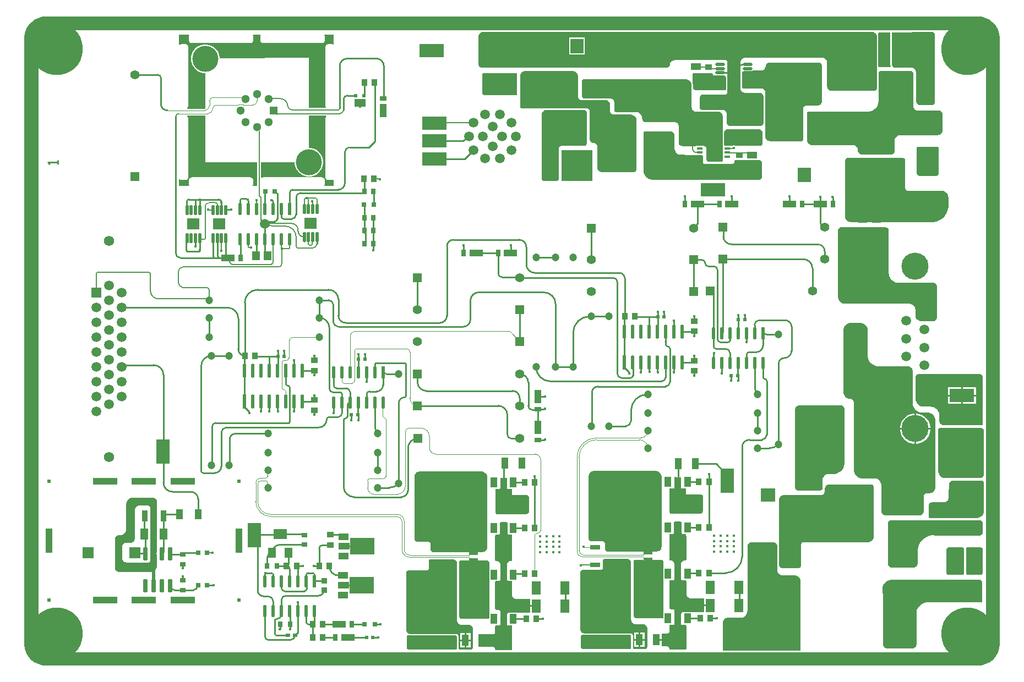
<source format=gbr>
%TF.GenerationSoftware,Altium Limited,Altium Designer,24.2.2 (26)*%
G04 Layer_Physical_Order=1*
G04 Layer_Color=255*
%FSLAX45Y45*%
%MOMM*%
%TF.SameCoordinates,B61E387C-C652-4A73-A4A4-6DD95E315EF5*%
%TF.FilePolarity,Positive*%
%TF.FileFunction,Copper,L1,Top,Signal*%
%TF.Part,Single*%
G01*
G75*
%TA.AperFunction,Conductor*%
%ADD10C,0.25400*%
%ADD11C,0.10000*%
%ADD12C,0.15000*%
%ADD13C,0.50000*%
%ADD14C,0.15400*%
%TA.AperFunction,SMDPad,CuDef*%
%ADD15R,1.40000X2.10000*%
%ADD16R,2.10000X1.40000*%
%ADD17R,3.80000X2.03000*%
%ADD18R,2.03000X3.80000*%
G04:AMPARAMS|DCode=19|XSize=1.97mm|YSize=0.6mm|CornerRadius=0.075mm|HoleSize=0mm|Usage=FLASHONLY|Rotation=90.000|XOffset=0mm|YOffset=0mm|HoleType=Round|Shape=RoundedRectangle|*
%AMROUNDEDRECTD19*
21,1,1.97000,0.45000,0,0,90.0*
21,1,1.82000,0.60000,0,0,90.0*
1,1,0.15000,0.22500,0.91000*
1,1,0.15000,0.22500,-0.91000*
1,1,0.15000,-0.22500,-0.91000*
1,1,0.15000,-0.22500,0.91000*
%
%ADD19ROUNDEDRECTD19*%
%ADD20R,4.69900X1.39700*%
%ADD21R,0.90000X0.80000*%
%ADD22R,0.70000X0.70000*%
%ADD23R,0.50000X0.50000*%
%ADD24R,3.80000X1.00000*%
%ADD25R,1.00000X3.80000*%
G04:AMPARAMS|DCode=26|XSize=1.87407mm|YSize=0.54213mm|CornerRadius=0.27107mm|HoleSize=0mm|Usage=FLASHONLY|Rotation=270.000|XOffset=0mm|YOffset=0mm|HoleType=Round|Shape=RoundedRectangle|*
%AMROUNDEDRECTD26*
21,1,1.87407,0.00000,0,0,270.0*
21,1,1.33193,0.54213,0,0,270.0*
1,1,0.54213,0.00000,-0.66597*
1,1,0.54213,0.00000,0.66597*
1,1,0.54213,0.00000,0.66597*
1,1,0.54213,0.00000,-0.66597*
%
%ADD26ROUNDEDRECTD26*%
%ADD27R,0.54213X1.87407*%
%ADD28R,0.58213X2.17406*%
G04:AMPARAMS|DCode=29|XSize=2.17406mm|YSize=0.58213mm|CornerRadius=0.29107mm|HoleSize=0mm|Usage=FLASHONLY|Rotation=90.000|XOffset=0mm|YOffset=0mm|HoleType=Round|Shape=RoundedRectangle|*
%AMROUNDEDRECTD29*
21,1,2.17406,0.00000,0,0,90.0*
21,1,1.59193,0.58213,0,0,90.0*
1,1,0.58213,0.00000,0.79597*
1,1,0.58213,0.00000,-0.79597*
1,1,0.58213,0.00000,-0.79597*
1,1,0.58213,0.00000,0.79597*
%
%ADD29ROUNDEDRECTD29*%
%ADD30R,0.80000X1.10000*%
%ADD31R,2.00000X1.10000*%
%ADD32R,1.10000X0.80000*%
%ADD33R,1.10000X2.00000*%
%ADD34R,0.98000X0.81000*%
%ADD35R,0.81000X0.98000*%
%ADD36R,1.79000X1.75000*%
%ADD37R,2.50000X3.80000*%
%ADD38R,1.00000X1.50000*%
%ADD39R,1.00000X1.70000*%
%ADD40R,1.45000X1.05000*%
%ADD41R,1.10000X1.70000*%
%ADD42R,1.60020X0.71120*%
%ADD43R,1.50000X1.00000*%
%ADD44R,1.70000X1.00000*%
%ADD45R,3.80000X2.50000*%
%ADD46R,2.50000X4.44500*%
%ADD47R,4.80000X4.72000*%
%ADD48R,1.40000X1.27000*%
%ADD49R,2.50000X2.55000*%
%ADD50R,2.20000X2.00000*%
%ADD51R,1.10000X1.65000*%
%ADD52R,0.80000X0.90000*%
%ADD53R,0.75000X0.60000*%
%ADD54R,0.95000X0.95000*%
%ADD55R,0.80000X0.80000*%
%ADD56R,0.50000X0.60000*%
%ADD57R,1.30000X1.60000*%
%ADD58R,2.00000X1.60000*%
%ADD59R,1.39700X4.69900*%
%ADD60R,2.00000X2.20000*%
%ADD61R,2.55000X2.50000*%
%ADD62R,1.65100X2.84500*%
%ADD63R,0.88900X0.42000*%
%ADD64R,1.75300X2.94700*%
G04:AMPARAMS|DCode=65|XSize=1.54042mm|YSize=0.45493mm|CornerRadius=0.22746mm|HoleSize=0mm|Usage=FLASHONLY|Rotation=180.000|XOffset=0mm|YOffset=0mm|HoleType=Round|Shape=RoundedRectangle|*
%AMROUNDEDRECTD65*
21,1,1.54042,0.00000,0,0,180.0*
21,1,1.08549,0.45493,0,0,180.0*
1,1,0.45493,-0.54275,0.00000*
1,1,0.45493,0.54275,0.00000*
1,1,0.45493,0.54275,0.00000*
1,1,0.45493,-0.54275,0.00000*
%
%ADD65ROUNDEDRECTD65*%
%ADD66R,1.54042X0.45493*%
%ADD67R,1.60000X1.05000*%
%ADD68R,0.98000X0.85000*%
%ADD69R,1.27000X1.40000*%
%ADD70R,4.72000X4.80000*%
%ADD71R,0.80000X0.75000*%
G04:AMPARAMS|DCode=72|XSize=1.45mm|YSize=0.48mm|CornerRadius=0.06mm|HoleSize=0mm|Usage=FLASHONLY|Rotation=270.000|XOffset=0mm|YOffset=0mm|HoleType=Round|Shape=RoundedRectangle|*
%AMROUNDEDRECTD72*
21,1,1.45000,0.36000,0,0,270.0*
21,1,1.33000,0.48000,0,0,270.0*
1,1,0.12000,-0.18000,-0.66500*
1,1,0.12000,-0.18000,0.66500*
1,1,0.12000,0.18000,0.66500*
1,1,0.12000,0.18000,-0.66500*
%
%ADD72ROUNDEDRECTD72*%
%ADD73R,1.88000X1.68000*%
%ADD74R,0.50000X0.55000*%
%ADD75R,1.70000X1.15000*%
%ADD76R,0.45000X0.25000*%
%ADD77R,0.70000X0.95000*%
%ADD78R,1.17000X1.47000*%
%ADD79R,0.83820X1.75260*%
%ADD80R,1.75000X1.80000*%
%ADD81R,1.16000X1.82000*%
%TA.AperFunction,NonConductor*%
%ADD82C,0.25400*%
%TA.AperFunction,ComponentPad*%
%ADD83C,1.42240*%
%ADD84R,1.42240X1.42240*%
%ADD85C,1.30000*%
%ADD86R,1.30000X1.30000*%
%ADD87C,1.50000*%
%ADD88C,1.20000*%
%ADD89R,1.42240X1.42240*%
%ADD90R,1.50000X1.50000*%
%ADD91C,1.57500*%
%ADD92C,1.50800*%
%ADD93R,1.50800X1.50800*%
%ADD94C,4.16600*%
%TA.AperFunction,ViaPad*%
%ADD95C,4.00000*%
%ADD96C,8.00000*%
%ADD97C,0.45000*%
%ADD98C,1.50000*%
G36*
X7360000Y12171421D02*
X7349969Y12165221D01*
X7347300Y12164633D01*
X7346792Y12164972D01*
X7337456Y12168840D01*
X7329653Y12170392D01*
X7270347D01*
X7262544Y12168840D01*
X7262543Y12168839D01*
X7253208Y12164972D01*
X7246593Y12160552D01*
X7239448Y12153407D01*
X7235027Y12146791D01*
X7231160Y12137456D01*
X7229608Y12129652D01*
Y12124600D01*
Y11225400D01*
Y11220347D01*
X7231160Y11212544D01*
X7235027Y11203208D01*
X7236677Y11200739D01*
X7231709Y11189363D01*
X7230291Y11188039D01*
X6980000D01*
Y11960000D01*
X5611016Y11948863D01*
X5602000Y11957807D01*
Y11968668D01*
X5593545Y12011171D01*
X5576961Y12051209D01*
X5552885Y12087242D01*
X5522242Y12117885D01*
X5486209Y12141961D01*
X5446171Y12158545D01*
X5403668Y12167000D01*
X5360332D01*
X5317828Y12158545D01*
X5277791Y12141961D01*
X5241758Y12117885D01*
X5211115Y12087242D01*
X5187039Y12051209D01*
X5170454Y12011171D01*
X5162000Y11968668D01*
Y11925332D01*
X5170454Y11882828D01*
X5187039Y11842791D01*
X5211115Y11806758D01*
X5241758Y11776115D01*
X5277791Y11752038D01*
X5317828Y11735454D01*
X5360332Y11727000D01*
X5382000D01*
Y11184389D01*
X5373914Y11175489D01*
X5342654D01*
X5342652Y11175490D01*
X5105377D01*
X5101524Y11188190D01*
X5103407Y11189448D01*
X5110552Y11196593D01*
X5114972Y11203208D01*
X5118840Y11212544D01*
X5120392Y11220347D01*
Y11225400D01*
Y12124600D01*
Y12129652D01*
X5118840Y12137456D01*
X5118839Y12137457D01*
X5114972Y12146792D01*
X5110552Y12153407D01*
X5103407Y12160552D01*
X5096792Y12164972D01*
X5087456Y12168840D01*
X5079653Y12170392D01*
X5020347D01*
X5012544Y12168840D01*
X5012543Y12168839D01*
X5003208Y12164973D01*
X4996592Y12160552D01*
X4992700Y12156660D01*
X4980000Y12161260D01*
Y12320000D01*
X5130307D01*
X5131796Y12318600D01*
X5136703Y12307300D01*
X5135027Y12304791D01*
X5131160Y12295456D01*
X5129608Y12287652D01*
Y12228347D01*
X5131160Y12220544D01*
X5135027Y12211208D01*
X5139448Y12204593D01*
X5146593Y12197448D01*
X5153208Y12193027D01*
X5162544Y12189160D01*
X5170348Y12187608D01*
X6079652D01*
X6087456Y12189160D01*
X6096791Y12193027D01*
X6103407Y12197448D01*
X6110552Y12204593D01*
X6114972Y12211208D01*
X6118840Y12220544D01*
X6120392Y12228347D01*
Y12287652D01*
X6118840Y12295456D01*
X6118839Y12295456D01*
X6114973Y12304791D01*
X6113297Y12307300D01*
X6118203Y12318600D01*
X6119693Y12320000D01*
X6231080D01*
X6233862Y12316811D01*
X6237372Y12307300D01*
X6235027Y12303791D01*
X6231161Y12294456D01*
X6229608Y12286652D01*
Y12227347D01*
X6231161Y12219544D01*
X6235027Y12210208D01*
X6239448Y12203593D01*
X6246593Y12196448D01*
X6253208Y12192027D01*
X6262544Y12188160D01*
X6270348Y12186608D01*
X7179652D01*
X7187456Y12188160D01*
X7196792Y12192027D01*
X7203407Y12196448D01*
X7210552Y12203593D01*
X7214972Y12210208D01*
X7218840Y12219544D01*
X7220392Y12227347D01*
Y12286652D01*
X7218840Y12294456D01*
X7218839Y12294456D01*
X7214973Y12303791D01*
X7212628Y12307300D01*
X7216138Y12316811D01*
X7218920Y12320000D01*
X7360000D01*
Y12171421D01*
D02*
G37*
G36*
X15920609Y11859000D02*
Y11849452D01*
X15922160Y11841648D01*
X15926257Y11831756D01*
X15917381Y11820000D01*
X15746022D01*
X15738670Y11823045D01*
X15733392Y11828324D01*
Y12286175D01*
X15733000Y12288145D01*
Y12290153D01*
X15730000Y12305234D01*
Y12333978D01*
X15733044Y12341329D01*
X15738670Y12346955D01*
X15746022Y12350000D01*
X15920609D01*
Y11859000D01*
D02*
G37*
G36*
X14848190Y11876693D02*
X14861691Y11863190D01*
X14869000Y11845548D01*
Y11836000D01*
Y11291105D01*
X14866310Y11277582D01*
X14861034Y11264842D01*
X14853372Y11253377D01*
X14843622Y11243627D01*
X14832156Y11235967D01*
X14819418Y11230690D01*
X14805894Y11228000D01*
X14631000D01*
Y11228000D01*
X14621440Y11227058D01*
X14603777Y11219742D01*
X14590257Y11206223D01*
X14582942Y11188559D01*
X14582001Y11179000D01*
X14582001Y10716000D01*
X14582001D01*
Y10708043D01*
X14575909Y10693342D01*
X14564658Y10682090D01*
X14549956Y10676000D01*
X14067120Y10676000D01*
X14051665Y10679074D01*
X14037106Y10685105D01*
X14024004Y10693860D01*
X14012860Y10705003D01*
X14004105Y10718106D01*
X13998074Y10732665D01*
X13995000Y10748121D01*
Y10756000D01*
Y11434000D01*
X13995000D01*
X13995000Y11434000D01*
X13995000Y11434007D01*
X13994069Y11444447D01*
X13993579Y11445662D01*
X13986261Y11463807D01*
X13971638Y11478706D01*
X13952428Y11486874D01*
X13942000Y11487999D01*
X13661000Y11488000D01*
Y11488000D01*
X13656892D01*
X13649301Y11491144D01*
X13643491Y11496954D01*
X13640346Y11504545D01*
X13640346Y11586488D01*
X13640346Y11586488D01*
X13639999Y11599045D01*
Y11746820D01*
X13648521Y11752942D01*
X13652699Y11754399D01*
X13667696Y11751416D01*
X13776244D01*
X13792921Y11754734D01*
X13803674Y11761918D01*
X13896001Y11763000D01*
X13936000D01*
Y11763000D01*
X13948291Y11764211D01*
X13971001Y11773618D01*
X13988382Y11790999D01*
X13997789Y11813709D01*
X13999001Y11826000D01*
X13999001D01*
Y11837537D01*
X14007829Y11858854D01*
X14024146Y11875170D01*
X14045464Y11884000D01*
X14057001D01*
X14821001Y11884000D01*
X14830548D01*
X14848190Y11876693D01*
D02*
G37*
G36*
X13181329Y11716955D02*
X13186955Y11711329D01*
X13189999Y11703978D01*
Y11700000D01*
X13190192Y11698049D01*
X13191685Y11694444D01*
X13194444Y11691685D01*
X13198048Y11690192D01*
X13200000Y11690000D01*
X13228648D01*
X13229047Y11689734D01*
X13245724Y11686417D01*
X13354274D01*
X13368018Y11689150D01*
X13376993Y11685433D01*
X13385432Y11676993D01*
X13389999Y11665967D01*
Y11660000D01*
Y11480000D01*
Y11476021D01*
X13386955Y11468671D01*
X13381329Y11463045D01*
X13373978Y11460000D01*
X12920055D01*
X12901677Y11467612D01*
X12887611Y11481677D01*
X12884392Y11489451D01*
Y11537000D01*
Y11545963D01*
X12884000Y11547933D01*
Y11549941D01*
X12880502Y11567522D01*
X12880000Y11568736D01*
Y11710000D01*
Y11711989D01*
X12881522Y11715664D01*
X12884335Y11718477D01*
X12888011Y11720000D01*
X13173978D01*
X13181329Y11716955D01*
D02*
G37*
G36*
X15654210Y12357810D02*
X15669315Y12351553D01*
X15682909Y12342470D01*
X15694470Y12330909D01*
X15703554Y12317315D01*
X15709810Y12302210D01*
X15713000Y12286175D01*
Y12278000D01*
Y11492000D01*
Y11484242D01*
X15707063Y11469908D01*
X15696092Y11458937D01*
X15681758Y11453000D01*
X15010909D01*
X14996999Y11455767D01*
X14983894Y11461194D01*
X14972102Y11469074D01*
X14962074Y11479103D01*
X14954195Y11490895D01*
X14948767Y11503998D01*
X14946001Y11517908D01*
Y11890000D01*
X14945663Y11896861D01*
X14942986Y11910320D01*
X14937733Y11922998D01*
X14930112Y11934407D01*
X14920409Y11944110D01*
X14908998Y11951734D01*
X14896320Y11956986D01*
X14882861Y11959663D01*
X14875999Y11960000D01*
X13687000D01*
X13687000Y11959999D01*
X13679845Y11959648D01*
X13665810Y11956856D01*
X13652588Y11951380D01*
X13640689Y11943430D01*
X13630569Y11933310D01*
X13622620Y11921412D01*
X13617143Y11908190D01*
X13614351Y11894155D01*
X13614000Y11887000D01*
Y11493000D01*
X13614346Y11485942D01*
X13617101Y11472099D01*
X13622501Y11459059D01*
X13630344Y11447323D01*
X13640323Y11437343D01*
X13652058Y11429501D01*
X13665099Y11424100D01*
X13678941Y11421346D01*
X13686000Y11421000D01*
X13910999D01*
X13911000Y11420999D01*
X13911000Y11421000D01*
X13923134Y11421000D01*
X13945554Y11411714D01*
X13962714Y11394554D01*
X13972000Y11372134D01*
X13971999Y11360000D01*
X13972000Y10965000D01*
X13971999Y10965000D01*
X13972000Y10953860D01*
X13963474Y10933278D01*
X13947720Y10917525D01*
X13927139Y10909000D01*
X13916000Y10909000D01*
X13462000D01*
X13450662Y10909000D01*
X13429712Y10917677D01*
X13413678Y10933712D01*
X13405000Y10954662D01*
X13405000Y10966000D01*
Y11093000D01*
X13405000D01*
X13405000Y11093000D01*
X13403828Y11104900D01*
X13394720Y11126890D01*
X13377890Y11143720D01*
X13355901Y11152828D01*
X13344000Y11154000D01*
X13032001Y11154000D01*
X13022452Y11154000D01*
X13004810Y11161307D01*
X12991307Y11174810D01*
X12984000Y11192452D01*
X12984000Y11202000D01*
Y11350746D01*
X12991460Y11368756D01*
X13005243Y11382540D01*
X13023253Y11390000D01*
X13371001D01*
X13378999Y11390788D01*
X13393777Y11396910D01*
X13405090Y11408222D01*
X13411212Y11423001D01*
X13412000Y11431000D01*
Y11895000D01*
X13412000D01*
X13412000Y11895000D01*
X13412000Y11895002D01*
X13411346Y11901633D01*
X13409302Y11906571D01*
X13406270Y11913890D01*
X13396890Y11923270D01*
X13384633Y11928347D01*
X13378000Y11929000D01*
X12610000Y11929000D01*
X12590000Y11920000D01*
X12590000Y11920000D01*
X12578295Y11918847D01*
X12556666Y11909888D01*
X12540112Y11893334D01*
X12531153Y11871705D01*
X12530000Y11860000D01*
Y11850054D01*
X12522388Y11831677D01*
X12508323Y11817612D01*
X12489946Y11810000D01*
X10290000D01*
X10289141Y11810000D01*
X10287423Y11810042D01*
X10285707Y11810126D01*
X10283993Y11810253D01*
X10283138Y11810337D01*
X9646001Y11810000D01*
X9646000Y11810001D01*
Y11810000D01*
X9633270D01*
X9609747Y11819743D01*
X9591743Y11837747D01*
X9582000Y11861270D01*
Y11874000D01*
X9582000Y12287978D01*
X9585113Y12303627D01*
X9591219Y12318368D01*
X9600083Y12331634D01*
X9611365Y12342917D01*
X9624632Y12351781D01*
X9639373Y12357887D01*
X9655022Y12361000D01*
X15638174D01*
X15654210Y12357810D01*
D02*
G37*
G36*
X10171497Y11724716D02*
X10175716Y11720496D01*
X10178000Y11714983D01*
Y11712000D01*
Y11408000D01*
Y11403425D01*
X10174498Y11394971D01*
X10168028Y11388501D01*
X10159575Y11385000D01*
X9671242D01*
X9656908Y11390937D01*
X9645937Y11401908D01*
X9640000Y11416242D01*
Y11424000D01*
Y11690000D01*
X9639000Y11692000D01*
Y11698962D01*
X9644328Y11711826D01*
X9654174Y11721671D01*
X9667038Y11727000D01*
X10165983D01*
X10171497Y11724716D01*
D02*
G37*
G36*
X16584525Y12350215D02*
X16595215Y12339525D01*
X16600999Y12325558D01*
Y12318000D01*
Y11273000D01*
Y11264844D01*
X16594759Y11249775D01*
X16583224Y11238242D01*
X16568155Y11232000D01*
X16373303D01*
X16360165Y11234613D01*
X16347791Y11239739D01*
X16336652Y11247181D01*
X16327180Y11256652D01*
X16319739Y11267790D01*
X16314613Y11280165D01*
X16312000Y11293303D01*
Y11300000D01*
Y11741000D01*
X16311662Y11747861D01*
X16308986Y11761320D01*
X16303734Y11773998D01*
X16296111Y11785407D01*
X16286407Y11795111D01*
X16274997Y11802734D01*
X16262320Y11807986D01*
X16248862Y11810663D01*
X16242000Y11811000D01*
X15979453D01*
X15961810Y11818307D01*
X15948306Y11831810D01*
X15941000Y11849452D01*
Y11859000D01*
Y12352000D01*
X16563000Y12356000D01*
X16570558D01*
X16584525Y12350215D01*
D02*
G37*
G36*
X13928323Y10852388D02*
X13942387Y10838323D01*
X13950000Y10819946D01*
Y10810000D01*
Y10640000D01*
Y10634033D01*
X13945433Y10623006D01*
X13936993Y10614567D01*
X13925967Y10610000D01*
X13524487D01*
X13518454Y10612500D01*
X13501546D01*
X13495511Y10610000D01*
X13376022D01*
X13368671Y10613045D01*
X13363045Y10618671D01*
X13360393Y10625076D01*
Y10820892D01*
X13367612Y10838323D01*
X13381677Y10852388D01*
X13400053Y10860000D01*
X13909946D01*
X13928323Y10852388D01*
D02*
G37*
G36*
X16249490Y11754149D02*
X16262149Y11741490D01*
X16269000Y11724951D01*
Y11716000D01*
Y11222000D01*
X16269356Y11214746D01*
X16272186Y11200519D01*
X16277737Y11187117D01*
X16285797Y11175055D01*
X16296056Y11164797D01*
X16308116Y11156738D01*
X16321519Y11151186D01*
X16335745Y11148356D01*
X16342999Y11148000D01*
X16676939D01*
X16697156Y11139627D01*
X16712627Y11124155D01*
X16721001Y11103940D01*
Y11093000D01*
Y10853000D01*
Y10844628D01*
X16717732Y10828206D01*
X16711327Y10812737D01*
X16702023Y10798816D01*
X16690184Y10786976D01*
X16676263Y10777674D01*
X16660794Y10771266D01*
X16644373Y10768000D01*
X16072000D01*
X16063177Y10767566D01*
X16045874Y10764125D01*
X16029575Y10757373D01*
X16014903Y10747571D01*
X16002429Y10735095D01*
X15992627Y10720426D01*
X15985875Y10704125D01*
X15982433Y10686821D01*
X15982001Y10678000D01*
Y10527000D01*
Y10515662D01*
X15973322Y10494712D01*
X15957288Y10478678D01*
X15936337Y10470000D01*
X15484711D01*
X15470415Y10472843D01*
X15456947Y10478422D01*
X15444827Y10486520D01*
X15434520Y10496828D01*
X15426422Y10508948D01*
X15420844Y10522415D01*
X15417999Y10536711D01*
Y10544000D01*
X15417664Y10550861D01*
X15414986Y10564320D01*
X15409734Y10576998D01*
X15402110Y10588408D01*
X15392407Y10598111D01*
X15380997Y10605734D01*
X15368320Y10610986D01*
X15354861Y10613663D01*
X15348000Y10614000D01*
X14718234D01*
X14701039Y10617420D01*
X14684843Y10624129D01*
X14670267Y10633869D01*
X14657869Y10646266D01*
X14648129Y10660843D01*
X14641420Y10677040D01*
X14638000Y10694234D01*
Y10703000D01*
Y11110000D01*
Y11113978D01*
X14641045Y11121329D01*
X14646671Y11126955D01*
X14654022Y11130000D01*
X15567000D01*
X15584154Y11130843D01*
X15617799Y11137536D01*
X15649493Y11150664D01*
X15678020Y11169723D01*
X15702277Y11193981D01*
X15721336Y11222505D01*
X15734464Y11254200D01*
X15741158Y11287847D01*
X15742000Y11305000D01*
Y11729000D01*
Y11735365D01*
X15746872Y11747126D01*
X15755873Y11756128D01*
X15767635Y11761000D01*
X16232951D01*
X16249490Y11754149D01*
D02*
G37*
G36*
X12799544Y11624503D02*
X12816106Y11617643D01*
X12831009Y11607684D01*
X12843684Y11595009D01*
X12853642Y11580105D01*
X12860503Y11563544D01*
X12864000Y11545963D01*
Y11537000D01*
Y11202000D01*
X12864346Y11194943D01*
X12867101Y11181099D01*
X12872502Y11168059D01*
X12880344Y11156324D01*
X12890323Y11146343D01*
X12902058Y11138502D01*
X12915099Y11133100D01*
X12928941Y11130347D01*
X12936000Y11130000D01*
X13275092D01*
X13289001Y11127233D01*
X13302106Y11121806D01*
X13313898Y11113926D01*
X13323926Y11103897D01*
X13331805Y11092105D01*
X13337233Y11079001D01*
X13339999Y11065091D01*
Y11058000D01*
Y10376000D01*
Y10372419D01*
X13337260Y10365804D01*
X13332196Y10360740D01*
X13325580Y10358000D01*
X13121646D01*
X13106209Y10364394D01*
X13094394Y10376209D01*
X13088000Y10391646D01*
Y10400000D01*
Y10567000D01*
X13087366Y10573438D01*
X13082439Y10585334D01*
X13073334Y10594438D01*
X13061438Y10599366D01*
X13055000Y10600000D01*
X13053751D01*
Y10608499D01*
X12924850D01*
Y10600000D01*
X12721500D01*
X12708749Y10602536D01*
X12696737Y10607511D01*
X12685927Y10614734D01*
X12676734Y10623927D01*
X12669512Y10634737D01*
X12664536Y10646748D01*
X12662000Y10659499D01*
Y10666000D01*
Y10921000D01*
X12661135Y10929779D01*
X12654416Y10946000D01*
X12642001Y10958416D01*
X12625779Y10965135D01*
X12617000Y10966000D01*
X12162303D01*
X12149165Y10968613D01*
X12136790Y10973739D01*
X12125652Y10981181D01*
X12116181Y10990652D01*
X12108739Y11001790D01*
X12103613Y11014165D01*
X12101000Y11027303D01*
Y11034000D01*
X12100571Y11042723D01*
X12097168Y11059835D01*
X12090491Y11075954D01*
X12080798Y11090461D01*
X12068461Y11102798D01*
X12053954Y11112491D01*
X12037835Y11119168D01*
X12020723Y11122571D01*
X12012000Y11123000D01*
X11700640D01*
X11687041Y11128633D01*
X11676633Y11139041D01*
X11671000Y11152640D01*
Y11160000D01*
Y11285000D01*
X11670135Y11293779D01*
X11663416Y11310000D01*
X11651001Y11322416D01*
X11634779Y11329135D01*
X11626000Y11330000D01*
X11548676D01*
X11546667D01*
X11544697Y11330392D01*
X11538000D01*
X11213301Y11330392D01*
X11198076Y11336698D01*
X11185698Y11349076D01*
X11179000Y11365248D01*
Y11374000D01*
Y11611000D01*
Y11614381D01*
X11181588Y11620630D01*
X11186370Y11625412D01*
X11192618Y11628000D01*
X12781963D01*
X12799544Y11624503D01*
D02*
G37*
G36*
X11054210Y11751810D02*
X11069315Y11745554D01*
X11082910Y11736470D01*
X11094470Y11724909D01*
X11103554Y11711315D01*
X11109810Y11696210D01*
X11113000Y11680175D01*
Y11672000D01*
Y11370000D01*
X11113000D01*
X11114153Y11358295D01*
X11123112Y11336666D01*
X11139666Y11320112D01*
X11161295Y11311153D01*
X11173000Y11310000D01*
X11538000Y11310000D01*
X11544697D01*
X11557835Y11307387D01*
X11570210Y11302261D01*
X11581347Y11294819D01*
X11590819Y11285348D01*
X11598261Y11274210D01*
X11603386Y11261835D01*
X11606000Y11248697D01*
Y11242000D01*
Y11142000D01*
X11606000D01*
X11607057Y11131270D01*
X11615269Y11111444D01*
X11630444Y11096269D01*
X11650270Y11088057D01*
X11661000Y11087000D01*
X11918000Y11087000D01*
Y11087000D01*
X11927652D01*
X11946585Y11083233D01*
X11964420Y11075846D01*
X11980471Y11065121D01*
X11994121Y11051471D01*
X12004846Y11035420D01*
X12012234Y11017585D01*
X12016000Y10998652D01*
Y10989000D01*
X12016000Y10245000D01*
X12016000D01*
Y10235651D01*
X12008844Y10218377D01*
X11995623Y10205155D01*
X11978349Y10198000D01*
X11969000D01*
X11491000Y10198000D01*
Y10198000D01*
X11483121D01*
X11467665Y10201074D01*
X11453106Y10207105D01*
X11440003Y10215860D01*
X11428860Y10227003D01*
X11420105Y10240106D01*
X11414074Y10254665D01*
X11411000Y10270120D01*
Y10278000D01*
X11411000Y10597000D01*
X11411000D01*
X11410039Y10606754D01*
X11402573Y10624778D01*
X11388778Y10638573D01*
X11370754Y10646039D01*
X11361000Y10647000D01*
X11354302D01*
X11341165Y10649613D01*
X11328790Y10654739D01*
X11317652Y10662181D01*
X11308181Y10671652D01*
X11300739Y10682790D01*
X11295613Y10695165D01*
X11293000Y10708302D01*
Y10715000D01*
Y11138000D01*
X11293000D01*
X11292135Y11146779D01*
X11285416Y11163001D01*
X11273001Y11175416D01*
X11256779Y11182135D01*
X11248000Y11183000D01*
X11023000Y11183000D01*
X10253000Y11184000D01*
Y11184000D01*
X10247231D01*
X10236573Y11188415D01*
X10228415Y11196573D01*
X10224000Y11207231D01*
Y11213000D01*
X10224000Y11682000D01*
Y11689190D01*
X10226805Y11703293D01*
X10232308Y11716578D01*
X10240297Y11728535D01*
X10250465Y11738703D01*
X10262422Y11746692D01*
X10275707Y11752195D01*
X10289810Y11755000D01*
X11038175D01*
X11054210Y11751810D01*
D02*
G37*
G36*
X16653630Y10589412D02*
X16658412Y10584630D01*
X16661000Y10578381D01*
Y10171043D01*
X16654910Y10156342D01*
X16643658Y10145089D01*
X16628957Y10139000D01*
X16370065D01*
X16348013Y10148134D01*
X16331134Y10165013D01*
X16322000Y10187065D01*
Y10199000D01*
Y10578984D01*
X16322073Y10579126D01*
X16328203Y10589757D01*
X16333618Y10592000D01*
X16647382D01*
X16653630Y10589412D01*
D02*
G37*
G36*
X7244532Y11064616D02*
X7245302Y11059261D01*
X7239448Y11053407D01*
X7235027Y11046791D01*
X7231160Y11037456D01*
X7229608Y11029652D01*
Y11024600D01*
Y10125400D01*
Y10120348D01*
X7231160Y10112544D01*
X7235027Y10103208D01*
X7239448Y10096593D01*
X7246593Y10089448D01*
X7253208Y10085027D01*
X7262544Y10081160D01*
X7270347Y10079608D01*
X7329652D01*
X7337456Y10081160D01*
X7346792Y10085027D01*
X7347300Y10085367D01*
X7360000Y10078579D01*
Y9990000D01*
X7221421D01*
X7215221Y10000030D01*
X7214633Y10002700D01*
X7214972Y10003208D01*
X7218840Y10012544D01*
X7220392Y10020347D01*
Y10079652D01*
X7218840Y10087456D01*
X7218839Y10087456D01*
X7214972Y10096791D01*
X7210552Y10103407D01*
X7203407Y10110552D01*
X7196792Y10114972D01*
X7187456Y10118840D01*
X7179653Y10120392D01*
X6270347D01*
X6262544Y10118840D01*
X6262543Y10118839D01*
X6253208Y10114972D01*
X6250739Y10113322D01*
X6239363Y10118291D01*
X6238039Y10119709D01*
Y10353194D01*
X6758471D01*
Y10331526D01*
X6766925Y10289023D01*
X6783509Y10248985D01*
X6807585Y10212952D01*
X6838229Y10182309D01*
X6874261Y10158233D01*
X6914299Y10141649D01*
X6956802Y10133194D01*
X7000138D01*
X7042642Y10141649D01*
X7082680Y10158233D01*
X7118712Y10182309D01*
X7149356Y10212952D01*
X7173432Y10248985D01*
X7190016Y10289023D01*
X7198470Y10331526D01*
Y10374862D01*
X7190016Y10417366D01*
X7173432Y10457403D01*
X7149356Y10493436D01*
X7118712Y10524079D01*
X7082680Y10548155D01*
X7042642Y10564740D01*
X7000138Y10573194D01*
X6980000D01*
Y11071961D01*
X7240808D01*
X7244532Y11064616D01*
D02*
G37*
G36*
X12573987Y10820865D02*
X12590865Y10803987D01*
X12600000Y10781935D01*
Y10770000D01*
X12600000Y10570000D01*
X12600530Y10559218D01*
X12604737Y10538069D01*
X12612989Y10518146D01*
X12624969Y10500217D01*
X12640217Y10484969D01*
X12658146Y10472989D01*
X12678069Y10464736D01*
X12699218Y10460530D01*
X12710000Y10460000D01*
Y10460000D01*
X13020000Y10460000D01*
X13023978D01*
X13031329Y10456955D01*
X13036955Y10451329D01*
X13039999Y10443978D01*
Y10440000D01*
X13039999D01*
X13039999Y10350000D01*
X13040384Y10346098D01*
X13043372Y10338888D01*
X13048889Y10333370D01*
X13056097Y10330384D01*
X13060001Y10330000D01*
Y10330000D01*
X13489999D01*
X13495853Y10330576D01*
X13506667Y10335056D01*
X13514944Y10343333D01*
X13519423Y10354147D01*
X13520000Y10360000D01*
X13520000Y10360000D01*
Y10365967D01*
X13524567Y10376993D01*
X13533006Y10385433D01*
X13544032Y10390000D01*
X13689999D01*
Y10387500D01*
X13889999D01*
Y10390000D01*
X13907956D01*
X13922658Y10383910D01*
X13933910Y10372658D01*
X13939999Y10357956D01*
Y10350000D01*
Y10120000D01*
Y10112044D01*
X13933910Y10097342D01*
X13922658Y10086090D01*
X13907956Y10080000D01*
X13900000D01*
X12271135Y10080000D01*
X12256269Y10080023D01*
X12227117Y10085870D01*
X12199665Y10097291D01*
X12174970Y10113849D01*
X12153979Y10134906D01*
X12137499Y10159654D01*
X12126164Y10187141D01*
X12120410Y10216312D01*
X12120433Y10231178D01*
X12120325Y10232277D01*
X12120162Y10234480D01*
X12120054Y10236687D01*
X12120000Y10238895D01*
X12120000Y10240000D01*
Y10240000D01*
X12120000Y10810000D01*
Y10813978D01*
X12123045Y10821329D01*
X12128671Y10826955D01*
X12136021Y10830000D01*
X12140000D01*
Y10830000D01*
X12551935D01*
X12573987Y10820865D01*
D02*
G37*
G36*
X11237728Y11149042D02*
X11245042Y11141728D01*
X11249000Y11132172D01*
Y11127000D01*
Y10646000D01*
Y10637248D01*
X11242301Y10621076D01*
X11229924Y10608698D01*
X11213752Y10602000D01*
X10857000D01*
X10849781Y10601289D01*
X10836444Y10595764D01*
X10826235Y10585556D01*
X10820711Y10572218D01*
X10820000Y10565000D01*
Y10101000D01*
Y10092844D01*
X10813758Y10077775D01*
X10802224Y10066242D01*
X10787155Y10060000D01*
X10590646D01*
X10575209Y10066394D01*
X10563394Y10078209D01*
X10557000Y10093646D01*
Y10102000D01*
Y10458000D01*
X10554000Y11090000D01*
Y11102531D01*
X10563591Y11125686D01*
X10581313Y11143409D01*
X10604469Y11153000D01*
X11228172D01*
X11237728Y11149042D01*
D02*
G37*
G36*
X5382000Y10353194D02*
X6181961D01*
Y9990000D01*
X6121422D01*
X6115221Y10000030D01*
X6114633Y10002700D01*
X6114972Y10003208D01*
X6118840Y10012544D01*
X6120392Y10020347D01*
Y10079652D01*
X6118840Y10087456D01*
X6118839Y10087456D01*
X6114973Y10096791D01*
X6110552Y10103407D01*
X6103407Y10110552D01*
X6096792Y10114972D01*
X6087456Y10118840D01*
X6079653Y10120392D01*
X5170348D01*
X5162544Y10118840D01*
X5162543Y10118839D01*
X5153208Y10114972D01*
X5146593Y10110552D01*
X5139448Y10103407D01*
X5135027Y10096791D01*
X5131160Y10087456D01*
X5129608Y10079652D01*
Y10020347D01*
X5131160Y10012544D01*
X5135027Y10003208D01*
X5135367Y10002700D01*
X5128578Y9990000D01*
X4980000D01*
Y10088741D01*
X4992700Y10093340D01*
X4996592Y10089448D01*
X5003208Y10085028D01*
X5012544Y10081161D01*
X5020347Y10079608D01*
X5079652D01*
X5087456Y10081161D01*
X5096791Y10085028D01*
X5103407Y10089448D01*
X5110552Y10096593D01*
X5114972Y10103208D01*
X5118840Y10112544D01*
X5120392Y10120347D01*
Y10125400D01*
Y11024600D01*
Y11029653D01*
X5118840Y11037456D01*
X5118839Y11037457D01*
X5114972Y11046792D01*
X5110552Y11053407D01*
X5103407Y11060552D01*
X5101525Y11061810D01*
X5105377Y11074510D01*
X5382000D01*
Y10353194D01*
D02*
G37*
G36*
X16103000Y10420000D02*
X16112151D01*
X16129057Y10412997D01*
X16141997Y10400057D01*
X16149001Y10383150D01*
Y10374000D01*
X16149001D01*
X16149001Y9952000D01*
X16149788Y9944001D01*
X16155910Y9929222D01*
X16167223Y9917910D01*
X16182001Y9911788D01*
X16189999Y9911000D01*
Y9911000D01*
X16713000Y9910999D01*
X16722404Y9911147D01*
X16740913Y9907767D01*
X16758406Y9900841D01*
X16774213Y9890636D01*
X16787723Y9877542D01*
X16798421Y9862065D01*
X16805891Y9844798D01*
X16809354Y9828717D01*
X16809999Y9817008D01*
Y9817000D01*
X16809999D01*
X16810001Y9816999D01*
Y9658983D01*
X16800240Y9609911D01*
X16781091Y9563686D01*
X16753294Y9522084D01*
X16717915Y9486705D01*
X16676314Y9458908D01*
X16630089Y9439761D01*
X16581017Y9430000D01*
X15310152D01*
X15290831Y9433843D01*
X15272632Y9441381D01*
X15256255Y9452325D01*
X15242325Y9466254D01*
X15231381Y9482632D01*
X15223843Y9500831D01*
X15220000Y9520151D01*
Y9530000D01*
Y10370000D01*
Y10379945D01*
X15227612Y10398323D01*
X15241676Y10412388D01*
X15260054Y10420000D01*
X15270000D01*
X16103000Y10420000D01*
D02*
G37*
G36*
X15848000Y9348999D02*
D01*
X15859785Y9347990D01*
X15874623Y9341844D01*
X15887843Y9328623D01*
X15895000Y9311349D01*
X15895000Y9302000D01*
X15895000Y8645000D01*
X15895000Y8645000D01*
X15895721Y8630297D01*
X15901459Y8601457D01*
X15912712Y8574290D01*
X15929048Y8549841D01*
X15949841Y8529048D01*
X15974290Y8512712D01*
X16001457Y8501459D01*
X16030296Y8495722D01*
X16045000Y8495000D01*
X16589531D01*
X16612688Y8485409D01*
X16630409Y8467687D01*
X16639999Y8444531D01*
Y8432000D01*
Y7970000D01*
Y7957866D01*
X16630713Y7935446D01*
X16613554Y7918286D01*
X16591133Y7909000D01*
X16377219D01*
X16361955Y7912036D01*
X16347578Y7917991D01*
X16334641Y7926636D01*
X16323636Y7937640D01*
X16314992Y7950579D01*
X16309036Y7964956D01*
X16306000Y7980219D01*
Y8075000D01*
X16306000D01*
X16306000Y8075000D01*
X16305998Y8075017D01*
X16305524Y8084703D01*
X16305099Y8086827D01*
X16301736Y8103738D01*
X16294310Y8121668D01*
X16283528Y8137805D01*
X16269804Y8151528D01*
X16253668Y8162310D01*
X16235738Y8169737D01*
X16216702Y8173523D01*
X16207001Y8173999D01*
X15219000Y8174000D01*
X15219000Y8174000D01*
X15208560Y8174000D01*
X15188081Y8178074D01*
X15168790Y8186064D01*
X15151430Y8197664D01*
X15136664Y8212429D01*
X15125064Y8229790D01*
X15117073Y8249081D01*
X15113000Y8269560D01*
X15113000Y8280000D01*
Y9293000D01*
X15112000Y9294000D01*
Y9304940D01*
X15120374Y9325155D01*
X15135844Y9340627D01*
X15156059Y9349000D01*
X15836223D01*
X15848000Y9348999D01*
D02*
G37*
G36*
X17318588Y7083779D02*
X17333778Y7068588D01*
X17342000Y7048741D01*
Y7038000D01*
Y6331000D01*
Y6325629D01*
X17337889Y6315706D01*
X17330293Y6308111D01*
X17320370Y6304000D01*
X16735104D01*
X16721582Y6306690D01*
X16708842Y6311967D01*
X16697377Y6319627D01*
X16687627Y6329377D01*
X16679967Y6340843D01*
X16674690Y6353582D01*
X16672000Y6367106D01*
Y6374000D01*
Y6454000D01*
X16671350Y6467232D01*
X16666187Y6493188D01*
X16656059Y6517638D01*
X16641356Y6539643D01*
X16622643Y6558356D01*
X16600638Y6573059D01*
X16576189Y6583187D01*
X16550232Y6588350D01*
X16537000Y6589000D01*
X16425703D01*
X16399622Y6594188D01*
X16375053Y6604364D01*
X16352942Y6619139D01*
X16334138Y6637943D01*
X16319363Y6660053D01*
X16309187Y6684622D01*
X16303999Y6710704D01*
Y6724000D01*
Y7041000D01*
Y7051144D01*
X16311765Y7069889D01*
X16326111Y7084236D01*
X16344855Y7092000D01*
X17298741D01*
X17318588Y7083779D01*
D02*
G37*
G36*
X17332924Y6255301D02*
X17345300Y6242924D01*
X17352000Y6226752D01*
Y6218000D01*
Y5543000D01*
Y5532855D01*
X17344237Y5514111D01*
X17329889Y5499764D01*
X17311143Y5492000D01*
X16751659D01*
X16731372Y5496035D01*
X16712263Y5503950D01*
X16695065Y5515441D01*
X16680441Y5530066D01*
X16668950Y5547264D01*
X16661035Y5566372D01*
X16657001Y5586658D01*
Y5597000D01*
Y6241000D01*
Y6245177D01*
X16660197Y6252895D01*
X16666104Y6258803D01*
X16673824Y6262000D01*
X17316753D01*
X17332924Y6255301D01*
D02*
G37*
G36*
X15192155Y6598627D02*
X15207626Y6583155D01*
X15216000Y6562940D01*
Y6552000D01*
Y5728000D01*
Y5710862D01*
X15209312Y5677246D01*
X15196198Y5645580D01*
X15177155Y5617081D01*
X15152917Y5592845D01*
X15124420Y5573803D01*
X15092754Y5560687D01*
X15059138Y5554000D01*
X14974001D01*
X14964198Y5553518D01*
X14944971Y5549694D01*
X14926860Y5542192D01*
X14910561Y5531301D01*
X14896700Y5517439D01*
X14885808Y5501140D01*
X14878307Y5483028D01*
X14874481Y5463802D01*
X14874001Y5454000D01*
Y5333000D01*
Y5325839D01*
X14868520Y5312608D01*
X14858392Y5302481D01*
X14845161Y5297000D01*
X14496265D01*
X14474579Y5305982D01*
X14457982Y5322579D01*
X14449001Y5344264D01*
Y5356000D01*
Y6538000D01*
Y6544796D01*
X14451653Y6558126D01*
X14456853Y6570684D01*
X14464404Y6581985D01*
X14474014Y6591596D01*
X14485316Y6599147D01*
X14497873Y6604348D01*
X14511205Y6607000D01*
X15171941D01*
X15192155Y6598627D01*
D02*
G37*
G36*
X15460001Y7877000D02*
X15470834D01*
X15492085Y7872772D01*
X15512103Y7864480D01*
X15530121Y7852442D01*
X15545442Y7837121D01*
X15557480Y7819104D01*
X15565773Y7799085D01*
X15570000Y7777834D01*
Y7767000D01*
X15570000Y7377000D01*
X15570000D01*
X15570786Y7361023D01*
X15577019Y7329684D01*
X15589247Y7300162D01*
X15607001Y7273594D01*
X15629594Y7250999D01*
X15656161Y7233247D01*
X15685684Y7221019D01*
X15717023Y7214785D01*
X15733000Y7214000D01*
X16183000Y7214000D01*
Y7214000D01*
X16190584D01*
X16205460Y7211041D01*
X16219473Y7205236D01*
X16232085Y7196810D01*
X16242810Y7186084D01*
X16251236Y7173473D01*
X16257040Y7159460D01*
X16260001Y7144584D01*
Y7137000D01*
X16260001Y6654000D01*
X16260001D01*
X16260756Y6638611D01*
X16266760Y6608425D01*
X16278539Y6579991D01*
X16295638Y6554400D01*
X16317400Y6532637D01*
X16342992Y6515538D01*
X16371425Y6503760D01*
X16401611Y6497756D01*
X16417000Y6497000D01*
X16498000Y6497000D01*
Y6497000D01*
X16508932D01*
X16530377Y6492734D01*
X16550578Y6484367D01*
X16568758Y6472219D01*
X16584219Y6456758D01*
X16596367Y6438578D01*
X16604733Y6418377D01*
X16609000Y6396932D01*
Y6386000D01*
X16609000Y5342000D01*
X16609000Y5342000D01*
X16608752Y5333480D01*
X16604945Y5316865D01*
X16597971Y5301311D01*
X16588095Y5287417D01*
X16575697Y5275717D01*
X16561256Y5266660D01*
X16545328Y5260595D01*
X16528519Y5257754D01*
X16520000Y5258000D01*
X16481000D01*
X16470856Y5257001D01*
X16452110Y5249236D01*
X16437762Y5234889D01*
X16429999Y5216144D01*
X16428999Y5206000D01*
Y4979000D01*
X16428999D01*
Y4966866D01*
X16419713Y4944446D01*
X16402553Y4927287D01*
X16380133Y4918000D01*
X16367999D01*
X15848000Y4918000D01*
X15841203D01*
X15827873Y4920652D01*
X15815315Y4925853D01*
X15804015Y4933404D01*
X15794405Y4943015D01*
X15786853Y4954316D01*
X15781651Y4966873D01*
X15778999Y4980204D01*
Y4987000D01*
Y5381000D01*
X15778490Y5391390D01*
X15774435Y5411770D01*
X15766484Y5430968D01*
X15754939Y5448245D01*
X15740245Y5462939D01*
X15722968Y5474484D01*
X15703770Y5482436D01*
X15683389Y5486489D01*
X15673000Y5487000D01*
X15486000D01*
Y5487000D01*
X15473688D01*
X15449539Y5491804D01*
X15426790Y5501226D01*
X15406317Y5514906D01*
X15388905Y5532317D01*
X15375227Y5552790D01*
X15365804Y5575539D01*
X15361000Y5599688D01*
Y5612000D01*
X15361000Y6611000D01*
X15360001Y6617000D01*
Y6649000D01*
X15360001D01*
X15358829Y6660900D01*
X15349719Y6682890D01*
X15332890Y6699719D01*
X15310899Y6708828D01*
X15299001Y6710000D01*
X15289249D01*
X15270123Y6713804D01*
X15252106Y6721267D01*
X15235892Y6732102D01*
X15222102Y6745891D01*
X15211267Y6762106D01*
X15203804Y6780123D01*
X15200000Y6799249D01*
Y6809000D01*
Y7778000D01*
Y7787750D01*
X15203804Y7806877D01*
X15211267Y7824894D01*
X15222102Y7841109D01*
X15235892Y7854898D01*
X15252106Y7865733D01*
X15270123Y7873195D01*
X15289249Y7877000D01*
X15460001D01*
Y7877000D01*
D02*
G37*
G36*
X17321001Y5453999D02*
X17321001Y5454000D01*
X17321002D01*
X17332631Y5452148D01*
X17341393Y5448519D01*
X17351518Y5438392D01*
X17357001Y5425161D01*
X17357001Y5418000D01*
X17357001Y4987500D01*
Y4976518D01*
X17352715Y4954976D01*
X17344310Y4934685D01*
X17332108Y4916422D01*
X17316577Y4900892D01*
X17298315Y4888689D01*
X17278023Y4880284D01*
X17256482Y4876000D01*
X17245500D01*
X16775000Y4876000D01*
X16534000D01*
X16528430Y4876000D01*
X16518140Y4880262D01*
X16510262Y4888139D01*
X16506000Y4898430D01*
X16506000Y4904000D01*
Y5057000D01*
X16506000Y5057000D01*
X16507156Y5069221D01*
X16508498Y5075960D01*
X16513399Y5087789D01*
X16520511Y5098435D01*
X16529565Y5107489D01*
X16540211Y5114602D01*
X16552040Y5119502D01*
X16564598Y5122000D01*
X16571001Y5121999D01*
X16748000Y5122000D01*
X16760876Y5123268D01*
X16784666Y5133123D01*
X16802876Y5151332D01*
X16812732Y5175124D01*
X16814000Y5188000D01*
Y5234000D01*
X16820000Y5394000D01*
Y5405935D01*
X16829134Y5427987D01*
X16846013Y5444865D01*
X16868065Y5454000D01*
X17320999D01*
X17321001Y5453999D01*
D02*
G37*
G36*
X12626660Y5443733D02*
X12626425Y5443576D01*
X12619197Y5432759D01*
X12616659Y5420000D01*
X12619197Y5407241D01*
X12626425Y5396425D01*
X12637241Y5389198D01*
X12650000Y5386660D01*
Y5386464D01*
X12666660Y5389778D01*
X12680785Y5399216D01*
X12687300Y5408966D01*
X12700000Y5405113D01*
Y5350000D01*
X12700000D01*
X12700384Y5346098D01*
X12703371Y5338888D01*
X12708888Y5333371D01*
X12716098Y5330384D01*
X12720000Y5330000D01*
X12760000Y5330000D01*
Y5330000D01*
X12761989D01*
X12765664Y5328477D01*
X12768477Y5325664D01*
X12770000Y5321989D01*
X12770000Y5260000D01*
X12770000D01*
X12770384Y5256098D01*
X12773370Y5248888D01*
X12778888Y5243371D01*
X12786098Y5240384D01*
X12790000Y5240000D01*
X13000000Y5240000D01*
Y5240000D01*
X13007956D01*
X13022658Y5233910D01*
X13033910Y5222658D01*
X13039999Y5207956D01*
X13039999Y4980054D01*
X13032388Y4961677D01*
X13018323Y4947612D01*
X12999945Y4940000D01*
X12549263D01*
X12547792Y4940072D01*
X12546326Y4940217D01*
X12544869Y4940433D01*
X12544147Y4940577D01*
X12541401Y4940508D01*
X12536276Y4942482D01*
X12532296Y4946267D01*
X12530068Y4951287D01*
X12530000Y4954032D01*
Y5310000D01*
X12530000D01*
Y5313978D01*
X12533045Y5321329D01*
X12538671Y5326955D01*
X12546021Y5330000D01*
X12580000Y5330000D01*
Y5330000D01*
X12583902Y5330384D01*
X12591111Y5333371D01*
X12596629Y5338888D01*
X12599615Y5346098D01*
X12600000Y5350000D01*
X12600000Y5500000D01*
X12600000D01*
Y5501989D01*
X12601522Y5505664D01*
X12604335Y5508477D01*
X12608011Y5510000D01*
X12626660D01*
Y5443733D01*
D02*
G37*
G36*
X9935238Y5486723D02*
X9937873Y5483434D01*
Y5411213D01*
X9940411Y5398454D01*
X9947638Y5387637D01*
X9958455Y5380410D01*
X9971214Y5377872D01*
Y5377676D01*
X9987874Y5380990D01*
X10001999Y5390428D01*
X10008514Y5400178D01*
X10021214Y5396326D01*
Y5341212D01*
X10021214D01*
X10021598Y5337310D01*
X10024584Y5330101D01*
X10030102Y5324583D01*
X10037312Y5321597D01*
X10041214Y5321213D01*
X10081214Y5321212D01*
Y5321212D01*
X10083203D01*
X10086878Y5319690D01*
X10089691Y5316877D01*
X10091213Y5313201D01*
X10091214Y5251212D01*
X10091214D01*
X10091598Y5247310D01*
X10094584Y5240101D01*
X10100102Y5234583D01*
X10107312Y5231597D01*
X10111214Y5231213D01*
X10321214Y5231212D01*
Y5231212D01*
X10329170D01*
X10343872Y5225122D01*
X10355124Y5213870D01*
X10361213Y5199169D01*
X10361214Y4971267D01*
X10353602Y4952890D01*
X10339536Y4938824D01*
X10321159Y4931212D01*
X9870477D01*
X9869006Y4931285D01*
X9867540Y4931429D01*
X9866083Y4931645D01*
X9865361Y4931789D01*
X9862615Y4931720D01*
X9857490Y4933694D01*
X9853510Y4937479D01*
X9851282Y4942499D01*
X9851214Y4945245D01*
Y5301212D01*
X9851214D01*
Y5305191D01*
X9854259Y5312541D01*
X9859885Y5318167D01*
X9867235Y5321212D01*
X9901214Y5321212D01*
Y5321213D01*
X9905116Y5321597D01*
X9912325Y5324583D01*
X9917843Y5330101D01*
X9920829Y5337310D01*
X9921214Y5341212D01*
X9921214Y5487628D01*
X9925173Y5490952D01*
X9935238Y5486723D01*
D02*
G37*
G36*
X12701329Y4816955D02*
X12706955Y4811329D01*
X12710000Y4803978D01*
Y4649999D01*
X12710384Y4646097D01*
X12713370Y4638888D01*
X12718888Y4633370D01*
X12726098Y4630384D01*
X12730000Y4630000D01*
X12740000Y4629999D01*
X12747956Y4630000D01*
X12762658Y4623910D01*
X12773910Y4612658D01*
X12778468Y4601654D01*
X12779999Y4590002D01*
Y4590000D01*
X12779999D01*
X12780000Y4589999D01*
X12779999Y4239999D01*
X12779999Y4236021D01*
X12776955Y4228670D01*
X12771329Y4223044D01*
X12763978Y4220000D01*
X12760000Y4220000D01*
X12748294Y4218847D01*
X12726666Y4209888D01*
X12710112Y4193334D01*
X12701153Y4171705D01*
X12700000Y4160000D01*
Y3939999D01*
X12700384Y3936098D01*
X12703370Y3928888D01*
X12708888Y3923370D01*
X12716098Y3920384D01*
X12720000Y3920000D01*
X12760000Y3919999D01*
X12763978Y3920000D01*
X12771329Y3916955D01*
X12776811Y3911474D01*
X12779999Y3900000D01*
D01*
X12780000Y3888228D01*
Y3705000D01*
X12781249Y3692319D01*
X12790954Y3668888D01*
X12808888Y3650954D01*
X12832320Y3641249D01*
X12845000Y3640000D01*
X13054601Y3639999D01*
Y3542700D01*
X13150000D01*
Y3517300D01*
X13054601D01*
Y3430000D01*
X12740000D01*
X12732196Y3429231D01*
X12717777Y3423259D01*
X12706741Y3412223D01*
X12700768Y3397803D01*
X12700000Y3390000D01*
Y3249999D01*
X12700384Y3246097D01*
X12703370Y3238888D01*
X12708888Y3233370D01*
X12716098Y3230384D01*
X12720000Y3230000D01*
X12760000Y3229999D01*
X12763978Y3230000D01*
X12771329Y3226955D01*
X12776811Y3221473D01*
X12779999Y3210000D01*
D01*
X12780000Y3198228D01*
X12779999Y2859382D01*
X12770618Y2850000D01*
X12539999D01*
X12536021Y2850000D01*
X12528670Y2853044D01*
X12523044Y2858670D01*
X12520000Y2866021D01*
X12520000Y2870000D01*
X12519999D01*
X12519423Y2875852D01*
X12514943Y2886667D01*
X12506666Y2894944D01*
X12495852Y2899423D01*
X12490001Y2900000D01*
X12490000Y2900000D01*
X12489999Y2900000D01*
X12489999Y2900000D01*
X12400400D01*
Y2987300D01*
X12320000D01*
Y3012700D01*
X12400400D01*
Y3100000D01*
X12490000D01*
X12495853Y3100576D01*
X12506667Y3105056D01*
X12514944Y3113333D01*
X12519423Y3124147D01*
X12520000Y3130000D01*
Y3210000D01*
X12519999Y3213978D01*
X12523044Y3221329D01*
X12528670Y3226955D01*
X12536021Y3230000D01*
X12540000Y3229999D01*
X12540000Y3230000D01*
X12580000D01*
X12583902Y3230384D01*
X12591111Y3233369D01*
X12596630Y3238888D01*
X12599616Y3246098D01*
X12599999Y3250000D01*
X12600000Y3250000D01*
Y3440000D01*
X12599423Y3445853D01*
X12594944Y3456667D01*
X12586667Y3464944D01*
X12575853Y3469423D01*
X12570000Y3470000D01*
X12544032D01*
X12533006Y3474567D01*
X12524567Y3483006D01*
X12520000Y3494032D01*
Y3590000D01*
X12519924Y3899238D01*
X12520032Y3899814D01*
X12520204Y3900975D01*
X12520319Y3902143D01*
X12520377Y3903315D01*
X12520384Y3903901D01*
X12520384Y3903901D01*
X12521061Y3907305D01*
X12524629Y3913259D01*
X12529994Y3917662D01*
X12536529Y3920000D01*
X12540000Y3920000D01*
X12540000Y3920000D01*
X12580000D01*
X12583902Y3920384D01*
X12591111Y3923370D01*
X12596630Y3928888D01*
X12599616Y3936098D01*
X12599999Y3940000D01*
X12600000Y3940000D01*
X12599999Y4159999D01*
X12598847Y4171705D01*
X12589888Y4193334D01*
X12573334Y4209888D01*
X12551705Y4218847D01*
X12539999Y4219999D01*
Y4220000D01*
X12536021Y4220000D01*
X12528670Y4223044D01*
X12523044Y4228670D01*
X12520000Y4236021D01*
X12520000Y4240000D01*
Y4605967D01*
X12524567Y4616993D01*
X12533006Y4625432D01*
X12544032Y4630000D01*
X12570000D01*
X12573902Y4630384D01*
X12581111Y4633369D01*
X12586630Y4638888D01*
X12589616Y4646098D01*
X12589999Y4650000D01*
X12590000Y4650000D01*
Y4800000D01*
X12589999Y4803978D01*
X12593044Y4811329D01*
X12598670Y4816956D01*
X12606021Y4820000D01*
X12610000Y4820000D01*
X12610000Y4820000D01*
X12693978D01*
X12701329Y4816955D01*
D02*
G37*
G36*
X10022543Y4808167D02*
X10028169Y4802541D01*
X10031214Y4795190D01*
Y4641212D01*
X10031598Y4637310D01*
X10034584Y4630100D01*
X10040102Y4624582D01*
X10047312Y4621596D01*
X10051214Y4621212D01*
X10061214Y4621211D01*
X10069170Y4621212D01*
X10083872Y4615123D01*
X10095124Y4603870D01*
X10099682Y4592866D01*
X10101213Y4581215D01*
Y4581212D01*
X10101213D01*
X10101214Y4581212D01*
X10101213Y4231212D01*
X10101213Y4227234D01*
X10098169Y4219883D01*
X10092542Y4214257D01*
X10085192Y4211212D01*
X10081214Y4211212D01*
X10069508Y4210059D01*
X10047880Y4201100D01*
X10031326Y4184546D01*
X10022367Y4162918D01*
X10021214Y4151212D01*
Y3931212D01*
X10021598Y3927310D01*
X10024584Y3920100D01*
X10030102Y3914582D01*
X10037312Y3911596D01*
X10041214Y3911212D01*
X10081214Y3911212D01*
X10085192Y3911212D01*
X10092543Y3908168D01*
X10098025Y3902686D01*
X10101213Y3891212D01*
D01*
X10101214Y3879441D01*
Y3696212D01*
X10102463Y3683531D01*
X10112168Y3660100D01*
X10130101Y3642166D01*
X10153533Y3632461D01*
X10166214Y3631212D01*
X10375814Y3631212D01*
Y3533912D01*
X10471214D01*
Y3508512D01*
X10375814D01*
Y3421212D01*
X10061214D01*
X10053410Y3420444D01*
X10038991Y3414471D01*
X10027955Y3403435D01*
X10021982Y3389016D01*
X10021214Y3381212D01*
Y3241212D01*
X10021598Y3237310D01*
X10024584Y3230100D01*
X10030102Y3224582D01*
X10037312Y3221596D01*
X10041214Y3221212D01*
X10081214Y3221211D01*
X10085192Y3221212D01*
X10092543Y3218168D01*
X10098025Y3212686D01*
X10101213Y3201212D01*
D01*
X10101214Y3189441D01*
X10101213Y2850594D01*
X10091832Y2841212D01*
X9861213D01*
X9857235Y2841212D01*
X9849884Y2844257D01*
X9844258Y2849883D01*
X9841213Y2857234D01*
X9841214Y2861212D01*
X9841213D01*
X9840637Y2867065D01*
X9836157Y2877879D01*
X9827880Y2886156D01*
X9817066Y2890636D01*
X9811215Y2891212D01*
X9811214Y2891212D01*
X9811213Y2891213D01*
X9811213Y2891212D01*
X9597235Y2891213D01*
X9589885Y2894257D01*
X9584259Y2899883D01*
X9581214Y2907234D01*
Y2911212D01*
X9581214D01*
X9581214Y3083201D01*
X9582736Y3086876D01*
X9585549Y3089690D01*
X9589225Y3091212D01*
X9591214D01*
Y3091212D01*
X9811214D01*
X9817066Y3091789D01*
X9827881Y3096268D01*
X9836158Y3104545D01*
X9840637Y3115359D01*
X9841214Y3121212D01*
Y3201212D01*
X9841213Y3205190D01*
X9844258Y3212542D01*
X9849884Y3218168D01*
X9857235Y3221212D01*
X9861213Y3221212D01*
X9861214Y3221212D01*
X9901214D01*
X9905116Y3221596D01*
X9912325Y3224582D01*
X9917844Y3230100D01*
X9920830Y3237310D01*
X9921213Y3241212D01*
X9921214Y3241212D01*
Y3431212D01*
X9920637Y3437065D01*
X9916158Y3447879D01*
X9907881Y3456156D01*
X9897067Y3460636D01*
X9891214Y3461212D01*
X9865246D01*
X9854220Y3465779D01*
X9845781Y3474219D01*
X9841214Y3485245D01*
Y3581212D01*
X9841138Y3890450D01*
X9841245Y3891027D01*
X9841418Y3892187D01*
X9841533Y3893355D01*
X9841590Y3894527D01*
X9841598Y3895113D01*
X9841598Y3895114D01*
X9842275Y3898517D01*
X9845843Y3904471D01*
X9851208Y3908874D01*
X9857743Y3911212D01*
X9861214Y3911212D01*
X9861214Y3911212D01*
X9901214D01*
X9905116Y3911596D01*
X9912325Y3914582D01*
X9917844Y3920100D01*
X9920830Y3927310D01*
X9921213Y3931212D01*
X9921214Y3931212D01*
X9921213Y4151212D01*
X9920060Y4162917D01*
X9911102Y4184546D01*
X9894548Y4201101D01*
X9872919Y4210059D01*
X9861213Y4211212D01*
Y4211212D01*
X9857235Y4211212D01*
X9849884Y4214257D01*
X9844258Y4219883D01*
X9841213Y4227234D01*
X9841214Y4231212D01*
Y4597180D01*
X9845781Y4608206D01*
X9854220Y4616645D01*
X9865246Y4621212D01*
X9891214D01*
X9895116Y4621596D01*
X9902325Y4624582D01*
X9907844Y4630100D01*
X9910830Y4637310D01*
X9911213Y4641212D01*
X9911214Y4641212D01*
Y4791212D01*
X9911213Y4795190D01*
X9914258Y4802542D01*
X9919884Y4808168D01*
X9927235Y4811212D01*
X9931214Y4811212D01*
X9931214Y4811212D01*
X10015192D01*
X10022543Y4808167D01*
D02*
G37*
G36*
X17297000Y4837999D02*
X17297000Y4837999D01*
X17297003D01*
X17308688Y4836949D01*
X17323058Y4830997D01*
X17335997Y4818057D01*
X17342999Y4801150D01*
X17342999Y4792000D01*
X17342999Y4670000D01*
X17342999Y4670000D01*
Y4663303D01*
X17340385Y4650165D01*
X17335260Y4637790D01*
X17327818Y4626652D01*
X17318347Y4617181D01*
X17307210Y4609739D01*
X17294835Y4604613D01*
X17281697Y4602000D01*
X17275000D01*
X16599387Y4602000D01*
X16589999Y4610000D01*
X16589999Y4610001D01*
X16589999Y4610000D01*
X16565105Y4608776D01*
X16516267Y4599062D01*
X16470265Y4580008D01*
X16428864Y4552344D01*
X16393655Y4517135D01*
X16365993Y4475735D01*
X16346938Y4429732D01*
X16337222Y4380896D01*
X16336000Y4356000D01*
X16336000Y4175105D01*
X16333310Y4161582D01*
X16328033Y4148842D01*
X16320372Y4137377D01*
X16310622Y4127627D01*
X16299158Y4119967D01*
X16286418Y4114690D01*
X16272894Y4112000D01*
X15940598D01*
X15928040Y4114498D01*
X15916211Y4119398D01*
X15905565Y4126511D01*
X15896510Y4135565D01*
X15889398Y4146211D01*
X15884499Y4158040D01*
X15882001Y4170598D01*
Y4797000D01*
X15882001D01*
Y4805155D01*
X15888242Y4820224D01*
X15899776Y4831758D01*
X15914844Y4838000D01*
X15923000D01*
X17296999Y4838000D01*
X17297000Y4837999D01*
D02*
G37*
G36*
X12310000Y5600000D02*
X12318864D01*
X12336252Y5596541D01*
X12352631Y5589757D01*
X12367371Y5579907D01*
X12379907Y5567371D01*
X12389757Y5552631D01*
X12396541Y5536252D01*
X12400000Y5518864D01*
Y5510000D01*
X12400000Y4440000D01*
Y4432121D01*
X12396925Y4416665D01*
X12390895Y4402106D01*
X12382140Y4389003D01*
X12370997Y4377860D01*
X12357894Y4369105D01*
X12343335Y4363074D01*
X12327879Y4360000D01*
X12221645D01*
X12215490Y4367500D01*
X12213549Y4377254D01*
X12208024Y4385524D01*
X12199754Y4391049D01*
X12190000Y4392990D01*
X12170000D01*
X12160245Y4391049D01*
X12151976Y4385524D01*
X12126452Y4360000D01*
X11562043D01*
X11547342Y4366090D01*
X11536089Y4377342D01*
X11530000Y4392044D01*
Y4480000D01*
X11530000D01*
X11529231Y4487803D01*
X11523258Y4502222D01*
X11512222Y4513258D01*
X11497803Y4519231D01*
X11490000Y4520000D01*
X11312043Y4520000D01*
X11297342Y4526089D01*
X11286089Y4537342D01*
X11280000Y4552043D01*
Y4560000D01*
Y5520000D01*
Y5527879D01*
X11283074Y5543335D01*
X11289105Y5557894D01*
X11297860Y5570997D01*
X11309003Y5582140D01*
X11322106Y5590895D01*
X11336665Y5596926D01*
X11352121Y5600000D01*
X12310000D01*
Y5600000D01*
D02*
G37*
G36*
X9631214Y5591212D02*
X9640078D01*
X9657466Y5587753D01*
X9673845Y5580969D01*
X9688585Y5571120D01*
X9701121Y5558584D01*
X9710970Y5543843D01*
X9717755Y5527464D01*
X9721213Y5510076D01*
Y5501212D01*
X9721214Y4431212D01*
Y4423333D01*
X9718139Y4407877D01*
X9712109Y4393318D01*
X9703354Y4380215D01*
X9692210Y4369072D01*
X9679108Y4360317D01*
X9664549Y4354286D01*
X9649093Y4351212D01*
X9542859D01*
X9536704Y4358713D01*
X9534763Y4368467D01*
X9529238Y4376736D01*
X9520968Y4382262D01*
X9511214Y4384202D01*
X9491214D01*
X9481459Y4382262D01*
X9473190Y4376736D01*
X9447666Y4351212D01*
X8883257D01*
X8868556Y4357302D01*
X8857303Y4368554D01*
X8851214Y4383256D01*
Y4471212D01*
X8851213D01*
X8850445Y4479016D01*
X8844472Y4493435D01*
X8833436Y4504471D01*
X8819017Y4510443D01*
X8811214Y4511212D01*
X8633257Y4511212D01*
X8618556Y4517302D01*
X8607303Y4528554D01*
X8601214Y4543256D01*
Y4551212D01*
Y5511212D01*
Y5519091D01*
X8604288Y5534547D01*
X8610319Y5549106D01*
X8619073Y5562209D01*
X8630217Y5573352D01*
X8643320Y5582107D01*
X8657879Y5588138D01*
X8673334Y5591212D01*
X9631214D01*
Y5591212D01*
D02*
G37*
G36*
X12416993Y4225432D02*
X12425432Y4216993D01*
X12430000Y4205967D01*
Y4200000D01*
X12430000Y3346022D01*
X12426955Y3338671D01*
X12421329Y3333045D01*
X12413978Y3330000D01*
X12410000D01*
Y3330000D01*
X12010054Y3330000D01*
X11991677Y3337612D01*
X11977612Y3351677D01*
X11970000Y3370054D01*
Y3380000D01*
X11970000D01*
Y4213978D01*
X11973045Y4221329D01*
X11978671Y4226955D01*
X11986021Y4230000D01*
X11990000Y4229999D01*
X11990000Y4230000D01*
X12116453D01*
X12151976Y4194476D01*
X12160246Y4188951D01*
X12170000Y4187010D01*
X12190000D01*
X12199754Y4188951D01*
X12208024Y4194476D01*
X12213549Y4202746D01*
X12215490Y4212500D01*
X12214535Y4217300D01*
X12222486Y4230000D01*
X12405967D01*
X12416993Y4225432D01*
D02*
G37*
G36*
X9738207Y4216645D02*
X9746646Y4208206D01*
X9751214Y4197180D01*
Y4191212D01*
X9751213Y3337234D01*
X9748168Y3329883D01*
X9742543Y3324257D01*
X9735192Y3321213D01*
X9731214D01*
Y3321212D01*
X9331268Y3321213D01*
X9312891Y3328824D01*
X9298826Y3342889D01*
X9291214Y3361267D01*
Y3371212D01*
X9291214D01*
Y4205190D01*
X9294259Y4212541D01*
X9299885Y4218167D01*
X9307235Y4221212D01*
X9311214Y4221212D01*
X9311214Y4221212D01*
X9439383D01*
X9474907Y4185689D01*
X9483176Y4180163D01*
X9492931Y4178223D01*
X9511214D01*
X9520968Y4180163D01*
X9529238Y4185689D01*
X9534763Y4193958D01*
X9536704Y4203712D01*
X9535749Y4208512D01*
X9543699Y4221212D01*
X9727181D01*
X9738207Y4216645D01*
D02*
G37*
G36*
X15645959Y5387367D02*
X15656367Y5376959D01*
X15662000Y5363360D01*
Y5356000D01*
Y4592000D01*
Y4583431D01*
X15658656Y4566623D01*
X15652098Y4550790D01*
X15642577Y4536541D01*
X15630460Y4524422D01*
X15616209Y4514901D01*
X15600377Y4508343D01*
X15583569Y4505000D01*
X14587000D01*
X14578612Y4504174D01*
X14563110Y4497753D01*
X14551247Y4485889D01*
X14544826Y4470389D01*
X14544000Y4462000D01*
Y4135044D01*
X14537910Y4120342D01*
X14526659Y4109090D01*
X14511955Y4103000D01*
X14248457D01*
X14228978Y4111068D01*
X14214069Y4125978D01*
X14206000Y4145457D01*
Y4156000D01*
Y5155999D01*
X14206000Y5156000D01*
X14206921Y5168143D01*
X14207921Y5173168D01*
X14213649Y5187000D01*
X14221967Y5199447D01*
X14232553Y5210033D01*
X14245000Y5218350D01*
X14258832Y5224079D01*
X14273515Y5227000D01*
X14848000D01*
X14860486Y5228230D01*
X14883556Y5237786D01*
X14901215Y5255443D01*
X14910770Y5278514D01*
X14912000Y5291000D01*
Y5333500D01*
X14914536Y5346251D01*
X14919511Y5358263D01*
X14926733Y5369072D01*
X14935927Y5378265D01*
X14946738Y5385488D01*
X14958748Y5390463D01*
X14971500Y5393000D01*
X15632359D01*
X15645959Y5387367D01*
D02*
G37*
G36*
X4610587Y5181965D02*
X4627465Y5165087D01*
X4636600Y5143034D01*
Y5131099D01*
Y4351100D01*
Y4347121D01*
X4633555Y4339770D01*
X4627929Y4334144D01*
X4620578Y4331100D01*
X4627929Y4328055D01*
X4633555Y4322428D01*
X4636600Y4315078D01*
Y4311100D01*
Y4131100D01*
Y4122235D01*
X4633141Y4104848D01*
X4626357Y4088469D01*
X4616507Y4073728D01*
X4603971Y4061192D01*
X4589231Y4051342D01*
X4572852Y4044558D01*
X4555464Y4041100D01*
X4059705D01*
X4046181Y4043789D01*
X4033442Y4049066D01*
X4021977Y4056727D01*
X4012227Y4066477D01*
X4004567Y4077942D01*
X3999290Y4090681D01*
X3996600Y4104205D01*
Y4111099D01*
Y4551100D01*
Y4563034D01*
X4005734Y4585087D01*
X4022612Y4601965D01*
X4044665Y4611099D01*
X4066600D01*
X4076401Y4611581D01*
X4095628Y4615405D01*
X4113739Y4622907D01*
X4130039Y4633798D01*
X4143901Y4647660D01*
X4154792Y4663960D01*
X4162294Y4682071D01*
X4166118Y4701298D01*
X4166600Y4711100D01*
Y5081100D01*
Y5091933D01*
X4170827Y5113185D01*
X4179119Y5133204D01*
X4191157Y5151220D01*
X4206479Y5166542D01*
X4224495Y5178580D01*
X4244514Y5186872D01*
X4265766Y5191100D01*
X4588534D01*
X4610587Y5181965D01*
D02*
G37*
G36*
X17043729Y4419042D02*
X17051042Y4411728D01*
X17055000Y4402172D01*
Y4397000D01*
Y4027000D01*
Y4022624D01*
X17051649Y4014538D01*
X17045462Y4008349D01*
X17037376Y4005000D01*
X17033000D01*
X16806000Y4005000D01*
X16806000D01*
X16798480Y4005000D01*
X16785336Y4012308D01*
X16777399Y4025082D01*
X16776669Y4040103D01*
X16780000Y4046845D01*
X16780000Y4386000D01*
Y4393360D01*
X16785632Y4406959D01*
X16796040Y4417367D01*
X16809641Y4423000D01*
X17034172D01*
X17043729Y4419042D01*
D02*
G37*
G36*
X17326294Y4420889D02*
X17333888Y4413294D01*
X17338000Y4403370D01*
Y4398000D01*
Y4029000D01*
Y4024027D01*
X17334193Y4014839D01*
X17327161Y4007806D01*
X17317973Y4004000D01*
X17105226D01*
X17096405Y4007654D01*
X17089655Y4014405D01*
X17086000Y4023226D01*
Y4028000D01*
Y4411000D01*
Y4413785D01*
X17088132Y4418930D01*
X17092070Y4422868D01*
X17097215Y4425000D01*
X17316370D01*
X17326294Y4420889D01*
D02*
G37*
G36*
X17081000Y3926000D02*
X17082056D01*
X17084164Y3925896D01*
X17086266Y3925689D01*
X17088353Y3925379D01*
X17089388Y3925174D01*
X17089389Y3925174D01*
X17289825Y3925174D01*
X17298215D01*
X17313715Y3918753D01*
X17325578Y3906889D01*
X17332001Y3891389D01*
Y3883000D01*
X17332001D01*
X17332001Y3605000D01*
Y3599231D01*
X17327585Y3588573D01*
X17319427Y3580415D01*
X17308768Y3576000D01*
X17303000D01*
Y3576000D01*
X16488000D01*
X16471533Y3575191D01*
X16439232Y3568766D01*
X16408804Y3556163D01*
X16381422Y3537866D01*
X16358134Y3514578D01*
X16339838Y3487194D01*
X16327234Y3456768D01*
X16320808Y3424467D01*
X16320000Y3408000D01*
Y2935000D01*
Y2928302D01*
X16317387Y2915165D01*
X16312260Y2902790D01*
X16304819Y2891652D01*
X16295348Y2882181D01*
X16284210Y2874739D01*
X16271835Y2869613D01*
X16258698Y2867000D01*
X15868909D01*
X15854997Y2869767D01*
X15841895Y2875194D01*
X15830103Y2883074D01*
X15820074Y2893103D01*
X15812193Y2904895D01*
X15806767Y2917998D01*
X15803999Y2931909D01*
Y2939000D01*
Y3642000D01*
X15800000Y3791000D01*
Y3804296D01*
X15805188Y3830378D01*
X15815366Y3854946D01*
X15830139Y3877057D01*
X15848943Y3895861D01*
X15871053Y3910635D01*
X15895622Y3920812D01*
X15921703Y3926000D01*
X15935001D01*
Y3926000D01*
X17081000Y3926000D01*
D02*
G37*
G36*
X11903987Y4240865D02*
X11920865Y4223987D01*
X11930000Y4201935D01*
Y4190000D01*
Y3320000D01*
X11930385Y3312158D01*
X11933445Y3296777D01*
X11939446Y3282288D01*
X11948159Y3269248D01*
X11959248Y3258159D01*
X11972288Y3249446D01*
X11986777Y3243445D01*
X12002158Y3240385D01*
X12010000Y3240000D01*
X12109999Y3239999D01*
X12110490Y3239999D01*
X12111471Y3239951D01*
X12112448Y3239855D01*
X12113420Y3239710D01*
X12113901Y3239614D01*
X12120389Y3239637D01*
X12133123Y3237150D01*
X12145128Y3232227D01*
X12155941Y3225057D01*
X12165148Y3215915D01*
X12172394Y3205152D01*
X12177401Y3193182D01*
X12178924Y3185664D01*
X12179999Y3173981D01*
Y3173978D01*
X12179999D01*
X12180000Y3173977D01*
X12179999Y2900000D01*
X12179999Y2899509D01*
X12179951Y2898528D01*
X12179855Y2897551D01*
X12179711Y2896579D01*
X12179615Y2896098D01*
X12179661Y2888963D01*
X12174285Y2875745D01*
X12164260Y2865591D01*
X12155834Y2862037D01*
X12143978Y2860000D01*
X12143978Y2860000D01*
X11976098D01*
X11968888Y2862986D01*
X11963371Y2868504D01*
X11960384Y2875714D01*
X11960384Y2896098D01*
X11960288Y2896579D01*
X11960144Y2897550D01*
X11960048Y2898528D01*
X11960000Y2899508D01*
X11960000Y2900000D01*
X11959999Y3060000D01*
X11959231Y3067803D01*
X11953259Y3082222D01*
X11942222Y3093258D01*
X11931597Y3097660D01*
X11927803Y3099231D01*
X11920002Y3099999D01*
X11920000Y3100000D01*
X11920000Y3100000D01*
X11920000Y3100000D01*
X11213105D01*
X11199582Y3102690D01*
X11186842Y3107967D01*
X11175377Y3115627D01*
X11165627Y3125377D01*
X11157967Y3136842D01*
X11152690Y3149582D01*
X11150000Y3163105D01*
Y3170000D01*
Y4040000D01*
Y4047956D01*
X11156089Y4062658D01*
X11167342Y4073910D01*
X11182043Y4080000D01*
X11470000D01*
X11475853Y4080576D01*
X11486667Y4085056D01*
X11494944Y4093333D01*
X11499423Y4104147D01*
X11500000Y4110000D01*
Y4220000D01*
X11500000Y4225967D01*
X11504567Y4236993D01*
X11513006Y4245432D01*
X11524032Y4249999D01*
X11529999D01*
X11530000Y4250000D01*
X11881935D01*
X11903987Y4240865D01*
D02*
G37*
G36*
X11209127Y3080000D02*
X11211136D01*
X11213105Y3079608D01*
X11906913D01*
X11916993Y3075433D01*
X11925432Y3066993D01*
X11930000Y3055967D01*
Y3050000D01*
Y2880000D01*
Y2876021D01*
X11926955Y2868671D01*
X11921329Y2863045D01*
X11913978Y2860000D01*
X11184032D01*
X11173006Y2864567D01*
X11164567Y2873006D01*
X11160000Y2884033D01*
Y2890000D01*
Y3050000D01*
Y3055967D01*
X11164567Y3066993D01*
X11173006Y3075433D01*
X11184032Y3080000D01*
X11209126D01*
X11209127Y3080000D01*
D02*
G37*
G36*
X9225201Y4232078D02*
X9242079Y4215199D01*
X9251214Y4193147D01*
Y4181212D01*
Y3311212D01*
X9251599Y3303371D01*
X9254658Y3287989D01*
X9260660Y3273500D01*
X9269373Y3260461D01*
X9280462Y3249371D01*
X9293502Y3240658D01*
X9307991Y3234657D01*
X9323372Y3231597D01*
X9331214Y3231212D01*
X9431213Y3231211D01*
X9431704Y3231211D01*
X9432685Y3231163D01*
X9433662Y3231067D01*
X9434633Y3230923D01*
X9435115Y3230827D01*
X9441602Y3230850D01*
X9454337Y3228363D01*
X9466341Y3223440D01*
X9477155Y3216269D01*
X9486362Y3207127D01*
X9493608Y3196364D01*
X9498615Y3184394D01*
X9500137Y3176877D01*
X9501213Y3165194D01*
Y3165190D01*
X9501213D01*
X9501214Y3165190D01*
X9501213Y2891212D01*
X9501213Y2890721D01*
X9501165Y2889740D01*
X9501069Y2888763D01*
X9500925Y2887792D01*
X9500829Y2887310D01*
X9500875Y2880176D01*
X9495499Y2866958D01*
X9485474Y2856803D01*
X9477048Y2853250D01*
X9465192Y2851212D01*
X9465192Y2851212D01*
X9297312D01*
X9290102Y2854199D01*
X9284584Y2859716D01*
X9281598Y2866926D01*
X9281598Y2887310D01*
X9281502Y2887792D01*
X9281358Y2888763D01*
X9281262Y2889740D01*
X9281214Y2890721D01*
X9281214Y2891212D01*
X9281213Y3051212D01*
X9280445Y3059016D01*
X9274472Y3073435D01*
X9263436Y3084471D01*
X9252811Y3088872D01*
X9249017Y3090444D01*
X9241216Y3091211D01*
X9241214Y3091212D01*
X9241214Y3091213D01*
X9241214Y3091212D01*
X8534319D01*
X8520796Y3093902D01*
X8508056Y3099179D01*
X8496591Y3106840D01*
X8486841Y3116590D01*
X8479180Y3128055D01*
X8473904Y3140794D01*
X8471214Y3154318D01*
Y3161212D01*
Y4031212D01*
Y4039168D01*
X8477303Y4053870D01*
X8488556Y4065122D01*
X8503257Y4071212D01*
X8791214D01*
X8797066Y4071789D01*
X8807881Y4076268D01*
X8816158Y4084545D01*
X8820637Y4095359D01*
X8821214Y4101212D01*
Y4211212D01*
X8821213Y4217180D01*
X8825781Y4228205D01*
X8834220Y4236645D01*
X8845246Y4241212D01*
X8851213D01*
X8851213Y4241212D01*
X9203148D01*
X9225201Y4232078D01*
D02*
G37*
G36*
X8530341Y3071212D02*
X8532350D01*
X8534319Y3070820D01*
X9228127D01*
X9238207Y3066645D01*
X9246646Y3058206D01*
X9251214Y3047180D01*
Y3041212D01*
Y2871212D01*
Y2867234D01*
X9248169Y2859883D01*
X9242543Y2854257D01*
X9235192Y2851212D01*
X8505246D01*
X8494220Y2855779D01*
X8485781Y2864219D01*
X8481214Y2875245D01*
Y2881212D01*
Y3041212D01*
Y3047180D01*
X8485781Y3058206D01*
X8494220Y3066645D01*
X8505246Y3071212D01*
X8530340D01*
X8530341Y3071212D01*
D02*
G37*
G36*
X14153987Y4490865D02*
X14170865Y4473987D01*
X14180000Y4451934D01*
Y4440000D01*
Y4080000D01*
X14180434Y4071178D01*
X14183875Y4053874D01*
X14190627Y4037574D01*
X14200429Y4022904D01*
X14212904Y4010429D01*
X14227574Y4000627D01*
X14243874Y3993875D01*
X14261179Y3990433D01*
X14270000Y3990000D01*
X14458864D01*
X14476253Y3986541D01*
X14492632Y3979757D01*
X14507372Y3969907D01*
X14519907Y3957372D01*
X14529758Y3942631D01*
X14536542Y3926252D01*
X14539999Y3908864D01*
Y3900000D01*
Y2870000D01*
Y2860054D01*
X14532388Y2841677D01*
X14524051Y2833340D01*
X13351590D01*
X13348499Y2835116D01*
X13339999Y2845580D01*
Y3267879D01*
X13343074Y3283335D01*
X13349104Y3297894D01*
X13357860Y3310997D01*
X13369003Y3322140D01*
X13382106Y3330895D01*
X13396664Y3336926D01*
X13412120Y3340000D01*
X13610001D01*
X13620782Y3340530D01*
X13641931Y3344736D01*
X13661855Y3352988D01*
X13679784Y3364969D01*
X13695032Y3380217D01*
X13707011Y3398146D01*
X13715263Y3418069D01*
X13719470Y3439218D01*
X13720000Y3450000D01*
Y4440000D01*
Y4451935D01*
X13729134Y4473987D01*
X13746013Y4490865D01*
X13768065Y4500000D01*
X14131935D01*
X14153987Y4490865D01*
D02*
G37*
G36*
X17325117Y12593095D02*
X17368211Y12581549D01*
X17409431Y12564474D01*
X17448067Y12542168D01*
X17483463Y12515009D01*
X17515009Y12483461D01*
X17542169Y12448066D01*
X17564474Y12409431D01*
X17581549Y12368212D01*
X17593095Y12325118D01*
X17598920Y12280886D01*
Y12258578D01*
Y2941421D01*
Y2919115D01*
X17593095Y2874881D01*
X17581549Y2831788D01*
X17564474Y2790568D01*
X17542169Y2751932D01*
X17515009Y2716538D01*
X17483463Y2684990D01*
X17448067Y2657830D01*
X17409431Y2635525D01*
X17368211Y2618451D01*
X17325117Y2606904D01*
X17280885Y2601081D01*
X2919115D01*
X2874883Y2606904D01*
X2831788Y2618451D01*
X2790568Y2635525D01*
X2751932Y2657831D01*
X2716538Y2684990D01*
X2684990Y2716538D01*
X2657830Y2751934D01*
X2635525Y2790569D01*
X2618451Y2831788D01*
X2606904Y2874881D01*
X2601081Y2919115D01*
Y2941421D01*
Y12199999D01*
X2784709D01*
X2785523Y12199999D01*
X2794281Y12198578D01*
X2797853Y12197439D01*
X2803277Y12194703D01*
X2804978Y12193404D01*
X2810111Y12184733D01*
X2813465Y12176637D01*
X2813465Y12158348D01*
X2807722Y12144488D01*
X2799998Y12134987D01*
X2799997Y12134987D01*
X2799998Y12134986D01*
X2800000Y3054000D01*
X2801223Y3029103D01*
X2810937Y2980268D01*
X2829992Y2934265D01*
X2857655Y2892864D01*
X2892864Y2857655D01*
X2934265Y2829992D01*
X2980268Y2810937D01*
X3029103Y2801223D01*
X3054000Y2800000D01*
X17146001D01*
X17170895Y2801223D01*
X17219733Y2810937D01*
X17265735Y2829992D01*
X17307137Y2857655D01*
X17342345Y2892864D01*
X17370007Y2934265D01*
X17389062Y2980268D01*
X17398776Y3029103D01*
X17400000Y3054000D01*
Y12146000D01*
X17398776Y12170896D01*
X17389062Y12219732D01*
X17370007Y12265735D01*
X17342345Y12307136D01*
X17307137Y12342345D01*
X17265735Y12370008D01*
X17219733Y12389063D01*
X17170895Y12398777D01*
X17146001Y12400000D01*
X3000000D01*
X2980397Y12399037D01*
X2941943Y12391388D01*
X2905721Y12376384D01*
X2873121Y12354602D01*
X2845398Y12326879D01*
X2823616Y12294279D01*
X2808612Y12258057D01*
X2801991Y12224773D01*
X2800963Y12219603D01*
X2800548Y12211169D01*
X2799451Y12208257D01*
X2797985Y12206444D01*
X2797198Y12205939D01*
X2797446Y12206272D01*
X2799451Y12208257D01*
X2799997Y12209705D01*
X2797446Y12206272D01*
X2796944Y12205775D01*
X2788589Y12200407D01*
X2780892Y12200000D01*
X2601081D01*
X2601081Y12212699D01*
Y12280885D01*
X2606904Y12325117D01*
X2618451Y12368212D01*
X2635525Y12409431D01*
X2657831Y12448067D01*
X2684990Y12483461D01*
X2716538Y12515009D01*
X2751934Y12542169D01*
X2790569Y12564475D01*
X2831788Y12581549D01*
X2874881Y12593095D01*
X2919113Y12598919D01*
X17280885D01*
X17325117Y12593095D01*
D02*
G37*
%LPC*%
G36*
X11220000Y12270000D02*
X10980000D01*
Y12010000D01*
X11220000D01*
Y12270000D01*
D02*
G37*
G36*
X17235400Y6886900D02*
X17032700D01*
Y6772700D01*
X17235400D01*
Y6886900D01*
D02*
G37*
G36*
X17007300D02*
X16804601D01*
Y6772700D01*
X17007300D01*
Y6886900D01*
D02*
G37*
G36*
X17235400Y6747300D02*
X17032700D01*
Y6633100D01*
X17235400D01*
Y6747300D01*
D02*
G37*
G36*
X17007300D02*
X16804601D01*
Y6633100D01*
X17007300D01*
Y6747300D01*
D02*
G37*
G36*
X16323016Y6484200D02*
X16312700D01*
Y6263200D01*
X16533701D01*
Y6273518D01*
X16524719Y6318668D01*
X16507101Y6361198D01*
X16481526Y6399475D01*
X16448975Y6432027D01*
X16410698Y6457602D01*
X16368169Y6475219D01*
X16323016Y6484200D01*
D02*
G37*
G36*
X16287300D02*
X16276982D01*
X16231831Y6475219D01*
X16189302Y6457602D01*
X16151025Y6432027D01*
X16118472Y6399475D01*
X16092899Y6361198D01*
X16075281Y6318668D01*
X16066299Y6273518D01*
Y6263200D01*
X16287300D01*
Y6484200D01*
D02*
G37*
G36*
X16533701Y6237800D02*
X16312700D01*
Y6016800D01*
X16323016D01*
X16368169Y6025781D01*
X16410698Y6043398D01*
X16448975Y6068974D01*
X16481526Y6101525D01*
X16507101Y6139802D01*
X16524719Y6182332D01*
X16533701Y6227483D01*
Y6237800D01*
D02*
G37*
G36*
X16287300D02*
X16066299D01*
Y6227483D01*
X16075281Y6182332D01*
X16092899Y6139802D01*
X16118472Y6101525D01*
X16151025Y6068974D01*
X16189302Y6043398D01*
X16231831Y6025781D01*
X16276982Y6016800D01*
X16287300D01*
Y6237800D01*
D02*
G37*
G36*
X4496600Y5071100D02*
X4376600D01*
X4368758Y5070714D01*
X4353377Y5067655D01*
X4338888Y5061653D01*
X4325848Y5052940D01*
X4314759Y5041851D01*
X4306046Y5028811D01*
X4300044Y5014322D01*
X4296985Y4998941D01*
X4296600Y4991099D01*
Y4561100D01*
Y4554205D01*
X4293910Y4540681D01*
X4288633Y4527942D01*
X4280972Y4516477D01*
X4271222Y4506727D01*
X4259757Y4499066D01*
X4247018Y4493789D01*
X4233494Y4491099D01*
X4156600D01*
X4146845Y4490139D01*
X4128821Y4482673D01*
X4115026Y4468878D01*
X4107560Y4450854D01*
X4106600Y4441100D01*
Y4261100D01*
X4106937Y4254238D01*
X4109614Y4240780D01*
X4114865Y4228102D01*
X4122489Y4216692D01*
X4132192Y4206989D01*
X4143602Y4199365D01*
X4156280Y4194114D01*
X4169739Y4191437D01*
X4176600Y4191100D01*
X4506600D01*
X4512452Y4191676D01*
X4523267Y4196155D01*
X4531544Y4204432D01*
X4536023Y4215247D01*
X4536600Y4221100D01*
Y4321100D01*
Y4323089D01*
X4538122Y4326764D01*
X4540935Y4329577D01*
X4544610Y4331100D01*
X4540935Y4332622D01*
X4538122Y4335435D01*
X4536600Y4339110D01*
Y4341100D01*
Y5031100D01*
X4535831Y5038903D01*
X4529858Y5053322D01*
X4518823Y5064358D01*
X4504403Y5070331D01*
X4496600Y5071100D01*
D02*
G37*
G36*
X12140400Y3110400D02*
X12072700D01*
Y3012700D01*
X12140400D01*
Y3110400D01*
D02*
G37*
G36*
X12047300D02*
X11979600D01*
Y3012700D01*
X12047300D01*
Y3110400D01*
D02*
G37*
G36*
X12140400Y2987300D02*
X12072700D01*
Y2889600D01*
X12140400D01*
Y2987300D01*
D02*
G37*
G36*
X12047300D02*
X11979600D01*
Y2889600D01*
X12047300D01*
Y2987300D01*
D02*
G37*
G36*
X9461614Y3101612D02*
X9393914D01*
Y3003912D01*
X9461614D01*
Y3101612D01*
D02*
G37*
G36*
X9368514D02*
X9300814D01*
Y3003912D01*
X9368514D01*
Y3101612D01*
D02*
G37*
G36*
X9461614Y2978512D02*
X9393914D01*
Y2880812D01*
X9461614D01*
Y2978512D01*
D02*
G37*
G36*
X9368514D02*
X9300814D01*
Y2880812D01*
X9368514D01*
Y2978512D01*
D02*
G37*
%LPD*%
D10*
X7850000Y3800000D02*
G03*
X7810000Y3840000I-40000J0D01*
G01*
X7850000Y3800000D02*
G03*
X7810000Y3840000I-40000J0D01*
G01*
X10350000Y6962023D02*
G03*
X10218021Y7094002I-131979J0D01*
G01*
X6046000Y9754000D02*
G03*
X6010000Y9790000I-36000J0D01*
G01*
X6240000Y9470000D02*
G03*
X6300000Y9410000I60000J0D01*
G01*
X6330000Y9440000D02*
G03*
X6300000Y9410000I0J-30000D01*
G01*
X6300084Y9407417D02*
G03*
X6340000Y9370000I39916J2583D01*
G01*
X6300000Y9410000D02*
G03*
X6300084Y9407417I40000J0D01*
G01*
X6683328Y6878695D02*
G03*
X6648021Y6914002I-35307J0D01*
G01*
X7130000Y6270000D02*
G03*
X7250000Y6390000I0J120000D01*
G01*
X5710000Y6270000D02*
G03*
X5630000Y6190000I0J-80000D01*
G01*
X13070000Y8800000D02*
G03*
X13020000Y8850000I-50000J0D01*
G01*
X13070000Y8800000D02*
G03*
X13120000Y8750000I50000J0D01*
G01*
X13260001Y8695938D02*
G03*
X13205939Y8750000I-54062J0D01*
G01*
X13330000Y7254393D02*
G03*
X13325999Y7258393I-4000J0D01*
G01*
X12530000Y7480000D02*
G03*
X12490000Y7520000I-40000J0D01*
G01*
X6450000Y9440000D02*
G03*
X6490000Y9480000I0J40000D01*
G01*
X7992021Y6285057D02*
G03*
X8038021Y6174002I157054J0D01*
G01*
X13834000Y6891054D02*
G03*
X13880000Y6780000I157054J0D01*
G01*
X10599002Y6551979D02*
G03*
X10604002Y6556979I0J5000D01*
G01*
X11960000Y7267894D02*
G03*
X11955501Y7272393I-4499J0D01*
G01*
X11920000Y7030000D02*
G03*
X11960000Y7070000I0J40000D01*
G01*
X6320000Y4030000D02*
G03*
X6300000Y4010000I0J-20000D01*
G01*
X4130000Y7230000D02*
G03*
X4100000Y7200000I0J-30000D01*
G01*
X4740000Y7080000D02*
G03*
X4590000Y7230000I-150000J0D01*
G01*
X4740000Y5420000D02*
G03*
X4880000Y5280000I140000J0D01*
G01*
X5272500Y5167500D02*
G03*
X5160000Y5280000I-112500J0D01*
G01*
X12184000Y6780000D02*
G03*
X11930000Y6526000I0J-254000D01*
G01*
X10770000Y8170000D02*
G03*
X10590000Y8350000I-180000J0D01*
G01*
X9590000D02*
G03*
X9460000Y8220000I0J-130000D01*
G01*
X9350000Y7820000D02*
G03*
X9460000Y7930000I0J110000D01*
G01*
X7350000Y7900000D02*
G03*
X7430000Y7820000I80000J0D01*
G01*
X7350000Y8160000D02*
G03*
X7279999Y8230001I-70001J0D01*
G01*
X6810000Y4117100D02*
G03*
X6787100Y4140000I-22900J0D01*
G01*
X5990921Y7374003D02*
G03*
X5986521Y7369603I0J-4400D01*
G01*
X5990000Y7374007D02*
G03*
X5990921Y7374003I921J100917D01*
G01*
X5890000Y7474924D02*
G03*
X5990000Y7374007I100921J0D01*
G01*
X5890000Y7950000D02*
G03*
X5725600Y8114400I-164400J0D01*
G01*
X5950000Y9790000D02*
G03*
X5920000Y9760000I0J-30000D01*
G01*
X5844002Y6174002D02*
G03*
X5760000Y6090000I0J-84002D01*
G01*
X5530000Y5570000D02*
G03*
X5630000Y5670000I0J100000D01*
G01*
X5320000Y5600000D02*
G03*
X5350000Y5570000I30000J0D01*
G01*
X6190000Y8390000D02*
G03*
X5990000Y8190000I0J-200000D01*
G01*
X7430000Y8240000D02*
G03*
X7280000Y8390000I-150000J0D01*
G01*
X7430000Y7990000D02*
G03*
X7540000Y7880000I110000J0D01*
G01*
X8990000D02*
G03*
X9100000Y7990000I0J110000D01*
G01*
X9200000Y9160000D02*
G03*
X9100000Y9060000I0J-100000D01*
G01*
X10320000Y9050000D02*
G03*
X10210000Y9160000I-110000J0D01*
G01*
X10320000Y8780000D02*
G03*
X10450000Y8650000I130000J0D01*
G01*
X11832900Y8567100D02*
G03*
X11750000Y8650000I-82900J0D01*
G01*
X11832900Y7980000D02*
G03*
X11828501Y7975601I0J-4400D01*
G01*
X7290000Y7805998D02*
G03*
X7135998Y7960000I-154002J0D01*
G01*
X7290000Y6870000D02*
G03*
X7350000Y6810000I60000J0D01*
G01*
X7488021Y6648396D02*
G03*
X7484021Y6652396I-4000J0D01*
G01*
Y6785979D02*
G03*
X7460000Y6810000I-24021J0D01*
G01*
X7357021Y6915002D02*
G03*
X7398021Y6874003I41000J0D01*
G01*
X7608021Y6814002D02*
G03*
X7548021Y6874003I-60000J0D01*
G01*
X7484021Y7115609D02*
G03*
X7498021Y7129609I0J14000D01*
G01*
X8448021Y6734003D02*
G03*
X8470000Y6755982I0J21979D01*
G01*
X7908021Y6824003D02*
G03*
X7865021Y6781003I0J-43000D01*
G01*
X11720000Y7100000D02*
G03*
X11790000Y7030000I70000J0D01*
G01*
X11720000Y8510000D02*
G03*
X11655998Y8574002I-64002J0D01*
G01*
X10218021D02*
G03*
X10212023Y8580000I-5998J0D01*
G01*
X7360000Y6649417D02*
G03*
X7357021Y6652396I-2979J0D01*
G01*
X5544239Y6340000D02*
G03*
X5488021Y6283782I0J-56218D01*
G01*
X5478021Y7374003D02*
G03*
X5320000Y7215982I0J-158021D01*
G01*
X7290000Y6430000D02*
G03*
X7250000Y6390000I0J-40000D01*
G01*
X7424018Y6430000D02*
G03*
X7488021Y6494003I0J64002D01*
G01*
X7510000Y5360000D02*
G03*
X7670000Y5200000I160000J0D01*
G01*
X12082501Y7272393D02*
G03*
X12080000Y7269893I0J-2501D01*
G01*
X6240521Y6666396D02*
G03*
X6238021Y6663895I0J-2501D01*
G01*
X5748021Y5684003D02*
G03*
X5760000Y5695982I0J11979D01*
G01*
X7608021Y6655396D02*
G03*
X7611021Y6652396I3000J0D01*
G01*
D02*
G03*
X7570000Y6611375I0J-41021D01*
G01*
X7540000Y6410000D02*
G03*
X7570000Y6440000I0J30000D01*
G01*
X7540000Y6410000D02*
G03*
X7510000Y6380000I0J-30000D01*
G01*
X8400000Y5200000D02*
G03*
X8500000Y5300000I0J100000D01*
G01*
X8650000Y6100000D02*
G03*
X8500000Y5950000I0J-150000D01*
G01*
X8648021Y6964002D02*
G03*
X8778021Y6834002I130000J0D01*
G01*
X10078021Y8954002D02*
G03*
X10080000Y8955980I0J1979D01*
G01*
X9888021Y8641979D02*
G03*
X9950000Y8580000I61979J0D01*
G01*
X7970000Y9097500D02*
G03*
X7967500Y9100000I-2500J0D01*
G01*
X10470000Y7200000D02*
G03*
X10690000Y6980000I220000J0D01*
G01*
X10482023Y6540000D02*
G03*
X10494002Y6551979I0J11979D01*
G01*
X10350000Y6600000D02*
G03*
X10410000Y6540000I60000J0D01*
G01*
X10028021Y6464002D02*
G03*
X9888021Y6604002I-140000J0D01*
G01*
X10028021Y6161979D02*
G03*
X10090000Y6100000I61979J0D01*
G01*
X8004018Y7260000D02*
G03*
X7988021Y7244003I0J-15997D01*
G01*
X12460000Y7590000D02*
G03*
X12463501Y7593501I0J3501D01*
G01*
X9971214Y5411213D02*
G03*
X9981214Y5421213I0J10000D01*
G01*
X10218021Y6724002D02*
G03*
X10108021Y6834002I-110000J0D01*
G01*
X7988021Y7119609D02*
G03*
X7992021Y7115609I4000J0D01*
G01*
X6621521Y6940502D02*
G03*
X6648021Y6914002I26499J0D01*
G01*
X6145121Y7374003D02*
G03*
X6155121Y7364003I10000J0D01*
G01*
X6494521Y7139609D02*
G03*
X6498021Y7143109I0J3500D01*
G01*
X6388021Y7364003D02*
G03*
X6368021Y7344003I0J-20000D01*
G01*
X6494521Y6517502D02*
G03*
X6498021Y6514002I3499J0D01*
G01*
X5478021Y5684003D02*
G03*
X5488021Y5694003I0J10000D01*
G01*
X8448021Y6734003D02*
G03*
X8358021Y6644002I0J-90000D01*
G01*
X8213168Y5344002D02*
G03*
X8358021Y5404002I0J204853D01*
G01*
X8018021Y6824003D02*
G03*
X8118021Y6924002I0J100000D01*
G01*
X8119021Y7115609D02*
G03*
X8171184Y7094002I52163J52163D01*
G01*
X10599002Y6076979D02*
G03*
X10604002Y6081979I0J5000D01*
G01*
X11420000Y6900000D02*
G03*
X11330000Y6810000I0J-90000D01*
G01*
X12460000Y6900000D02*
G03*
X12530000Y6970000I0J70000D01*
G01*
X12463501Y7546499D02*
G03*
X12490000Y7520000I26499J0D01*
G01*
X11320000Y6290000D02*
G03*
X11330000Y6300000I0J10000D01*
G01*
X13210001Y7410000D02*
G03*
X13199001Y7399000I0J-11000D01*
G01*
X11850000Y6290000D02*
G03*
X11930000Y6370000I0J80000D01*
G01*
X11294000Y7980000D02*
G03*
X11040000Y7726000I0J-254000D01*
G01*
X6002395Y11326605D02*
G03*
X5979000Y11350000I-23395J0D01*
G01*
X4700000Y11650000D02*
G03*
X4650000Y11700000I-50000J0D01*
G01*
X4700000Y11250000D02*
G03*
X4800000Y11150000I100000J0D01*
G01*
X7568700Y11378700D02*
G03*
X7510000Y11320000I0J-58700D01*
G01*
X7825000Y11378700D02*
G03*
X7832900Y11386600I0J7900D01*
G01*
X8130000Y11830000D02*
G03*
X8010000Y11950000I-120000J0D01*
G01*
X7570000D02*
G03*
X7450000Y11830000I0J-120000D01*
G01*
X6365000Y11330000D02*
G03*
X6361605Y11326605I0J-3395D01*
G01*
X5632500Y9737500D02*
G03*
X5590000Y9780000I-42500J0D01*
G01*
X6554000Y9631607D02*
G03*
X6560000Y9637607I0J6000D01*
G01*
X7600000Y10580000D02*
G03*
X7530000Y10510000I0J-70000D01*
G01*
X17400000Y12146000D02*
G03*
X17146001Y12400000I-254000J0D01*
G01*
X13673483Y11860000D02*
G03*
X13510983Y11697500I0J-162500D01*
G01*
D02*
G03*
X13478484Y11730000I-32500J0D01*
G01*
X17146001Y2800000D02*
G03*
X17400000Y3054000I0J254000D01*
G01*
X15035001Y9815000D02*
G03*
X15030000Y9820000I-5000J0D01*
G01*
X12336501Y7123499D02*
G03*
X12340000Y7120000I3499J0D01*
G01*
X6300000Y8947100D02*
G03*
X6337100Y8910000I37100J0D01*
G01*
X3054000Y12400000D02*
G03*
X2800000Y12146000I0J-254000D01*
G01*
X6535000Y4465000D02*
G03*
X6410000Y4340000I0J-125000D01*
G01*
X6410000D02*
G03*
X6335000Y4265000I0J-75000D01*
G01*
X2800000Y3053999D02*
G03*
X3054000Y2799999I254000J0D01*
G01*
X4930000Y8950000D02*
G03*
X5000000Y8880000I70000J0D01*
G01*
X13386000Y4030001D02*
G03*
X13639999Y4284001I0J254000D01*
G01*
X14289999Y7340000D02*
G03*
X14200000Y7250000I0J-90000D01*
G01*
X14289999Y7340000D02*
G03*
X14400000Y7450000I0J110000D01*
G01*
X13199001Y7521000D02*
G03*
X13239999Y7480000I41000J0D01*
G01*
X13450000Y7420000D02*
G03*
X13389999Y7480000I-60000J0D01*
G01*
X13420000Y7580000D02*
G03*
X13450000Y7610000I0J30000D01*
G01*
X13260001Y7630000D02*
G03*
X13310001Y7580000I50000J0D01*
G01*
X14845000Y9415000D02*
G03*
X14910001Y9350000I65000J0D01*
G01*
X13450000Y7261393D02*
G03*
X13453000Y7258393I3000J0D01*
G01*
Y7721607D02*
G03*
X13450000Y7718607I0J-3000D01*
G01*
X13750000Y7430000D02*
G03*
X13707001Y7387000I0J-43000D01*
G01*
X13900000Y7920000D02*
G03*
X13830000Y7850000I0J-70000D01*
G01*
Y7725607D02*
G03*
X13834000Y7721607I4000J0D01*
G01*
X13961000Y7039000D02*
G03*
X13980000Y7020000I19000J0D01*
G01*
X14020000Y6980000D02*
G03*
X13980000Y7020000I-40000J0D01*
G01*
X13939999Y6080000D02*
G03*
X14020000Y6160000I0J80000D01*
G01*
X13750000Y6080000D02*
G03*
X13639999Y5970000I0J-110000D01*
G01*
X12400000Y6980000D02*
G03*
X12463501Y7043501I0J63501D01*
G01*
X12650000Y5420000D02*
G03*
X12660000Y5430001I0J10000D01*
G01*
X13350000Y9340000D02*
G03*
X13339999Y9350000I-10000J0D01*
G01*
X13350000Y9210000D02*
G03*
X13470000Y9090000I120000J0D01*
G01*
X14910001Y8980000D02*
G03*
X14800000Y9090000I-110000J0D01*
G01*
X13199001Y8321000D02*
G03*
X13150000Y8370000I-49000J0D01*
G01*
X13325999Y7721607D02*
G03*
X13339999Y7735607I0J14000D01*
G01*
X14720000Y8720000D02*
G03*
X14580000Y8860000I-140000J0D01*
G01*
X12889999Y9340000D02*
G03*
X12950000Y9400000I0J60000D01*
G01*
X14400000Y7820000D02*
G03*
X14300000Y7920000I-100000J0D01*
G01*
X14055147Y5950000D02*
G03*
X14200000Y6010000I0J204853D01*
G01*
X13961000Y7721607D02*
G03*
X14013164Y7700000I52163J52163D01*
G01*
X13860001Y7430000D02*
G03*
X13960001Y7530000I0J100000D01*
G01*
X12230000Y7970000D02*
G03*
X12210000Y7950000I0J-20000D01*
G01*
X11987100Y7980000D02*
G03*
X11997100Y7970000I10000J0D01*
G01*
X12336501Y7745607D02*
G03*
X12340000Y7749106I0J3500D01*
G01*
X6427000Y9743000D02*
G03*
X6400000Y9770000I-27000J0D01*
G01*
X5701499Y9620000D02*
G03*
X5697500Y9616001I0J-3999D01*
G01*
X6683000Y4089900D02*
G03*
X6632900Y4140000I-50099J0D01*
G01*
D02*
G03*
X6660000Y4167100I0J27100D01*
G01*
X4760000Y4930000D02*
G03*
X4740000Y4910000I0J-20000D01*
G01*
X4844000Y4329999D02*
G03*
X4858999Y4315000I15000J0D01*
G01*
X5065000Y4340000D02*
G03*
X5040000Y4315000I0J-25000D01*
G01*
X4844000Y3835000D02*
G03*
X4914000Y3765000I70000J0D01*
G01*
X5195000D02*
G03*
X5270000Y3840000I0J75000D01*
G01*
X6530000Y3160000D02*
G03*
X6535000Y3165000I0J5000D01*
G01*
X7032900Y3240000D02*
G03*
X7064000Y3271100I0J31100D01*
G01*
X6937000Y3273000D02*
G03*
X6970000Y3240000I33000J0D01*
G01*
X6685000Y3437999D02*
G03*
X6683000Y3440000I-2001J0D01*
G01*
X7122500Y3680000D02*
G03*
X7210000Y3767500I0J87500D01*
G01*
X6620000Y3680000D02*
G03*
X6556000Y3616000I0J-64000D01*
G01*
X6525000Y4620000D02*
G03*
X6535000Y4630000I0J10000D01*
G01*
X6260000Y4620000D02*
G03*
X6190000Y4550000I0J-70000D01*
G01*
Y3760000D02*
G03*
X6280000Y3670000I90000J0D01*
G01*
X6429000Y3591000D02*
G03*
X6350000Y3670000I-79000J0D01*
G01*
X6695000Y3000000D02*
G03*
X6765000Y3070000I0J70000D01*
G01*
X6302000Y3048000D02*
G03*
X6350000Y3000000I48000J0D01*
G01*
X6450000Y3090000D02*
G03*
X6470000Y3070000I20000J0D01*
G01*
X7307100Y4460000D02*
G03*
X7310000Y4462900I0J2900D01*
G01*
X7190000Y4460000D02*
G03*
X7132900Y4402900I0J-57100D01*
G01*
X6480000Y3320000D02*
G03*
X6556000Y3396000I0J76000D01*
G01*
X6480000Y3320000D02*
G03*
X6450000Y3290000I0J-30000D01*
G01*
X6300000Y3905213D02*
G03*
X6302000Y3903213I2000J0D01*
G01*
X6429000Y4011000D02*
G03*
X6410000Y4030000I-19000J0D01*
G01*
X6940000Y3900213D02*
G03*
X6937000Y3903213I-3000J0D01*
G01*
X6910000Y3750000D02*
G03*
X6940000Y3780000I0J30000D01*
G01*
X6556000Y3794000D02*
G03*
X6600000Y3750000I44000J0D01*
G01*
X7060000Y3907213D02*
G03*
X7064000Y3903213I4000J0D01*
G01*
X7073287Y3912500D02*
G03*
X7064000Y3903213I0J-9287D01*
G01*
X7060000Y4010000D02*
G03*
X7040000Y4030000I-20000J0D01*
G01*
X6970000D02*
G03*
X6937000Y3997000I0J-33000D01*
G01*
X7287100Y4140000D02*
G03*
X7437100Y3990000I150000J0D01*
G01*
X7510000Y4590000D02*
G03*
X7482900Y4617100I-27100J0D01*
G01*
X6910000Y4615000D02*
G03*
X6895000Y4630000I-15000J0D01*
G01*
X7812500Y9880000D02*
G03*
X7832500Y9900000I0J20000D01*
G01*
X6850000Y9880000D02*
G03*
X6780000Y9810000I0J-70000D01*
G01*
X6710000Y9480000D02*
G03*
X6780000Y9550000I0J70000D01*
G01*
X6554000Y9516000D02*
G03*
X6590000Y9480000I36000J0D01*
G01*
X7430000Y9930000D02*
G03*
X7530000Y10030000I0J100000D01*
G01*
X6730000Y9930000D02*
G03*
X6681000Y9881000I0J-49000D01*
G01*
X5297500Y9762500D02*
G03*
X5295811Y9770000I-17500J0D01*
G01*
X5230000Y9060000D02*
G03*
X5232500Y9062500I0J2500D01*
G01*
Y9777500D02*
G03*
X5230000Y9780000I-2500J0D01*
G01*
X5100000Y9618501D02*
G03*
X5102500Y9616001I2500J0D01*
G01*
X5130000Y9780000D02*
G03*
X5100000Y9750000I0J-30000D01*
G01*
X5102500Y9184000D02*
G03*
X5090000Y9171500I0J-12500D01*
G01*
X5925000Y9162394D02*
G03*
X5919000Y9168394I-6000J0D01*
G01*
X7832500Y9100000D02*
G03*
X7850000Y9117500I0J17500D01*
G01*
X7832500Y9692500D02*
G03*
X7825000Y9700000I-7500J0D01*
G01*
X7832500Y10090400D02*
G03*
X7822900Y10100000I-9600J0D01*
G01*
X7975000Y9892500D02*
G03*
X7967500Y9900000I-7500J0D01*
G01*
X4737500Y4630000D02*
G03*
X4740000Y4632500I0J2500D01*
G01*
X4717000Y4329999D02*
G03*
X4737500Y4350500I0J20500D01*
G01*
X4450440Y4910000D02*
G03*
X4442500Y4902059I0J-7940D01*
G01*
X7785000Y3840000D02*
X7810000D01*
X7510000D02*
X7785000D01*
X7520000Y4440000D02*
X7795000D01*
X8910000Y10400000D02*
X9370357D01*
X9508754Y10538397D01*
X9350053Y10680000D02*
X9420053Y10750000D01*
X8910000Y10680000D02*
X9350053D01*
X9420053Y10750000D02*
X9440000D01*
X13410001Y5450000D02*
Y5538500D01*
X12920000Y5710000D02*
X13238499D01*
X13410001Y5538500D01*
X5950000Y9790000D02*
X6010000D01*
X6046000Y9631607D02*
Y9754000D01*
X6300000Y9168394D02*
Y9407500D01*
X6683328Y6358207D02*
Y6878695D01*
X6665121Y6340000D02*
X6683328Y6358207D01*
X5544239Y6340000D02*
X6665121D01*
X5710000Y6270000D02*
X7130000D01*
X12889999Y8850000D02*
X13020000D01*
X13120000Y8750000D02*
X13205939D01*
X13260001Y7630000D02*
Y8695938D01*
X13330000Y7100000D02*
Y7254393D01*
X12211881Y7126480D02*
Y7270013D01*
X12209501Y7272393D02*
X12211881Y7270013D01*
Y7126480D02*
X12214261Y7124100D01*
X12080000Y7120000D02*
Y7269893D01*
X12530000Y7378897D02*
Y7480000D01*
X12528694Y7167196D02*
X12530000Y7165890D01*
Y6970000D02*
Y7165890D01*
X12528694Y7167196D02*
Y7377591D01*
X12530000Y7378897D01*
X6470000Y9887500D02*
X6490000Y9867500D01*
Y9480000D02*
Y9867500D01*
X6470000Y9887500D02*
Y9900000D01*
X5478021Y7374003D02*
X5738021D01*
X10494002Y6551979D02*
X10599002D01*
X10494002Y6296979D02*
Y6551979D01*
X10499002Y6746979D02*
X10604002D01*
X10494002Y6771979D02*
X10509002Y6756979D01*
X10494002Y6741979D02*
X10499002Y6746979D01*
X11960000Y7070000D02*
Y7267894D01*
X11720000Y7100000D02*
Y8510000D01*
X5990000Y7374003D02*
X5990921D01*
X11896250Y7103750D02*
Y7125047D01*
Y7103750D02*
X11900000Y7100000D01*
X5990000Y7374003D02*
Y7374007D01*
X11828501Y7192797D02*
X11896250Y7125047D01*
X10450000Y5422899D02*
Y5520000D01*
X10448314Y5421213D02*
X10450000Y5422899D01*
X10448314Y4721213D02*
Y5421213D01*
X13130000Y5432900D02*
Y5550000D01*
X13127100Y5430000D02*
X13130000Y5432900D01*
X13127100Y4730000D02*
Y5430000D01*
X6300000Y3905213D02*
Y4010000D01*
X6320000Y4030000D02*
X6410000D01*
X4130000Y7230000D02*
X4590000D01*
X4740000Y5420000D02*
Y7080000D01*
X4880000Y5280000D02*
X5160000D01*
X5272500Y4930000D02*
Y5167500D01*
X12184000Y6780000D02*
X12190000D01*
X10770000Y7200000D02*
X11040000D01*
X10770000D02*
Y8170000D01*
X9590000Y8350000D02*
X10590000D01*
X9460000Y7930000D02*
Y8220000D01*
X7430000Y7820000D02*
X9350000D01*
X7350000Y7900000D02*
Y8160000D01*
X7135998Y7960000D02*
Y8230001D01*
X7279999D01*
X10770000Y7200000D02*
X10770000D01*
X7540000Y7880000D02*
X8990000D01*
X6787100Y4140000D02*
X6880000D01*
X6787100Y4140000D02*
X6787100Y4140000D01*
X6810000Y3903213D02*
Y4117100D01*
X5990000Y7374007D02*
Y8190000D01*
X5986521Y7139609D02*
Y7369603D01*
X5890000Y7474924D02*
Y7950000D01*
X4100000Y8114400D02*
X5725600D01*
X5920000Y9631607D02*
Y9760000D01*
X5760000Y5695982D02*
Y6090000D01*
X5350000Y5570000D02*
X5530000D01*
X6190000Y8390000D02*
X7280000D01*
X7430000Y7990000D02*
Y8240000D01*
X9100000Y7990000D02*
Y9060000D01*
X9200000Y9160000D02*
X10210000D01*
X10320000Y8780000D02*
Y9050000D01*
X10450000Y8650000D02*
X11750000D01*
X11828501Y7745607D02*
Y7975601D01*
X11832900Y7980000D02*
Y8567100D01*
X7290000Y6870000D02*
Y7805998D01*
X7350000Y6810000D02*
X7460000D01*
X7488021Y6494003D02*
Y6648396D01*
X7484021Y6652396D02*
Y6785979D01*
X7357021Y6915002D02*
Y7115609D01*
X7398021Y6874003D02*
X7548021D01*
X8648021Y6604002D02*
X9888021D01*
X8004018Y7260000D02*
X8455121D01*
X8470000Y6755982D02*
Y7245121D01*
X8455121Y7260000D02*
X8470000Y7245121D01*
X7865021Y6652396D02*
Y6781003D01*
X7908021Y6824003D02*
X8018021D01*
X11790000Y7030000D02*
X11920000D01*
X9950000Y8580000D02*
X10212023D01*
X10218021Y8574002D02*
X11655998D01*
X7360000Y6490000D02*
Y6649417D01*
X10218021Y7594002D02*
Y8084002D01*
X5488021Y5694003D02*
Y6283782D01*
X5452021Y7374003D02*
X5478021D01*
X5320000Y5600000D02*
Y7215982D01*
X5630000Y5670000D02*
Y6190000D01*
X7290000Y6430000D02*
X7424018D01*
X7510000Y5360000D02*
Y6380000D01*
X6238021Y6514002D02*
Y6663895D01*
X5844002Y6174002D02*
X6348021D01*
X5445997Y7660000D02*
X5445998D01*
Y7960000D01*
X7608021Y6655396D02*
Y6814002D01*
X7570000Y6440000D02*
Y6611375D01*
X7670000Y5200000D02*
X8400000D01*
X8500000Y5300000D02*
Y5950000D01*
X8358021Y5404002D02*
Y6644002D01*
X8778021Y6834002D02*
X10108021D01*
X8648021Y6964002D02*
Y7094002D01*
X8648021Y8084002D02*
X8648021D01*
Y8574002D01*
X10080000Y8955980D02*
Y9070000D01*
X9888021Y8641979D02*
Y8954002D01*
X7970000Y9000000D02*
Y9097500D01*
X9358021Y8954002D02*
Y9074002D01*
X10410000Y6540000D02*
X10482023D01*
X10350000Y6600000D02*
Y6962023D01*
X10090000Y6100000D02*
X10220000D01*
X10028021Y6161979D02*
Y6464002D01*
X10690000Y6980000D02*
X12400000D01*
X11420000Y6900000D02*
X12460000D01*
X12590000Y7120000D02*
X12590501D01*
Y7272393D01*
X9971214Y5411213D02*
Y5701214D01*
X10121214Y4721213D02*
X10121214Y4721213D01*
X10121214Y5421213D02*
X10121214Y5421213D01*
X10121214Y4006213D02*
X10136214Y4021213D01*
X10471214Y3321213D02*
X10571214D01*
Y3321212D02*
Y3321213D01*
X10121214Y4721213D02*
X10294114D01*
X10136214Y4021213D02*
X10294114D01*
X10121214Y3321213D02*
X10317014D01*
X10121214Y5421213D02*
X10294114D01*
X10921214Y3521212D02*
Y3801212D01*
X10218021Y6604002D02*
Y6724002D01*
X9548021Y8954002D02*
X9888021D01*
X7738021Y7324003D02*
Y7394002D01*
X7838021Y7324003D02*
Y7394002D01*
X8118021Y7115609D02*
X8119021D01*
X7738021D02*
Y7324003D01*
X7738021D01*
X7865021Y7115609D02*
X7866521Y7114109D01*
X10494002Y6266979D02*
X10499002Y6271979D01*
X10494002Y6296979D02*
X10509002Y6281979D01*
X6875521Y6666396D02*
X7033314D01*
X6748521Y6514002D02*
Y6666396D01*
X6748021Y6514002D02*
X6748521D01*
X7058021Y6464003D02*
Y6536903D01*
X7033314Y6666396D02*
X7058021Y6691102D01*
X5986521Y6586799D02*
Y7139609D01*
X7058021Y7301102D02*
Y7374003D01*
X6875521Y7139609D02*
X7050727D01*
X7058021Y7074002D02*
Y7146903D01*
X7050727Y7139609D02*
X7058021Y7146903D01*
Y6691102D02*
Y6764002D01*
X6054271Y6497753D02*
Y6519050D01*
X6621521Y6940502D02*
Y7139609D01*
X6367521D02*
X6368021D01*
X5986521Y6586799D02*
X6054271Y6519050D01*
X6498021Y7364003D02*
Y7444002D01*
X6388021Y7364003D02*
X6498021D01*
X6155121D02*
X6388021D01*
X6368021Y7139609D02*
Y7344003D01*
X6598021Y7364003D02*
Y7444002D01*
X6054271Y6497753D02*
X6058021Y6494003D01*
X6498021Y7364003D02*
X6498021D01*
Y7143109D02*
Y7364003D01*
X6748021Y7304002D02*
X6748521D01*
Y7139609D02*
Y7304002D01*
X6494521Y6517502D02*
Y6666396D01*
X6367521Y6514002D02*
Y6666396D01*
Y6514002D02*
X6368021D01*
X7733021Y6647396D02*
X7738021Y6652396D01*
X7866521Y6975503D02*
X7868021Y6974003D01*
X7628021Y6464003D02*
X7628021D01*
X7628021Y6384002D02*
Y6464003D01*
X7733021Y6469003D02*
Y6647396D01*
X7728021Y6464003D02*
X7733021Y6469003D01*
X7728021Y6464003D02*
X7734271Y6457753D01*
Y6387753D02*
Y6457753D01*
Y6387753D02*
X7738021Y6384002D01*
X8038021Y5344002D02*
X8213168D01*
X7866521Y6975503D02*
Y7114109D01*
X8171184Y7094002D02*
X8358021D01*
X7988021Y7119609D02*
Y7244003D01*
X8118021Y6924002D02*
Y7115609D01*
X8038021Y5614002D02*
Y5884002D01*
X7992021Y6285057D02*
Y6652396D01*
X10494002Y6076979D02*
X10599002D01*
X11330000Y6300000D02*
Y6810000D01*
X12463501Y7546499D02*
Y7593501D01*
X13199001Y7258393D02*
Y7399000D01*
X13576250Y6993750D02*
X13580000Y6990000D01*
X13570000Y7070000D02*
X13576250Y7063750D01*
Y6993750D02*
Y7063750D01*
X13570000Y7070000D02*
X13575000Y7075000D01*
X13470000Y7070000D02*
X13470000D01*
X13470000Y6990000D02*
Y7070000D01*
X11930000Y6370000D02*
Y6526000D01*
X11590000Y6290000D02*
X11850000D01*
X11294000Y7980000D02*
X11320000D01*
X11040000Y7200000D02*
Y7726000D01*
X7967500Y9100000D02*
Y9300011D01*
X4300000Y11700000D02*
X4650000D01*
X4700000Y11250000D02*
Y11650000D01*
X7510000Y11160000D02*
Y11320000D01*
X7450000Y11181005D02*
Y11830000D01*
X7568700Y11378700D02*
X7695000D01*
X7832900Y11386600D02*
Y11580000D01*
X8130000Y11305920D02*
Y11830000D01*
X7570000Y11950000D02*
X8010000D01*
X7600000Y10580000D02*
X7900000D01*
X7990000Y10670000D02*
Y11587781D01*
X7900000Y10580000D02*
X7990000Y10670000D01*
X5632500Y9616001D02*
Y9737500D01*
X6850000Y9880000D02*
X7812500D01*
X6171606Y9168394D02*
X6173000D01*
X6170000Y9170000D02*
X6171606Y9168394D01*
X6173000Y8920100D02*
Y9168394D01*
X6162900Y8910000D02*
X6173000Y8920100D01*
X13673483Y11860000D02*
X13721970D01*
X13300000Y11730000D02*
X13478484D01*
X17400000Y3054000D02*
Y12146000D01*
X17100000Y2800000D02*
X17146001D01*
X15035001Y9710000D02*
Y9815000D01*
X12590501Y7745607D02*
Y7910000D01*
X12336501Y7123499D02*
Y7272393D01*
X3054000Y12400000D02*
X17146001D01*
X6905000Y9135000D02*
Y9200000D01*
X6330000Y9440000D02*
X6450000D01*
X6300000Y8947100D02*
Y9168394D01*
X6535000Y4465000D02*
X6910000D01*
X6335000Y4140000D02*
Y4265000D01*
X3300000Y2799999D02*
X17100000Y2800000D01*
X2800000Y3053999D02*
Y12146000D01*
X3054000Y2799999D02*
X3300000D01*
X5282621Y8980000D02*
X5297500Y8994879D01*
X4930000Y8950000D02*
Y11060000D01*
X5592395Y8880000D02*
X5735000D01*
X5517379D02*
X5592395D01*
X5000000D02*
X5517379D01*
X5104879Y8980000D02*
X5282621D01*
X5090000Y8994879D02*
X5104879Y8980000D01*
X5090000Y8994879D02*
Y9171500D01*
X6182000Y10864695D02*
Y10893000D01*
X13250000Y3330000D02*
Y3330001D01*
X13150000D02*
X13250000D01*
X13127100Y4030001D02*
X13386000D01*
X13339999Y7735607D02*
Y8860000D01*
X14580000D01*
X13470000Y9090000D02*
X14800000D01*
X14400000Y7450000D02*
Y7820000D01*
X14200000Y6010000D02*
Y7250000D01*
X13239999Y7480000D02*
X13389999D01*
X13310001Y7580000D02*
X13420000D01*
X13450000Y7610000D02*
Y7718607D01*
X14020000Y6160000D02*
Y6980000D01*
X13880000Y6220000D02*
Y6490000D01*
X14814999Y9710000D02*
X14830000Y9725000D01*
X14845000Y9415000D02*
Y9710000D01*
X14839999Y9715000D02*
X14845000Y9710000D01*
X14560001D02*
X14814999D01*
X14839999Y9715000D02*
Y9820000D01*
X12892706Y7745607D02*
X12900000Y7752900D01*
Y7680000D02*
Y7752900D01*
X12717501Y7745607D02*
X12892706D01*
X12900000Y7907100D02*
Y7980000D01*
Y7070000D02*
Y7142900D01*
Y7297100D02*
Y7370000D01*
X12875294Y7272393D02*
X12900000Y7297100D01*
X12717501Y7272393D02*
X12875294D01*
X13575000Y7075000D02*
Y7253393D01*
X13580000Y7258393D01*
X13707001Y7721607D02*
X13708501Y7720107D01*
Y7581500D02*
Y7720107D01*
Y7581500D02*
X13710001Y7580000D01*
X13680000Y7930000D02*
Y8000000D01*
X13580000Y7930000D02*
Y8000000D01*
X13450000Y7261393D02*
Y7420000D01*
X13199001Y7721607D02*
Y8321000D01*
Y7521000D02*
Y7721607D01*
X13707001Y7258393D02*
Y7387000D01*
X13750000Y7430000D02*
X13860001D01*
X13830000Y7725607D02*
Y7850000D01*
X11828501Y7192797D02*
Y7745607D01*
X13961000Y7039000D02*
Y7258393D01*
X13750000Y6080000D02*
X13939999D01*
X13639999Y4284001D02*
Y5970000D01*
X12463501Y7593501D02*
Y7745607D01*
Y7043501D02*
Y7272393D01*
X12660000Y5430001D02*
Y5710000D01*
X14370000Y9710000D02*
Y9830000D01*
X13480000Y9710000D02*
Y9830000D01*
X13480000D02*
X13480000D01*
X12760000Y9710000D02*
Y9830000D01*
X13350000Y9210000D02*
Y9340000D01*
X14910001Y8860000D02*
Y8980000D01*
X12889999Y8360000D02*
Y8850000D01*
X14720000Y8370000D02*
Y8720000D01*
X12950000Y9710000D02*
X13289999D01*
X12950000Y9400000D02*
Y9710000D01*
X11320000Y8850000D02*
Y9340000D01*
X11320000D01*
X13580000Y7930000D02*
X13580000D01*
X13580000Y7721607D02*
Y7930000D01*
X13900000Y7920000D02*
X14300000D01*
X12230000Y7970000D02*
X12340000D01*
Y8050000D01*
Y7970000D02*
X12340000D01*
X12440000D02*
Y8050000D01*
X12590000Y7910000D02*
X12590501D01*
X13960001Y7721607D02*
X13961000D01*
X13960001Y7530000D02*
Y7721607D01*
X14013164Y7700000D02*
X14200000D01*
X13834000Y6891054D02*
Y7258393D01*
X13880000Y5950000D02*
X14055147D01*
X11320000Y7980000D02*
X11580000D01*
X10470000Y8890000D02*
X10770000D01*
Y8890000D02*
Y8890000D01*
X12210000Y7745607D02*
Y7950000D01*
X11997100Y7970000D02*
X12230000D01*
X12209501Y7745607D02*
X12210000D01*
X12340000Y7749106D02*
Y7970000D01*
X12800000Y3330001D02*
X12995799D01*
X12800000Y4015001D02*
X12814999Y4030001D01*
X12972900D01*
X12800000Y4730000D02*
X12972900D01*
X12800000Y4730001D02*
X12800000Y4730000D01*
Y5430000D02*
X12972900D01*
X12800000Y5430001D02*
X12800000Y5430000D01*
X13600000Y3530000D02*
Y3810000D01*
X5701499Y9620000D02*
X5780000D01*
X6427000Y9631607D02*
Y9743000D01*
X6300000Y9631607D02*
Y9895000D01*
X6305000Y9900000D01*
X6683000Y3903213D02*
Y4089900D01*
X6485000Y4140000D02*
X6632900D01*
X4740000Y4632500D02*
Y4910000D01*
X4760000Y4930000D02*
X4987500D01*
X5040000Y3915000D02*
X5040000D01*
Y3980000D01*
X5040000Y4100000D02*
Y4165000D01*
Y4100000D02*
X5040000D01*
X5065000Y4340000D02*
X5270000D01*
X4858999Y4315000D02*
X5040000D01*
Y3765000D02*
X5195000D01*
X4914000D02*
X5040000D01*
X5410000Y3840000D02*
X5510000D01*
X6810000Y3440000D02*
Y3580000D01*
X6810000D01*
X7050000Y4140000D02*
X7132900D01*
Y4402900D01*
X7955000Y3040000D02*
Y3040000D01*
Y3040000D02*
X8040000D01*
X7992500Y3240000D02*
Y3240000D01*
Y3240000D02*
X8080000D01*
X6535000Y3165000D02*
Y3240000D01*
X6685000D02*
X6690000Y3235000D01*
Y3160000D02*
Y3235000D01*
X7575000Y3040000D02*
X7865000D01*
X7635000Y3240000D02*
X7827500D01*
X7187100D02*
X7445000D01*
X7187100Y3040000D02*
X7385000D01*
X7032900Y3240000D02*
Y3240000D01*
X6970000Y3240000D02*
X7032900D01*
Y3040000D02*
Y3240000D01*
X6937000Y3273000D02*
Y3440000D01*
X7064000Y3271100D02*
Y3440000D01*
X6685000Y3240000D02*
Y3437999D01*
X6620000Y3680000D02*
X7122500D01*
X6556000Y3440000D02*
Y3616000D01*
X6535000Y4630000D02*
X6895000D01*
X6260000Y4620000D02*
X6525000D01*
X6190000Y3760000D02*
Y4550000D01*
X6280000Y3670000D02*
X6350000D01*
X6429000Y3440000D02*
Y3591000D01*
X6350000Y3000000D02*
X6695000D01*
X6302000Y3048000D02*
Y3440000D01*
X6470000Y3070000D02*
X6643944D01*
X7190000Y4460000D02*
X7307100D01*
X6765000Y3070000D02*
X6810000Y3115000D01*
Y3440000D01*
X6450000Y3090000D02*
Y3290000D01*
X6556000Y3396000D02*
Y3440000D01*
X6429000Y3903213D02*
Y4011000D01*
X6937000Y3903213D02*
Y3997000D01*
X6940000Y3780000D02*
Y3900213D01*
X6600000Y3750000D02*
X6910000D01*
X6556000Y3794000D02*
Y3903213D01*
X7073287Y3912500D02*
X7210000D01*
X7060000Y3907213D02*
Y4010000D01*
X6970000Y4030000D02*
X7040000D01*
X7437100Y3990000D02*
X7500000D01*
X7310000Y4617100D02*
X7482900D01*
X6660000Y4167100D02*
Y4340000D01*
X7832500Y9900000D02*
Y10090400D01*
X6780000Y9550000D02*
Y9810000D01*
X6590000Y9480000D02*
X6710000D01*
X6554000Y9516000D02*
Y9631607D01*
X7530000Y10030000D02*
Y10510000D01*
X6730000Y9930000D02*
X7430000D01*
X6681000Y9631607D02*
Y9881000D01*
X5919000Y9631607D02*
X5920000D01*
X5297500Y9616001D02*
Y9762500D01*
X5300000Y9780000D02*
X5590000D01*
X5230000D02*
X5300000D01*
X5297500Y8994879D02*
Y9184000D01*
X5502500Y8894879D02*
Y9184000D01*
Y8894879D02*
X5517379Y8880000D01*
X5567500Y8904896D02*
Y9184000D01*
Y8904896D02*
X5592395Y8880000D01*
X5697500Y8932500D02*
X5710000Y8920000D01*
X5697500Y8932500D02*
Y9184000D01*
X6436000Y11147000D02*
X6483000Y11100000D01*
X7100000Y9100000D02*
Y9200000D01*
X5232500Y9062500D02*
Y9184000D01*
X5130000Y9780000D02*
X5230000D01*
X5232500Y9616001D02*
Y9777500D01*
X5100000Y9618501D02*
Y9750000D01*
X5925000Y8920000D02*
Y9162394D01*
X7967494Y9500000D02*
X7967500D01*
X7967494Y9300011D02*
Y9500000D01*
Y9300011D02*
X7967500D01*
X7832500Y9267500D02*
X7850000Y9250000D01*
X7832500Y9267500D02*
Y9500000D01*
X7850000Y9117500D02*
Y9250000D01*
X7832500Y9500000D02*
Y9692500D01*
X7975000Y9700000D02*
Y9892500D01*
X4442500Y4630000D02*
X4463000Y4609500D01*
Y4329999D02*
Y4609500D01*
X4737500Y4350500D02*
Y4630000D01*
X4442500D02*
Y4902059D01*
X4290000Y4329999D02*
X4463000D01*
D11*
X5553000Y11233000D02*
G03*
X5500000Y11180000I0J-53000D01*
G01*
X6113000Y11233000D02*
G03*
X6182000Y11302000I0J69000D01*
G01*
X11100000Y4355418D02*
G03*
X11175418Y4280000I75418J0D01*
G01*
X11130000Y4373255D02*
G03*
X11193255Y4310000I63255J0D01*
G01*
X8440000Y4400000D02*
G03*
X8540000Y4300000I100000J0D01*
G01*
X8410000Y4390000D02*
G03*
X8530000Y4270000I120000J0D01*
G01*
X8520000Y6260000D02*
G03*
X8460000Y6200000I0J-60000D01*
G01*
X8330000Y5240000D02*
G03*
X8460000Y5370000I0J130000D01*
G01*
X7880000Y5340000D02*
G03*
X7980000Y5240000I100000J0D01*
G01*
X11200000Y4430000D02*
G03*
X11202840Y4427160I2840J0D01*
G01*
X11400000Y6080000D02*
G03*
X11130000Y5810000I0J-270000D01*
G01*
X11400000Y6110000D02*
G03*
X11100000Y5810000I0J-300000D01*
G01*
X6348021Y5614002D02*
G03*
X6340000Y5605981I0J-8021D01*
G01*
X6310000Y5490000D02*
G03*
X6340000Y5520000I0J30000D01*
G01*
X6230000Y5490000D02*
G03*
X6160000Y5420000I0J-70000D01*
G01*
Y5130000D02*
G03*
X6390000Y4900000I230000J0D01*
G01*
X8410000Y4820000D02*
G03*
X8330000Y4900000I-80000J0D01*
G01*
X6190000Y5130000D02*
G03*
X6390000Y4930000I200000J0D01*
G01*
X6340000Y5352023D02*
G03*
X6348021Y5344002I8021J0D01*
G01*
X6340000Y5420000D02*
G03*
X6310000Y5450000I-30000J0D01*
G01*
X6240000D02*
G03*
X6190000Y5400000I0J-50000D01*
G01*
X8440000Y4830000D02*
G03*
X8340000Y4930000I-100000J0D01*
G01*
X8530000Y6722023D02*
G03*
X8648021Y6604002I118021J0D01*
G01*
X8530000Y7430000D02*
G03*
X8480000Y7480000I-50000J0D01*
G01*
X7710000D02*
G03*
X7680000Y7450000I0J-30000D01*
G01*
X7640000Y6950000D02*
G03*
X7680000Y6990000I0J40000D01*
G01*
X7484021Y6985979D02*
G03*
X7520000Y6950000I35979J0D01*
G01*
X8119021Y6652396D02*
G03*
X8110000Y6643375I0J-9021D01*
G01*
Y6450000D02*
G03*
X8140000Y6420000I30000J0D01*
G01*
X8160000Y6400000D02*
G03*
X8140000Y6420000I-20000J0D01*
G01*
X8120000Y5480000D02*
G03*
X8160000Y5520000I0J40000D01*
G01*
X7910000Y5480000D02*
G03*
X7880000Y5450000I0J-30000D01*
G01*
X8830000Y6130000D02*
G03*
X8700000Y6260000I-130000J0D01*
G01*
X8830000Y5960000D02*
G03*
X8930000Y5860000I100000J0D01*
G01*
X10540000Y5770000D02*
G03*
X10450000Y5860000I-90000J0D01*
G01*
X10490000Y4640000D02*
G03*
X10540000Y4690000I0J50000D01*
G01*
X10490000Y4640000D02*
G03*
X10448314Y4598314I0J-41686D01*
G01*
X7694084Y7750000D02*
G03*
X7611021Y7666937I0J-83063D01*
G01*
X6621521Y6828479D02*
G03*
X6600000Y6850000I-21521J0D01*
G01*
X6560000Y6890000D02*
G03*
X6600000Y6850000I40000J0D01*
G01*
Y7300000D02*
G03*
X6560000Y7260000I0J-40000D01*
G01*
X6630000Y7300000D02*
G03*
X6670000Y7340000I0J40000D01*
G01*
X6740000Y7660000D02*
G03*
X6670000Y7590000I0J-70000D01*
G01*
X5500000Y11350000D02*
G03*
X5448285Y11298285I0J-51715D01*
G01*
X5373914Y11150000D02*
G03*
X5448285Y11224370I0J74371D01*
G01*
X5420000Y11100000D02*
G03*
X5500000Y11180000I0J80000D01*
G01*
X12190000Y5950000D02*
G03*
X12060000Y6080000I-130000J0D01*
G01*
X12080000Y6110000D02*
G03*
X12190000Y6220000I0J110000D01*
G01*
X5965279Y11237000D02*
X5969279Y11233000D01*
X5886721D02*
X5890721Y11237000D01*
X5553000Y11233000D02*
X5886721D01*
X5969279D02*
X6113000D01*
X5890721Y11237000D02*
X5965279D01*
X12102500Y4280000D02*
X12170000Y4212500D01*
X11175418Y4280000D02*
X12102500D01*
X12170000Y4212500D02*
X12190000D01*
X11193255Y4310000D02*
X12122500D01*
Y4320000D01*
X12170000Y4367500D02*
X12190000D01*
X12122500Y4320000D02*
X12170000Y4367500D01*
X8440000Y4400000D02*
Y4830000D01*
X9443714Y4300000D02*
Y4311212D01*
X9491214Y4358712D01*
X8530000Y4270000D02*
X9439573D01*
X9445431Y4264142D01*
Y4251212D02*
Y4264142D01*
X9492931Y4203712D02*
X9511214D01*
X8540000Y4300000D02*
X9443714D01*
X9445431Y4251212D02*
X9492931Y4203712D01*
X8410000Y4390000D02*
Y4820000D01*
X8460000Y5370000D02*
Y6200000D01*
X7980000Y5240000D02*
X8330000D01*
X11202840Y4427160D02*
X11380000D01*
X11130000Y4373255D02*
Y5810000D01*
X11100000Y4355418D02*
Y5810000D01*
X6340000Y5520000D02*
Y5605981D01*
X6230000Y5490000D02*
X6310000D01*
X6160000Y5130000D02*
Y5420000D01*
X6390000Y4900000D02*
X8330000D01*
X6190000Y5130000D02*
Y5400000D01*
X6390000Y4930000D02*
X8340000D01*
X6340000Y5352023D02*
Y5420000D01*
X6240000Y5450000D02*
X6310000D01*
X8530000Y6722023D02*
Y7430000D01*
X7710000Y7480000D02*
X8480000D01*
X7680000Y6990000D02*
Y7450000D01*
X7520000Y6950000D02*
X7640000D01*
X7484021Y6985979D02*
Y7115609D01*
X8110000Y6450000D02*
Y6643375D01*
X8160000Y5520000D02*
Y6400000D01*
X7910000Y5480000D02*
X8120000D01*
X7880000Y5340000D02*
Y5450000D01*
X8520000Y6260000D02*
X8700000D01*
X8830000Y5960000D02*
Y6130000D01*
X8930000Y5860000D02*
X10450000D01*
X10448314Y4021213D02*
Y4598314D01*
X10540000Y4690000D02*
Y5770000D01*
X7611021Y7115609D02*
Y7666937D01*
X7694084Y7750000D02*
X10062023D01*
X10218021Y7594002D01*
X6621521Y6666396D02*
Y6828479D01*
X6560000Y6890000D02*
Y7260000D01*
X6600000Y7300000D02*
X6630000D01*
X6670000Y7340000D02*
Y7590000D01*
X6740000Y7660000D02*
X7135997D01*
X9443714Y4302928D02*
Y4311212D01*
X9491214Y4358712D02*
X9511214D01*
X5342652Y11150000D02*
X5373914D01*
X5500000Y11350000D02*
X5979000D01*
X5448285Y11224370D02*
Y11298284D01*
X4800000Y11150000D02*
X5342652D01*
X4970000Y11100000D02*
X5420000D01*
X6182000Y11302000D02*
Y11401000D01*
X11400000Y6080000D02*
X12060000D01*
X11400000Y6110000D02*
X12080000D01*
X12122500Y4311716D02*
Y4320000D01*
X12170000Y4367500D02*
X12190000D01*
X12122500Y4320000D02*
X12170000Y4367500D01*
D12*
X6554000Y9036000D02*
G03*
X6570000Y9020000I16000J0D01*
G01*
X6810000Y9310000D02*
G03*
X6710000Y9410000I-100000J0D01*
G01*
X6670000Y9020000D02*
G03*
X6680000Y9030000I0J10000D01*
G01*
X6970000Y9780000D02*
G03*
X6950000Y9800000I-20000J0D01*
G01*
X6930000D02*
G03*
X6905000Y9775000I0J-25000D01*
G01*
X6173000Y9767000D02*
G03*
X6170000Y9770000I-3000J0D01*
G01*
X11162840Y4152840D02*
G03*
X11160000Y4150000I0J-2840D01*
G01*
X5760000Y8820000D02*
G03*
X5800000Y8780000I40000J0D01*
G01*
X6390000D02*
G03*
X6427000Y8817000I0J37000D01*
G01*
X5040000Y8740000D02*
G03*
X4970000Y8670000I0J-70000D01*
G01*
X6510000Y8740000D02*
G03*
X6560000Y8790000I0J50000D01*
G01*
X4970000Y8510000D02*
G03*
X5060000Y8420000I90000J0D01*
G01*
X5445998Y8230001D02*
G03*
X5425998Y8250000I-19999J0D01*
G01*
X5445998Y8384002D02*
G03*
X5410000Y8420000I-35998J0D01*
G01*
X5760000Y8895000D02*
G03*
X5735000Y8920000I-25000J0D01*
G01*
X4540000Y8370000D02*
G03*
X4660000Y8250000I120000J0D01*
G01*
X4540000Y8630000D02*
G03*
X4510000Y8660000I-30000J0D01*
G01*
X3730000D02*
G03*
X3704000Y8634000I0J-26000D01*
G01*
X7035000Y9745000D02*
G03*
X7030000Y9750000I-5000J0D01*
G01*
X9990000Y5720000D02*
G03*
X9971214Y5701214I0J-18786D01*
G01*
X12931979Y11825998D02*
G03*
X12936980Y11820998I5000J0D01*
G01*
X13121979D02*
G03*
X13147977Y11795000I25997J0D01*
G01*
X7450000Y11100000D02*
G03*
X7510000Y11160000I0J60000D01*
G01*
X7428995D02*
G03*
X7450000Y11181005I0J21005D01*
G01*
X6650000Y11220000D02*
G03*
X6540000Y11330000I-110000J0D01*
G01*
X6650000Y11220000D02*
G03*
X6710000Y11160000I60000J0D01*
G01*
X5430000Y9620000D02*
G03*
X5434000Y9616001I3999J0D01*
G01*
X6780000Y9200000D02*
G03*
X6610000Y9370000I-170000J0D01*
G01*
X13507500Y10567500D02*
G03*
X13510001Y10570000I0J2500D01*
G01*
X7030000Y9030000D02*
G03*
X7100000Y9100000I0J70000D01*
G01*
X6780000Y9062946D02*
G03*
X6812946Y9030000I32946J0D01*
G01*
X5630000Y8990000D02*
G03*
X5632500Y8992500I0J2500D01*
G01*
X12889999Y10650000D02*
G03*
X12880000Y10640000I0J-10000D01*
G01*
Y10550000D02*
G03*
X12927499Y10502500I47500J0D01*
G01*
X5440000Y9730000D02*
G03*
X5380000Y9670000I0J-60000D01*
G01*
X5297500Y9184000D02*
G03*
X5311500Y9170000I14000J0D01*
G01*
X5567500Y9702500D02*
G03*
X5540000Y9730000I-27500J0D01*
G01*
X7100000Y9780000D02*
G03*
X7080000Y9800000I-20000J0D01*
G01*
X7035000Y9200000D02*
G03*
X7030000Y9195000I0J-5000D01*
G01*
X7000000Y9070000D02*
G03*
X7030000Y9100000I0J30000D01*
G01*
X6970000Y9090000D02*
G03*
X6990000Y9070000I20000J0D01*
G01*
X8921603Y10961603D02*
X9508754D01*
X8910000Y10950000D02*
X8921603Y10961603D01*
X6570000Y9020000D02*
X6670000D01*
X6554000Y9036000D02*
Y9168394D01*
X6300000Y9410000D02*
X6710000D01*
X6300000Y9407500D02*
Y9410000D01*
X6300084Y9407417D02*
X6325831Y9381669D01*
X6300000Y9407500D02*
X6300084Y9407417D01*
X6210000Y9839452D02*
Y10836695D01*
X6240000Y9470000D02*
Y9809452D01*
X6210000Y9839452D02*
X6240000Y9809452D01*
X6081796Y9043404D02*
X6085200Y9040000D01*
X6054787Y9043404D02*
X6081796D01*
X6046000Y9052191D02*
Y9168394D01*
Y9052191D02*
X6054787Y9043404D01*
X6680000Y9030000D02*
Y9168394D01*
X6950000Y9800000D02*
X7080000D01*
X6940000D02*
X6950000D01*
X6930000D02*
X6940000D01*
X6173000Y9631607D02*
Y9767000D01*
X11162840Y4152840D02*
X11380000D01*
X5800000Y8780000D02*
X6390000D01*
X5040000Y8740000D02*
X6510000D01*
X4970000Y8510000D02*
Y8670000D01*
X5060000Y8420000D02*
X5410000D01*
X5445998Y8230001D02*
Y8384002D01*
X6560000Y8790000D02*
Y9020000D01*
X5760000Y8820000D02*
Y8895000D01*
X4660000Y8250000D02*
X5425998D01*
X4540000Y8370000D02*
Y8630000D01*
X3730000Y8660000D02*
X4510000D01*
X3704000Y8343000D02*
Y8634000D01*
X7035000Y9632001D02*
Y9745000D01*
X12936980Y11820998D02*
X13121979D01*
X13147977Y11795000D02*
X13300000D01*
X6483000Y11100000D02*
X7450000D01*
X6710000Y11160000D02*
X7428995D01*
X6365000Y11330000D02*
X6540000D01*
X6393332Y9381669D02*
X6405001Y9370000D01*
X6610000D01*
X6325831Y9381669D02*
X6393332D01*
X5434000Y9616001D02*
X5502500D01*
X6427000Y8817000D02*
Y9168394D01*
X13410699Y10567500D02*
X13507500D01*
X6812946Y9030000D02*
X7030000D01*
X6780000Y9062946D02*
Y9200000D01*
X5632500Y8992500D02*
Y9184000D01*
X5380000Y9178787D02*
Y9670000D01*
X5410000Y4340000D02*
X5490000D01*
X13600000Y10495000D02*
X13782500D01*
X13418201D02*
X13600000D01*
X13782500D02*
X13810001Y10467500D01*
X13410699Y10502500D02*
X13418201Y10495000D01*
X12880000Y10550000D02*
Y10640000D01*
X12927499Y10502500D02*
X12989301D01*
X5311500Y9170000D02*
X5371213D01*
X5380000Y9178787D01*
X5440000Y9730000D02*
X5540000D01*
X5567500Y9616001D02*
Y9702500D01*
X6680000Y9168394D02*
X6681000D01*
X7100000Y9632001D02*
Y9780000D01*
X6970000Y9632001D02*
Y9780000D01*
X6905000Y9632001D02*
Y9775000D01*
X7030000Y9100000D02*
Y9195000D01*
X6990000Y9070000D02*
X7000000D01*
X6970000Y9090000D02*
Y9200000D01*
D13*
X4590000Y4097700D02*
G03*
X4556600Y4131100I-33400J0D01*
G01*
X4590000Y3835000D02*
Y4097700D01*
D14*
X8070000Y10090000D02*
G03*
X8060000Y10100000I-10000J0D01*
G01*
X6810000Y9295000D02*
G03*
X6905000Y9200000I95000J0D01*
G01*
X4970000Y11100000D02*
G03*
X4930000Y11060000I0J-40000D01*
G01*
X7977100Y10100000D02*
X8060000D01*
X6810000Y9295000D02*
Y9310000D01*
D15*
X10087000Y11524000D02*
D03*
X10527000D02*
D03*
X13589999Y3810000D02*
D03*
X13150000D02*
D03*
X13589999Y3530000D02*
D03*
X13150000D02*
D03*
X10911214Y3521212D02*
D03*
X10471214D02*
D03*
X10911214Y3801212D02*
D03*
X10471214D02*
D03*
D16*
X16500999Y10249000D02*
D03*
Y9809000D02*
D03*
X16925000Y4087000D02*
D03*
Y3647000D02*
D03*
X17203000Y4089000D02*
D03*
Y3649000D02*
D03*
X17205000Y4310000D02*
D03*
Y4750000D02*
D03*
X16925000Y4307000D02*
D03*
Y4747000D02*
D03*
X9772000Y11958000D02*
D03*
Y11518000D02*
D03*
X16500000Y10920001D02*
D03*
Y10480000D02*
D03*
D17*
X8910000Y10950000D02*
D03*
Y10400000D02*
D03*
Y10680000D02*
D03*
X17020000Y6760000D02*
D03*
X8860000Y12070000D02*
D03*
X13189999Y9930000D02*
D03*
D18*
X13410001Y5450000D02*
D03*
X4730000Y5900000D02*
D03*
X6140000Y4610000D02*
D03*
D19*
X4459500Y4327500D02*
D03*
X4586500D02*
D03*
X4713500D02*
D03*
X4840500D02*
D03*
Y3832500D02*
D03*
X4713500D02*
D03*
X4586500D02*
D03*
X4459500D02*
D03*
X4590000Y4329999D02*
D03*
D20*
X15279630Y5200000D02*
D03*
X16120370D02*
D03*
X14879630Y6500000D02*
D03*
X15720370D02*
D03*
X11679630Y10400000D02*
D03*
X12520370D02*
D03*
X14559261Y11700000D02*
D03*
X15400000D02*
D03*
D21*
X6910000Y4615000D02*
D03*
Y4465000D02*
D03*
X5040000Y3915000D02*
D03*
Y3765000D02*
D03*
Y4165000D02*
D03*
Y4315000D02*
D03*
D22*
X5270000Y3840000D02*
D03*
X5410000D02*
D03*
Y4340000D02*
D03*
X5270000D02*
D03*
D23*
X5898000Y5440000D02*
D03*
X2982000D02*
D03*
X5898000Y3610000D02*
D03*
X2982000D02*
D03*
X6498021Y7364003D02*
D03*
X6598021D02*
D03*
X7728021Y6464003D02*
D03*
X7628021D02*
D03*
X7738021Y7324003D02*
D03*
X7838021D02*
D03*
X12340000Y7970000D02*
D03*
X12440000D02*
D03*
X13570000Y7070000D02*
D03*
X13470000D02*
D03*
X13580000Y7930000D02*
D03*
X13680000D02*
D03*
D24*
X5040000Y5440000D02*
D03*
X4440000D02*
D03*
X3840000D02*
D03*
Y3610000D02*
D03*
X4440000D02*
D03*
X5040000D02*
D03*
D25*
X5898000Y4525000D02*
D03*
X2982000D02*
D03*
D26*
X6681000Y9168394D02*
D03*
X6554000D02*
D03*
X6427000D02*
D03*
X6300000D02*
D03*
X6173000D02*
D03*
X6046000D02*
D03*
X5919000D02*
D03*
Y9631607D02*
D03*
X6046000D02*
D03*
X6173000D02*
D03*
X6300000D02*
D03*
X6427000D02*
D03*
X6554000D02*
D03*
X7992021Y7115609D02*
D03*
X7865021D02*
D03*
X7738021D02*
D03*
X7611021D02*
D03*
X7484021D02*
D03*
X7357021D02*
D03*
Y6652396D02*
D03*
X7484021D02*
D03*
X7611021D02*
D03*
X7738021D02*
D03*
X7865021D02*
D03*
X7992021D02*
D03*
X8119021D02*
D03*
X13834000Y7721607D02*
D03*
X13707001D02*
D03*
X13580000D02*
D03*
X13453000D02*
D03*
X13325999D02*
D03*
X13199001D02*
D03*
Y7258393D02*
D03*
X13325999D02*
D03*
X13453000D02*
D03*
X13580000D02*
D03*
X13707001D02*
D03*
X13834000D02*
D03*
X13961000D02*
D03*
X7064000Y3440000D02*
D03*
X6937000D02*
D03*
X6810000D02*
D03*
X6683000D02*
D03*
X6556000D02*
D03*
X6429000D02*
D03*
X6302000D02*
D03*
Y3903213D02*
D03*
X6429000D02*
D03*
X6556000D02*
D03*
X6683000D02*
D03*
X6810000D02*
D03*
X6937000D02*
D03*
D27*
X6681000Y9631607D02*
D03*
X8119021Y7115609D02*
D03*
X13961000Y7721607D02*
D03*
X7064000Y3903213D02*
D03*
D28*
X5986521Y6666396D02*
D03*
X11828501Y7272393D02*
D03*
D29*
X6113521Y6666396D02*
D03*
X6240521D02*
D03*
X6367521D02*
D03*
X6494521D02*
D03*
X6621521D02*
D03*
X6748521D02*
D03*
X6875521D02*
D03*
Y7139609D02*
D03*
X6748521D02*
D03*
X6621521D02*
D03*
X6494521D02*
D03*
X6367521D02*
D03*
X6240521D02*
D03*
X6113521D02*
D03*
X5986521D02*
D03*
X11955501Y7272393D02*
D03*
X12082501D02*
D03*
X12209501D02*
D03*
X12336501D02*
D03*
X12463501D02*
D03*
X12590501D02*
D03*
X12717501D02*
D03*
Y7745607D02*
D03*
X12590501D02*
D03*
X12463501D02*
D03*
X12336501D02*
D03*
X12209501D02*
D03*
X12082501D02*
D03*
X11955501D02*
D03*
X11828501D02*
D03*
D30*
X9888021Y8954002D02*
D03*
X9358021D02*
D03*
X13289999Y9710000D02*
D03*
X12760000D02*
D03*
X15035001D02*
D03*
X14560001D02*
D03*
X7385000Y3040000D02*
D03*
X7635000Y3240000D02*
D03*
X5925000Y8880000D02*
D03*
D31*
X10078021Y8954002D02*
D03*
X9548021D02*
D03*
X13480000Y9710000D02*
D03*
X12950000D02*
D03*
X14845000D02*
D03*
X14370000D02*
D03*
X7575000Y3040000D02*
D03*
X7445000Y3240000D02*
D03*
X5735000Y8880000D02*
D03*
D32*
X10494002Y6551979D02*
D03*
Y6076979D02*
D03*
X8120000Y11335000D02*
D03*
D33*
X10494002Y6741979D02*
D03*
Y6266979D02*
D03*
X8120000Y11145000D02*
D03*
D34*
X7058021Y7301102D02*
D03*
Y7146903D02*
D03*
Y6536903D02*
D03*
Y6691102D02*
D03*
X12900000Y7142900D02*
D03*
Y7297100D02*
D03*
Y7907100D02*
D03*
Y7752900D02*
D03*
X7310000Y4617100D02*
D03*
Y4462900D02*
D03*
D35*
X6145121Y7374003D02*
D03*
X5990921D02*
D03*
X13127100Y5430000D02*
D03*
X12972900D02*
D03*
X13127100Y4730000D02*
D03*
X12972900D02*
D03*
X13127100Y4030001D02*
D03*
X12972900D02*
D03*
X12995799Y3330001D02*
D03*
X13150000D02*
D03*
X11987100Y7980000D02*
D03*
X11832900D02*
D03*
X7132900Y4140000D02*
D03*
X7287100D02*
D03*
X6632900D02*
D03*
X6787100D02*
D03*
X7187100Y3240000D02*
D03*
X7032900D02*
D03*
X7187100Y3040000D02*
D03*
X7032900D02*
D03*
X10471214Y3321213D02*
D03*
X10317014D02*
D03*
X10294114Y4021213D02*
D03*
X10448314D02*
D03*
X10294114Y4721213D02*
D03*
X10448314D02*
D03*
X10294114Y5421213D02*
D03*
X10448314D02*
D03*
X7987100Y11580000D02*
D03*
X7832900D02*
D03*
X7977100Y10100000D02*
D03*
X7822900D02*
D03*
D36*
X11580000Y3213500D02*
D03*
Y2966500D02*
D03*
X8901214Y3204712D02*
D03*
Y2957712D02*
D03*
X16655000Y4714000D02*
D03*
Y4961000D02*
D03*
D37*
X12650000Y4445001D02*
D03*
Y5145000D02*
D03*
Y3045001D02*
D03*
Y3730000D02*
D03*
X9971214Y5136213D02*
D03*
Y3036213D02*
D03*
Y3721213D02*
D03*
Y4436213D02*
D03*
D38*
X12500000Y4730001D02*
D03*
X12800000D02*
D03*
Y5430001D02*
D03*
X12500000D02*
D03*
Y3330001D02*
D03*
X12800000D02*
D03*
Y4015001D02*
D03*
X12500000D02*
D03*
X10121214Y5421213D02*
D03*
X9821214D02*
D03*
Y3321213D02*
D03*
X10121214D02*
D03*
Y4006213D02*
D03*
X9821214D02*
D03*
Y4721213D02*
D03*
X10121214D02*
D03*
D39*
X12650000Y4720000D02*
D03*
Y5420000D02*
D03*
Y3320000D02*
D03*
Y4005000D02*
D03*
X9971214Y5411213D02*
D03*
Y3311213D02*
D03*
Y3996213D02*
D03*
Y4711213D02*
D03*
D40*
X12190000Y4367500D02*
D03*
Y4212500D02*
D03*
X9511214Y4358712D02*
D03*
Y4203712D02*
D03*
D41*
X12320000Y3000000D02*
D03*
X12060000D02*
D03*
X9641214Y2991212D02*
D03*
X9381214D02*
D03*
X12660000Y5710000D02*
D03*
X12920000D02*
D03*
X9990000Y5720000D02*
D03*
X10250000D02*
D03*
D42*
X11380000Y4152840D02*
D03*
Y4427160D02*
D03*
D43*
X7500000Y3990000D02*
D03*
Y3690000D02*
D03*
X7510000Y4290000D02*
D03*
Y4590000D02*
D03*
D44*
X7510000Y3840000D02*
D03*
X7520000Y4440000D02*
D03*
D45*
X7785000Y3840000D02*
D03*
X7795000Y4440000D02*
D03*
D46*
X16049500Y3116700D02*
D03*
X14360400D02*
D03*
Y4361300D02*
D03*
X16049500D02*
D03*
D47*
X17100000Y5196000D02*
D03*
Y6000000D02*
D03*
X15600000Y9100000D02*
D03*
D48*
X17203999Y5576500D02*
D03*
X16996001D02*
D03*
X17203999Y6380500D02*
D03*
X16996001D02*
D03*
X15496001Y9480500D02*
D03*
X15703999D02*
D03*
D49*
X14700000Y5000000D02*
D03*
Y5460000D02*
D03*
D50*
X14035001Y5230000D02*
D03*
D51*
X5272500Y4930000D02*
D03*
X4987500D02*
D03*
D52*
X6335000Y4140000D02*
D03*
X6485000D02*
D03*
X6535000Y3240000D02*
D03*
X6685000D02*
D03*
D53*
X6655000Y3070000D02*
D03*
X6765000D02*
D03*
D54*
X7210000Y3912500D02*
D03*
Y3767500D02*
D03*
D55*
X7827500Y3240000D02*
D03*
X7992500D02*
D03*
D56*
X7955000Y3040000D02*
D03*
X7865000D02*
D03*
D57*
X6410000Y4340000D02*
D03*
X6660000D02*
D03*
D58*
X6535000Y4630000D02*
D03*
D59*
X15400000Y8420370D02*
D03*
Y7579630D02*
D03*
X12200000Y12120370D02*
D03*
Y11279630D02*
D03*
X15700000Y9979630D02*
D03*
Y10820370D02*
D03*
D60*
X11100000Y12140000D02*
D03*
X14600000Y10160000D02*
D03*
D61*
X11330000Y11475000D02*
D03*
X10870000D02*
D03*
X14370000Y10825000D02*
D03*
X14830000D02*
D03*
D62*
X13200000Y10600000D02*
D03*
D63*
X13410699Y10762500D02*
D03*
Y10697500D02*
D03*
Y10632500D02*
D03*
Y10567500D02*
D03*
Y10502500D02*
D03*
Y10437500D02*
D03*
X12989301D02*
D03*
Y10502500D02*
D03*
Y10567500D02*
D03*
Y10632500D02*
D03*
Y10697500D02*
D03*
Y10762500D02*
D03*
D64*
X13510983Y11697500D02*
D03*
D65*
X13300000Y11535000D02*
D03*
Y11600000D02*
D03*
Y11665000D02*
D03*
Y11730000D02*
D03*
Y11795000D02*
D03*
Y11860000D02*
D03*
X13721970D02*
D03*
Y11795000D02*
D03*
Y11730000D02*
D03*
Y11665000D02*
D03*
Y11600000D02*
D03*
D66*
Y11535000D02*
D03*
D67*
X13600000Y10995000D02*
D03*
Y10700000D02*
D03*
X13789999Y10460000D02*
D03*
Y10165000D02*
D03*
X12931979Y11825998D02*
D03*
Y12120998D02*
D03*
X13100000Y11305000D02*
D03*
Y11600000D02*
D03*
D68*
X13600000Y10315000D02*
D03*
Y10465000D02*
D03*
X13121979Y11970998D02*
D03*
Y11820998D02*
D03*
D69*
X10719500Y10196000D02*
D03*
Y10404000D02*
D03*
X11380500Y11004000D02*
D03*
Y10796000D02*
D03*
X16400000Y11600000D02*
D03*
Y11392000D02*
D03*
X15823502Y11995983D02*
D03*
Y12203983D02*
D03*
D70*
X11100000Y10300000D02*
D03*
X11000000Y10900000D02*
D03*
X16019501Y11496000D02*
D03*
X16204002Y12099983D02*
D03*
D71*
X6305000Y9900000D02*
D03*
X6455000D02*
D03*
X7825000Y9700000D02*
D03*
X7975000D02*
D03*
D72*
X5297500Y9616001D02*
D03*
X5232500D02*
D03*
X5167500D02*
D03*
X5102500D02*
D03*
Y9184000D02*
D03*
X5167500D02*
D03*
X5232500D02*
D03*
X5297500D02*
D03*
X5502500D02*
D03*
X5567500D02*
D03*
X5632500D02*
D03*
X5697500D02*
D03*
Y9616001D02*
D03*
X5632500D02*
D03*
X5567500D02*
D03*
X5502500D02*
D03*
X6905000Y9200000D02*
D03*
X6970000D02*
D03*
X7035000D02*
D03*
X7100000D02*
D03*
Y9632001D02*
D03*
X7035000D02*
D03*
X6970000D02*
D03*
X6905000D02*
D03*
D73*
X5200000Y9400001D02*
D03*
X5600000D02*
D03*
X7002500Y9416000D02*
D03*
D74*
X7825000Y11378700D02*
D03*
X7695000D02*
D03*
D75*
X7760000Y11268700D02*
D03*
D76*
Y11198700D02*
D03*
D77*
X7832500Y9100000D02*
D03*
X7967500D02*
D03*
X7832500Y9500000D02*
D03*
X7967500D02*
D03*
X7832494Y9300011D02*
D03*
X7967494D02*
D03*
X7832500Y9900000D02*
D03*
X7967500D02*
D03*
D78*
X6337100Y8910000D02*
D03*
X6162900D02*
D03*
D79*
X4450440Y4910000D02*
D03*
X4740000D02*
D03*
D80*
X3582500Y4340000D02*
D03*
X4297500D02*
D03*
D81*
X4442500Y4630000D02*
D03*
X4737500D02*
D03*
D82*
X3114600Y10325400D02*
Y10376183D01*
Y10350792D01*
X2962249D01*
X2987641Y10325400D01*
D83*
X4300000Y11700000D02*
D03*
X10220000Y6100000D02*
D03*
X8648021Y7594002D02*
D03*
Y8084002D02*
D03*
X10218021Y6604002D02*
D03*
Y7094002D02*
D03*
X10218021Y8574002D02*
D03*
X11320000Y8850000D02*
D03*
X14910001Y8860000D02*
D03*
X12889999Y9340000D02*
D03*
X14910001Y9350000D02*
D03*
X11320000Y8360000D02*
D03*
X14720000Y8370000D02*
D03*
D84*
X4300000Y10130000D02*
D03*
D85*
X6182000Y11401000D02*
D03*
Y10893000D02*
D03*
X5928000Y11147000D02*
D03*
X6002395Y11326605D02*
D03*
X6361605D02*
D03*
X6002395Y10967395D02*
D03*
X6361605D02*
D03*
D86*
X6436000Y11147000D02*
D03*
D87*
X10091246Y10538397D02*
D03*
X9911246Y10407620D02*
D03*
X9688754D02*
D03*
X9508754Y10538397D02*
D03*
Y10961603D02*
D03*
X9688754Y11092380D02*
D03*
X10091246Y10961603D02*
D03*
X9911246Y11092380D02*
D03*
X9800000Y10900000D02*
D03*
Y10600000D02*
D03*
X9650000Y10750000D02*
D03*
X9440000D02*
D03*
X10160000D02*
D03*
X9950000D02*
D03*
X3704000Y8114400D02*
D03*
Y7885800D02*
D03*
Y7657200D02*
D03*
Y7428600D02*
D03*
Y7200000D02*
D03*
Y6971400D02*
D03*
Y6742800D02*
D03*
Y6514000D02*
D03*
X3902000Y8457300D02*
D03*
Y8228700D02*
D03*
Y8000100D02*
D03*
Y7771500D02*
D03*
Y7542900D02*
D03*
Y7314300D02*
D03*
Y7085700D02*
D03*
Y6857100D02*
D03*
Y6628500D02*
D03*
X4100000Y8343000D02*
D03*
Y8114400D02*
D03*
Y7885800D02*
D03*
Y7657200D02*
D03*
Y7428600D02*
D03*
Y7200000D02*
D03*
Y6971400D02*
D03*
Y6742800D02*
D03*
D88*
X5748021Y5684003D02*
D03*
Y7374003D02*
D03*
X8038021Y5614002D02*
D03*
X6348021D02*
D03*
X7135997Y7660000D02*
D03*
X5445997D02*
D03*
X5445998Y7960000D02*
D03*
X7135998D02*
D03*
X5445998Y8230001D02*
D03*
X7135998D02*
D03*
X5478021Y5684003D02*
D03*
Y7374003D02*
D03*
X8358021Y7094002D02*
D03*
Y5404002D02*
D03*
X6348021Y6174002D02*
D03*
X8038021D02*
D03*
Y5344002D02*
D03*
X6348021D02*
D03*
X8038021Y5884002D02*
D03*
X6348021D02*
D03*
X12190000Y6220000D02*
D03*
X13880000D02*
D03*
X12190000Y5950000D02*
D03*
X13880000D02*
D03*
X11320000Y6290000D02*
D03*
Y7980000D02*
D03*
X12190000Y6780000D02*
D03*
X13880000D02*
D03*
X14200000Y7700000D02*
D03*
Y6010000D02*
D03*
X11590000Y6290000D02*
D03*
Y7980000D02*
D03*
X10770000Y8890000D02*
D03*
Y7200000D02*
D03*
X11040000Y8890000D02*
D03*
Y7200000D02*
D03*
X10470000Y7200000D02*
D03*
Y8890000D02*
D03*
X13880000Y6490000D02*
D03*
X12190000D02*
D03*
D89*
X8650000Y6100000D02*
D03*
X10218021Y7594002D02*
D03*
Y8084002D02*
D03*
X8648021Y6604002D02*
D03*
Y7094002D02*
D03*
X8648021Y8574002D02*
D03*
X12889999Y8850000D02*
D03*
X13339999Y8860000D02*
D03*
X11320000Y9340000D02*
D03*
X13339999Y9350000D02*
D03*
X12889999Y8360000D02*
D03*
X13150000Y8370000D02*
D03*
D90*
X3704000Y8343000D02*
D03*
D91*
X3902000Y9145000D02*
D03*
Y5813000D02*
D03*
D92*
X16158000Y7911000D02*
D03*
Y7637000D02*
D03*
Y7363000D02*
D03*
Y7089000D02*
D03*
X16442000Y8048000D02*
D03*
Y7774000D02*
D03*
Y7500000D02*
D03*
Y7226000D02*
D03*
D93*
Y6952000D02*
D03*
D94*
X16300000Y8749500D02*
D03*
Y6250500D02*
D03*
D95*
X6978470Y10353194D02*
D03*
X5382000Y11947000D02*
D03*
D96*
X17100000Y12100000D02*
D03*
Y3100000D02*
D03*
X3100000D02*
D03*
Y12100000D02*
D03*
D97*
X7470000Y3840000D02*
D03*
X16570000Y9690000D02*
D03*
X16470000D02*
D03*
Y9770000D02*
D03*
X16570000D02*
D03*
X15963000Y3756000D02*
D03*
X16063000D02*
D03*
X15963000Y3836000D02*
D03*
X16163000D02*
D03*
Y3756000D02*
D03*
X16263000D02*
D03*
X16063000Y3836000D02*
D03*
X16263000D02*
D03*
X15963000Y3596000D02*
D03*
Y3676000D02*
D03*
X16263000D02*
D03*
X16063000Y3596000D02*
D03*
X16163000D02*
D03*
X16263000D02*
D03*
X16063000Y3676000D02*
D03*
X16163000D02*
D03*
X8850000Y12060000D02*
D03*
X13200000Y9930000D02*
D03*
X14400008Y3900002D02*
D03*
X14450008Y3800002D02*
D03*
X14400008Y3700002D02*
D03*
X14450008Y3600002D02*
D03*
X14400008Y3500002D02*
D03*
X14450008Y3400002D02*
D03*
X14300008Y3900002D02*
D03*
X14350008Y3800002D02*
D03*
X14300008Y3700002D02*
D03*
X14350008Y3600002D02*
D03*
X14300008Y3500002D02*
D03*
X14350008Y3400002D02*
D03*
X14200008Y3900002D02*
D03*
X14250008Y3800002D02*
D03*
X14200008Y3700002D02*
D03*
X14250008Y3600002D02*
D03*
X14200008Y3500002D02*
D03*
X14250008Y3400002D02*
D03*
X14200008Y3300002D02*
D03*
Y3100002D02*
D03*
X14100008Y4300002D02*
D03*
X14150008Y4200002D02*
D03*
X14100008Y4100002D02*
D03*
X14150008Y4000002D02*
D03*
X14100008Y3900002D02*
D03*
X14150008Y3800002D02*
D03*
X14100008Y3700002D02*
D03*
X14150008Y3600002D02*
D03*
X14100008Y3500002D02*
D03*
X14150008Y3400002D02*
D03*
X14100008Y3300002D02*
D03*
X14150008Y3200002D02*
D03*
X14100008Y3100002D02*
D03*
X14050008Y4400002D02*
D03*
X14000008Y4300002D02*
D03*
X14050008Y4200002D02*
D03*
X14000008Y4100002D02*
D03*
X14050008Y4000002D02*
D03*
X14000008Y3900002D02*
D03*
X14050008Y3800002D02*
D03*
X14000008Y3700002D02*
D03*
X14050008Y3600002D02*
D03*
X14000008Y3500002D02*
D03*
X14050008Y3400002D02*
D03*
X14000008Y3300002D02*
D03*
X14050008Y3200002D02*
D03*
X14000008Y3100002D02*
D03*
X13950008Y4400002D02*
D03*
X13900008Y4300002D02*
D03*
X13950008Y4200002D02*
D03*
X13900008Y4100002D02*
D03*
X13950008Y4000002D02*
D03*
X13900008Y3900002D02*
D03*
X13950008Y3800002D02*
D03*
X13900008Y3700002D02*
D03*
X13950008Y3600002D02*
D03*
X13900008Y3500002D02*
D03*
X13950008Y3400002D02*
D03*
X13900008Y3300002D02*
D03*
X13950008Y3200002D02*
D03*
X13900008Y3100002D02*
D03*
X13850008Y4400002D02*
D03*
X13800008Y4300002D02*
D03*
X13850008Y4200002D02*
D03*
X13800008Y4100002D02*
D03*
X13850008Y4000002D02*
D03*
X13800008Y3900002D02*
D03*
X13850008Y3800002D02*
D03*
X13800008Y3700002D02*
D03*
X13850008Y3600002D02*
D03*
X13800008Y3500002D02*
D03*
X13850008Y3400002D02*
D03*
X13800008Y3300002D02*
D03*
X13850008Y3200002D02*
D03*
X13800008Y3100002D02*
D03*
X13750008Y4200002D02*
D03*
Y4000002D02*
D03*
Y3800002D02*
D03*
Y3600002D02*
D03*
Y3400002D02*
D03*
X13700008Y3300002D02*
D03*
X13750008Y3200002D02*
D03*
X13700008Y3100002D02*
D03*
X13600008Y3300002D02*
D03*
X13650008Y3200002D02*
D03*
X13600008Y3100002D02*
D03*
X13500008Y3300002D02*
D03*
X13550008Y3200002D02*
D03*
X13500008Y3100002D02*
D03*
X13400008Y3300002D02*
D03*
X13450008Y3200002D02*
D03*
X13400008Y3100002D02*
D03*
X4586600Y4261100D02*
D03*
Y4191100D02*
D03*
X4556600Y4131100D02*
D03*
X4486600D02*
D03*
X4426600D02*
D03*
X4366600D02*
D03*
X4306600D02*
D03*
X4246600D02*
D03*
X4186600D02*
D03*
X4126600D02*
D03*
X4076600Y4161100D02*
D03*
X4056600Y4221100D02*
D03*
Y4281100D02*
D03*
Y4341100D02*
D03*
Y4401100D02*
D03*
Y4461100D02*
D03*
Y4521100D02*
D03*
X4106600Y4561100D02*
D03*
X4156600Y4601100D02*
D03*
X4206600Y4641100D02*
D03*
X4236600Y4691100D02*
D03*
Y4751099D02*
D03*
Y4811100D02*
D03*
Y4871099D02*
D03*
Y4931100D02*
D03*
Y4991099D02*
D03*
Y5051100D02*
D03*
X4266600Y5101100D02*
D03*
X4316600Y5131099D02*
D03*
X4376600D02*
D03*
X4436600D02*
D03*
X4496600D02*
D03*
X4556600D02*
D03*
X4586600Y5091100D02*
D03*
Y5031100D02*
D03*
Y4971100D02*
D03*
Y4911100D02*
D03*
Y4851100D02*
D03*
Y4791100D02*
D03*
Y4731100D02*
D03*
Y4671100D02*
D03*
Y4611099D02*
D03*
Y4551100D02*
D03*
Y4491099D02*
D03*
Y4431100D02*
D03*
Y4371099D02*
D03*
Y4311100D02*
D03*
X12500000Y3290000D02*
D03*
X13330000Y7100000D02*
D03*
X12214261Y7124100D02*
D03*
X12080000Y7120000D02*
D03*
X8121000Y11181900D02*
D03*
X10604002Y6556979D02*
D03*
Y6746979D02*
D03*
X11900000Y7100000D02*
D03*
X3800000Y5440000D02*
D03*
X3960000D02*
D03*
X4480000D02*
D03*
X5000000D02*
D03*
X5080000D02*
D03*
X4400000D02*
D03*
X4560000D02*
D03*
X12500000Y3370000D02*
D03*
X12672544Y2753116D02*
D03*
X12547544D02*
D03*
X12340000Y3590000D02*
D03*
X12240000Y3640000D02*
D03*
X12500000Y4050000D02*
D03*
Y3970000D02*
D03*
Y4770000D02*
D03*
X12650000Y4210000D02*
D03*
Y4370000D02*
D03*
Y4290000D02*
D03*
Y4130000D02*
D03*
X12930000Y5090000D02*
D03*
X12850000D02*
D03*
X12500000Y5470000D02*
D03*
Y5390000D02*
D03*
X12290000Y5440000D02*
D03*
X9661214Y5531212D02*
D03*
X10450000Y5520000D02*
D03*
X10631214Y4351213D02*
D03*
Y4431212D02*
D03*
Y4511212D02*
D03*
Y4591212D02*
D03*
X10531214Y4351213D02*
D03*
Y4431212D02*
D03*
Y4511212D02*
D03*
Y4591212D02*
D03*
X13130000Y5550000D02*
D03*
X6310000Y4030000D02*
D03*
X6085200Y9040000D02*
D03*
X6940000Y9800000D02*
D03*
X6880000Y4140000D02*
D03*
X11200000Y4430000D02*
D03*
X11160000Y4150000D02*
D03*
X6632900Y4140000D02*
D03*
X7360000Y6490000D02*
D03*
X5898000Y5440000D02*
D03*
X2982000D02*
D03*
Y3610000D02*
D03*
X5898000D02*
D03*
X10080000Y9070000D02*
D03*
X7970000Y9000000D02*
D03*
X9358021Y9074002D02*
D03*
X7960000Y4400000D02*
D03*
X12590000Y7120000D02*
D03*
X10171214Y5081212D02*
D03*
X10251214D02*
D03*
X10011214D02*
D03*
X10831214Y4591212D02*
D03*
X10731214Y4511212D02*
D03*
Y4431212D02*
D03*
X10831214Y4351213D02*
D03*
X10731214D02*
D03*
X9971214Y4361212D02*
D03*
Y4121212D02*
D03*
Y4201212D02*
D03*
Y4281212D02*
D03*
X8571214Y2991212D02*
D03*
X8671214D02*
D03*
X8871214D02*
D03*
X9071214D02*
D03*
X8971214D02*
D03*
X8571214Y2911212D02*
D03*
X8671214D02*
D03*
X8871214D02*
D03*
X8771214D02*
D03*
X9071214D02*
D03*
X8971214D02*
D03*
X10571214Y3321212D02*
D03*
X9821214Y5461212D02*
D03*
Y5381212D02*
D03*
Y4761212D02*
D03*
Y4681212D02*
D03*
Y3961212D02*
D03*
Y4041212D02*
D03*
Y3281212D02*
D03*
Y3361212D02*
D03*
X8881214Y3491212D02*
D03*
Y3991212D02*
D03*
Y3891212D02*
D03*
Y3791212D02*
D03*
Y3591212D02*
D03*
Y3691212D02*
D03*
Y3391212D02*
D03*
Y3191212D02*
D03*
Y4091212D02*
D03*
Y4191212D02*
D03*
X8561214Y3541212D02*
D03*
Y3841213D02*
D03*
Y3741212D02*
D03*
Y3641212D02*
D03*
Y3441212D02*
D03*
Y3341212D02*
D03*
Y3241212D02*
D03*
Y3941213D02*
D03*
X8761214Y3841213D02*
D03*
Y3641212D02*
D03*
X8661214Y3891213D02*
D03*
Y3691213D02*
D03*
X8761214Y3541212D02*
D03*
X8661214Y3591213D02*
D03*
X8761214Y3741212D02*
D03*
X8661214Y3791213D02*
D03*
X8761214Y3441212D02*
D03*
X8661214Y3191212D02*
D03*
Y3391212D02*
D03*
X8761214Y3341212D02*
D03*
X8661214Y3491212D02*
D03*
X8761214Y3241212D02*
D03*
X8661214Y3291212D02*
D03*
X8761214Y3941213D02*
D03*
Y4041213D02*
D03*
X8661214Y3991213D02*
D03*
X8981214Y3631212D02*
D03*
Y3931213D02*
D03*
Y3431212D02*
D03*
Y3831213D02*
D03*
Y4031213D02*
D03*
Y3531212D02*
D03*
Y4131213D02*
D03*
Y3731213D02*
D03*
X9181214Y4131213D02*
D03*
Y4031213D02*
D03*
X9081214Y3781213D02*
D03*
Y3881213D02*
D03*
Y3981213D02*
D03*
Y4181213D02*
D03*
Y4081213D02*
D03*
Y3481212D02*
D03*
Y3581213D02*
D03*
Y3681213D02*
D03*
X9181214Y3231212D02*
D03*
Y3331212D02*
D03*
X9081214Y3381212D02*
D03*
Y3181212D02*
D03*
Y3281212D02*
D03*
X8981214Y3331212D02*
D03*
Y3231212D02*
D03*
X9181214Y3731213D02*
D03*
Y3431212D02*
D03*
Y3831213D02*
D03*
Y3631212D02*
D03*
Y3931213D02*
D03*
Y3531212D02*
D03*
X9661214Y3781212D02*
D03*
Y4081212D02*
D03*
Y3981212D02*
D03*
Y3881212D02*
D03*
Y3681212D02*
D03*
Y3381212D02*
D03*
Y3581212D02*
D03*
Y3481212D02*
D03*
X9461214Y3381212D02*
D03*
X9361214Y3731212D02*
D03*
X9561214Y3531212D02*
D03*
Y3431212D02*
D03*
X9461214Y3681212D02*
D03*
X9361214Y3631212D02*
D03*
Y3531212D02*
D03*
Y3431212D02*
D03*
X9561214Y3731212D02*
D03*
Y3631212D02*
D03*
X9461214Y3481212D02*
D03*
Y3581212D02*
D03*
X9361214Y4031212D02*
D03*
X9561214D02*
D03*
X9461214Y3981212D02*
D03*
Y3781212D02*
D03*
Y4081212D02*
D03*
X9361214Y3931212D02*
D03*
X9561214D02*
D03*
X9361214Y3831212D02*
D03*
X9461214Y3881212D02*
D03*
X9561214Y3831212D02*
D03*
X9461214Y5531212D02*
D03*
X9561214D02*
D03*
X8961214D02*
D03*
X9061214D02*
D03*
X9261214D02*
D03*
X9361214D02*
D03*
X9161214D02*
D03*
X8861214D02*
D03*
X8661214D02*
D03*
X8761214D02*
D03*
X9611214Y5431212D02*
D03*
X8811214D02*
D03*
X9311214D02*
D03*
X9511214D02*
D03*
X8711214D02*
D03*
X9211214D02*
D03*
X9011214D02*
D03*
X9111214D02*
D03*
X8911214D02*
D03*
X9411214D02*
D03*
X9611214Y5061212D02*
D03*
X8811214D02*
D03*
X8911214D02*
D03*
X8711214D02*
D03*
X9011214D02*
D03*
X9611214Y4861212D02*
D03*
X9661214Y4961212D02*
D03*
X9011214Y4861212D02*
D03*
X8761214Y4961212D02*
D03*
X8911214Y4861212D02*
D03*
X8711214D02*
D03*
X8661214Y4961212D02*
D03*
X8861214D02*
D03*
X8961214D02*
D03*
X8811214Y4861212D02*
D03*
X9061214Y4961212D02*
D03*
X9311214Y4861212D02*
D03*
X9261214Y4961212D02*
D03*
X9161214D02*
D03*
X9211214Y4861212D02*
D03*
X9111214D02*
D03*
Y5061212D02*
D03*
X9211214D02*
D03*
X9311214D02*
D03*
X9561214Y4961212D02*
D03*
X9511214Y5061212D02*
D03*
Y4861212D02*
D03*
X9461214Y4961212D02*
D03*
X9361214D02*
D03*
X9411214Y5061212D02*
D03*
Y4861212D02*
D03*
X9611214Y4571212D02*
D03*
X9661214Y4671212D02*
D03*
X9611214Y4771212D02*
D03*
X9011214Y4571212D02*
D03*
X8661214Y4671212D02*
D03*
X8711214Y4571212D02*
D03*
X8811214D02*
D03*
X8761214Y4671212D02*
D03*
X8861214D02*
D03*
X8911214Y4571212D02*
D03*
X8961214Y4671212D02*
D03*
X9061214D02*
D03*
X8711214Y4771212D02*
D03*
X8911214D02*
D03*
X9011214D02*
D03*
X8811214D02*
D03*
X9311214D02*
D03*
Y4571212D02*
D03*
X9161214Y4671212D02*
D03*
X9111214Y4771212D02*
D03*
X9261214Y4671212D02*
D03*
X9211214Y4571212D02*
D03*
X9111214D02*
D03*
X9211214Y4771212D02*
D03*
X9411214Y4571212D02*
D03*
X9511214Y4771212D02*
D03*
Y4571212D02*
D03*
X9461214Y4671212D02*
D03*
X9561214D02*
D03*
X9361214D02*
D03*
X9411214Y4771212D02*
D03*
X9011214Y5351212D02*
D03*
X9061214Y5251212D02*
D03*
X8811214Y5351212D02*
D03*
X8911214D02*
D03*
X8961214Y5251212D02*
D03*
X8711214Y5351212D02*
D03*
X8761214Y5251212D02*
D03*
X8861214D02*
D03*
X8661214D02*
D03*
X9611214Y5351212D02*
D03*
X9661214Y5251212D02*
D03*
X9611214Y5151212D02*
D03*
X8911214D02*
D03*
X9011214D02*
D03*
X8811214D02*
D03*
X8711214D02*
D03*
X9111214Y5351212D02*
D03*
X9261214Y5251212D02*
D03*
X9111214Y5151212D02*
D03*
X9161214Y5251212D02*
D03*
X9211214Y5351212D02*
D03*
Y5151212D02*
D03*
X9411214Y5351212D02*
D03*
X9311214Y5151212D02*
D03*
X9561214Y5251212D02*
D03*
X9511214Y5151212D02*
D03*
X9411214D02*
D03*
X9461214Y5251212D02*
D03*
X9511214Y5351212D02*
D03*
X9361214Y5251212D02*
D03*
X9311214Y5351212D02*
D03*
X10091214Y5081212D02*
D03*
X8881214Y3291212D02*
D03*
X10471214Y3801212D02*
D03*
X10604002Y6081979D02*
D03*
X6498021Y7444002D02*
D03*
X6240521Y7139609D02*
D03*
X6113521D02*
D03*
X6748021Y7304002D02*
D03*
X7058021Y7374003D02*
D03*
X6598021Y7444002D02*
D03*
X7058021Y7074002D02*
D03*
X7738021Y7394002D02*
D03*
X7868021Y6974003D02*
D03*
X7628021Y6384002D02*
D03*
X7838021Y7394002D02*
D03*
X7738021Y6384002D02*
D03*
X6113521Y6666396D02*
D03*
X7058021Y6464003D02*
D03*
X6748021Y6514002D02*
D03*
X6498021D02*
D03*
X6368021D02*
D03*
X6058021Y6494003D02*
D03*
X7058021Y6764002D02*
D03*
X6238021Y6514002D02*
D03*
X13580000Y6990000D02*
D03*
X13470000D02*
D03*
X8070000Y10090000D02*
D03*
X5632500Y9737500D02*
D03*
X6170000Y9170000D02*
D03*
X5630000Y8990000D02*
D03*
X5297500Y8994879D02*
D03*
X6560000Y9020000D02*
D03*
X6040000Y9780000D02*
D03*
X13460001Y10660000D02*
D03*
Y10740000D02*
D03*
X13660001D02*
D03*
X13560001D02*
D03*
Y10660000D02*
D03*
X13660001D02*
D03*
X13760001D02*
D03*
Y10740000D02*
D03*
X13210001Y7410000D02*
D03*
Y4440000D02*
D03*
Y4520000D02*
D03*
X13310001Y4440000D02*
D03*
Y4360000D02*
D03*
Y4520000D02*
D03*
X13250000Y3330000D02*
D03*
X7850000Y3800000D02*
D03*
X10731214Y4591212D02*
D03*
X10831214Y4511212D02*
D03*
Y4431212D02*
D03*
X13410001Y4440000D02*
D03*
X13510001Y4360000D02*
D03*
X13410001D02*
D03*
X13510001Y4440000D02*
D03*
X13210001Y4360000D02*
D03*
X13510001Y4600000D02*
D03*
X13310001D02*
D03*
X13510001Y4520000D02*
D03*
X13410001D02*
D03*
Y4600000D02*
D03*
X13210001D02*
D03*
X14870000Y6280000D02*
D03*
X14770000D02*
D03*
X14970000Y6200000D02*
D03*
X14870000D02*
D03*
X14770000D02*
D03*
X14970000Y6280000D02*
D03*
X14670000D02*
D03*
Y6200000D02*
D03*
X14970000Y6440000D02*
D03*
X14770000D02*
D03*
X14970000Y6360000D02*
D03*
X14870000D02*
D03*
Y6440000D02*
D03*
X14670000D02*
D03*
X14770000Y6360000D02*
D03*
X14670000D02*
D03*
X15600000Y8960000D02*
D03*
X15500000D02*
D03*
X15700000Y8880000D02*
D03*
X15600000D02*
D03*
X15500000D02*
D03*
X15700000Y8960000D02*
D03*
X15400000D02*
D03*
Y8880000D02*
D03*
X15700000Y9120000D02*
D03*
X15500000D02*
D03*
X15700000Y9040000D02*
D03*
X15600000D02*
D03*
Y9120000D02*
D03*
X15400000D02*
D03*
X15500000Y9040000D02*
D03*
X15400000D02*
D03*
X12920000Y5710000D02*
D03*
X10250000Y5720000D02*
D03*
X14839999Y9820000D02*
D03*
X12900000Y7680000D02*
D03*
Y7980000D02*
D03*
Y7070000D02*
D03*
Y7370000D02*
D03*
X13710001Y7580000D02*
D03*
X13680000Y8000000D02*
D03*
X13580000D02*
D03*
X12082501Y7745607D02*
D03*
X11955501Y7272393D02*
D03*
X14480000Y12120000D02*
D03*
Y12200000D02*
D03*
X14780000D02*
D03*
X14680000Y12120000D02*
D03*
X14580000D02*
D03*
X14780000D02*
D03*
X14580000Y12200000D02*
D03*
X14680000D02*
D03*
X15550000Y11890000D02*
D03*
X15250000D02*
D03*
X15550000Y11810000D02*
D03*
X15450000D02*
D03*
X15350000D02*
D03*
X15450000Y11890000D02*
D03*
X15350000D02*
D03*
X15250000Y11810000D02*
D03*
X12380000Y12000000D02*
D03*
Y12100000D02*
D03*
X12300000Y12000000D02*
D03*
Y12100000D02*
D03*
Y12200000D02*
D03*
X12380000D02*
D03*
Y12300000D02*
D03*
X12300000D02*
D03*
X12080000Y11990000D02*
D03*
X12000000D02*
D03*
Y12090000D02*
D03*
Y12190000D02*
D03*
X12080000D02*
D03*
Y12090000D02*
D03*
Y12290000D02*
D03*
X12000000D02*
D03*
X10310000Y12210000D02*
D03*
Y12290000D02*
D03*
X10410000D02*
D03*
X10510000Y12210000D02*
D03*
X10610000D02*
D03*
X10410000D02*
D03*
X10510000Y12290000D02*
D03*
X10610000D02*
D03*
X10990000Y10450000D02*
D03*
Y10350000D02*
D03*
Y10250000D02*
D03*
Y10150000D02*
D03*
X11070000Y10450000D02*
D03*
Y10350000D02*
D03*
Y10250000D02*
D03*
Y10150000D02*
D03*
X10990000Y10350000D02*
D03*
Y10250000D02*
D03*
Y10150000D02*
D03*
Y10350000D02*
D03*
Y10250000D02*
D03*
Y10150000D02*
D03*
X11070000Y10350000D02*
D03*
Y10250000D02*
D03*
Y10150000D02*
D03*
X11180000Y10450000D02*
D03*
Y10350000D02*
D03*
Y10250000D02*
D03*
Y10150000D02*
D03*
X11260000Y10450000D02*
D03*
Y10350000D02*
D03*
Y10250000D02*
D03*
Y10150000D02*
D03*
X11180000Y10350000D02*
D03*
Y10250000D02*
D03*
Y10150000D02*
D03*
Y10350000D02*
D03*
Y10250000D02*
D03*
Y10150000D02*
D03*
X11260000Y10350000D02*
D03*
Y10250000D02*
D03*
Y10150000D02*
D03*
X13900000Y10230000D02*
D03*
X13800000D02*
D03*
X13900000Y10150000D02*
D03*
X13700000D02*
D03*
X13600000D02*
D03*
X13700000Y10230000D02*
D03*
X13600000D02*
D03*
X13800000Y10150000D02*
D03*
X13520000Y10230000D02*
D03*
X13420000D02*
D03*
X13520000Y10150000D02*
D03*
X13420000D02*
D03*
X13320000D02*
D03*
X13220000D02*
D03*
X13320000Y10230000D02*
D03*
X13220000D02*
D03*
X12700000Y10330000D02*
D03*
X12600000D02*
D03*
X12500000D02*
D03*
X12400000D02*
D03*
X12700000Y10250000D02*
D03*
X12600000D02*
D03*
X12400000D02*
D03*
X12500000D02*
D03*
X13220000Y11590000D02*
D03*
X13120000D02*
D03*
X13020000D02*
D03*
X12920000D02*
D03*
X13220000Y11510000D02*
D03*
X13120000D02*
D03*
X13020000D02*
D03*
X12920000D02*
D03*
X13120000Y11590000D02*
D03*
X13020000D02*
D03*
X12920000D02*
D03*
X13120000D02*
D03*
X13020000D02*
D03*
X12920000D02*
D03*
X13120000Y11510000D02*
D03*
X13020000D02*
D03*
X12920000D02*
D03*
X13370000Y12160000D02*
D03*
X13470000D02*
D03*
X13370000Y12240000D02*
D03*
X13570000D02*
D03*
Y12160000D02*
D03*
X13670000D02*
D03*
X13470000Y12240000D02*
D03*
X13670000D02*
D03*
X13370000Y12000000D02*
D03*
Y12080000D02*
D03*
X13670000D02*
D03*
X13470000Y12000000D02*
D03*
X13570000D02*
D03*
X13670000D02*
D03*
X13470000Y12080000D02*
D03*
X13570000D02*
D03*
X13470000Y11060000D02*
D03*
X13670000D02*
D03*
X13770000D02*
D03*
X13470000Y11140000D02*
D03*
X13570000D02*
D03*
X13670000D02*
D03*
X13770000D02*
D03*
X13570000Y11060000D02*
D03*
X13470000Y11220000D02*
D03*
X13770000D02*
D03*
X13470000Y11300000D02*
D03*
X13570000D02*
D03*
X13670000D02*
D03*
X13770000D02*
D03*
X13570000Y11220000D02*
D03*
X13670000D02*
D03*
X13070000D02*
D03*
Y11300000D02*
D03*
X13170000D02*
D03*
X13270000D02*
D03*
X13370000D02*
D03*
X13170000Y11220000D02*
D03*
X13270000D02*
D03*
X13370000D02*
D03*
X13180000Y10760000D02*
D03*
Y10660000D02*
D03*
Y10560000D02*
D03*
Y10460000D02*
D03*
X13260001Y10760000D02*
D03*
Y10660000D02*
D03*
Y10560000D02*
D03*
Y10460000D02*
D03*
X13180000Y10660000D02*
D03*
Y10560000D02*
D03*
Y10460000D02*
D03*
Y10660000D02*
D03*
Y10560000D02*
D03*
Y10460000D02*
D03*
X13260001Y10660000D02*
D03*
Y10560000D02*
D03*
Y10460000D02*
D03*
X13470000Y11880000D02*
D03*
Y11680000D02*
D03*
X13550000Y11880000D02*
D03*
Y11580000D02*
D03*
X13470000D02*
D03*
Y11780000D02*
D03*
X13550000D02*
D03*
Y11680000D02*
D03*
X15870000Y10020000D02*
D03*
X15670000D02*
D03*
X15870000Y9940000D02*
D03*
X15670000D02*
D03*
X15570000Y10020000D02*
D03*
X15770000D02*
D03*
Y9940000D02*
D03*
X15570000D02*
D03*
X16670000Y9770000D02*
D03*
X16370000D02*
D03*
X16670000Y9690000D02*
D03*
X16370000D02*
D03*
X15030000Y9820000D02*
D03*
X14370000Y9830000D02*
D03*
X13480000D02*
D03*
X12760000D02*
D03*
X12340000Y8050000D02*
D03*
X12440000D02*
D03*
X12590000Y7910000D02*
D03*
X12340000Y7120000D02*
D03*
X11955501Y7745607D02*
D03*
X12290000Y5160000D02*
D03*
X12340000Y5260000D02*
D03*
X12290000Y5360000D02*
D03*
X12240000Y5260000D02*
D03*
X12190000Y5360000D02*
D03*
X12140000Y5260000D02*
D03*
X12190000Y5160000D02*
D03*
X12090000Y5360000D02*
D03*
X12040000Y5260000D02*
D03*
X12090000Y5160000D02*
D03*
X11990000D02*
D03*
X11440000Y5540000D02*
D03*
X11640000D02*
D03*
X11490000Y5440000D02*
D03*
X11540000Y5540000D02*
D03*
X11590000Y5440000D02*
D03*
X11690000D02*
D03*
X11740000Y5540000D02*
D03*
X11940000D02*
D03*
X11790000Y5440000D02*
D03*
X11840000Y5540000D02*
D03*
X11890000Y5440000D02*
D03*
X12340000Y5540000D02*
D03*
X12040000D02*
D03*
X12240000D02*
D03*
X12090000Y5440000D02*
D03*
X12140000Y5540000D02*
D03*
X12190000Y5440000D02*
D03*
X11990000D02*
D03*
X12240000Y4680000D02*
D03*
X12290000Y4780000D02*
D03*
Y4580000D02*
D03*
X12190000Y4780000D02*
D03*
X12140000Y4680000D02*
D03*
X12190000Y4580000D02*
D03*
X12090000Y4780000D02*
D03*
X12040000Y4680000D02*
D03*
X12090000Y4580000D02*
D03*
X11990000Y4780000D02*
D03*
Y4580000D02*
D03*
X12500000Y4690000D02*
D03*
X12340000Y4680000D02*
D03*
X11890000Y4780000D02*
D03*
X11790000Y4580000D02*
D03*
X11840000Y4680000D02*
D03*
X11890000Y4580000D02*
D03*
X11790000Y4780000D02*
D03*
X11740000Y4680000D02*
D03*
X11690000Y4780000D02*
D03*
X11640000Y4680000D02*
D03*
X11690000Y4580000D02*
D03*
X11340000Y4680000D02*
D03*
X11540000D02*
D03*
X11590000Y4580000D02*
D03*
X11440000Y4680000D02*
D03*
X11490000Y4580000D02*
D03*
X11390000Y4780000D02*
D03*
Y4580000D02*
D03*
X11490000Y4780000D02*
D03*
X11590000D02*
D03*
X11560000Y4200000D02*
D03*
X11990000Y5070000D02*
D03*
X11940000Y4970000D02*
D03*
X11990000Y4870000D02*
D03*
X11890000D02*
D03*
X11940000Y4680000D02*
D03*
X11890000Y5070000D02*
D03*
X11490000D02*
D03*
X11790000D02*
D03*
X11690000D02*
D03*
X11590000D02*
D03*
X11390000D02*
D03*
X11340000Y4970000D02*
D03*
X11840000D02*
D03*
X11740000D02*
D03*
X11790000Y4870000D02*
D03*
X11640000Y4970000D02*
D03*
X11690000Y4870000D02*
D03*
X11540000Y4970000D02*
D03*
X11590000Y4870000D02*
D03*
X11440000Y4970000D02*
D03*
X11490000Y4870000D02*
D03*
X11390000D02*
D03*
X12290000D02*
D03*
X12690000Y5090000D02*
D03*
X12770000D02*
D03*
X12340000Y4970000D02*
D03*
X12290000Y5070000D02*
D03*
X12240000Y4970000D02*
D03*
X12190000Y5070000D02*
D03*
X12140000Y4970000D02*
D03*
X12190000Y4870000D02*
D03*
X12090000Y5070000D02*
D03*
X12040000Y4970000D02*
D03*
X12090000Y4870000D02*
D03*
X11990000Y5360000D02*
D03*
X11790000D02*
D03*
X11940000Y5260000D02*
D03*
X11890000Y5360000D02*
D03*
X11840000Y5260000D02*
D03*
X11890000Y5160000D02*
D03*
X11740000Y5260000D02*
D03*
X11790000Y5160000D02*
D03*
X11690000Y5360000D02*
D03*
Y5160000D02*
D03*
X11440000Y5260000D02*
D03*
X11640000D02*
D03*
X11590000Y5360000D02*
D03*
X11540000Y5260000D02*
D03*
X11590000Y5160000D02*
D03*
X11490000Y5360000D02*
D03*
Y5160000D02*
D03*
X11390000Y5360000D02*
D03*
X11340000Y5260000D02*
D03*
X11390000Y5160000D02*
D03*
Y5440000D02*
D03*
X11340000Y5540000D02*
D03*
X12340000Y4090000D02*
D03*
X12140000D02*
D03*
X11240000Y3750000D02*
D03*
Y3950000D02*
D03*
Y3850000D02*
D03*
Y3650000D02*
D03*
Y3550000D02*
D03*
Y3450000D02*
D03*
X11250000Y2920000D02*
D03*
X11350000Y3000000D02*
D03*
X11250000D02*
D03*
X11240000Y3250000D02*
D03*
X11350000Y2920000D02*
D03*
X11240000Y3350000D02*
D03*
X11860000Y3240000D02*
D03*
X11760000Y3190000D02*
D03*
X11660000Y3240000D02*
D03*
X11760000Y3290000D02*
D03*
X11660000Y3340000D02*
D03*
X11760000Y3390000D02*
D03*
X11660000Y3440000D02*
D03*
X11760000Y3490000D02*
D03*
X11660000Y3540000D02*
D03*
X11760000Y3590000D02*
D03*
X11660000Y3640000D02*
D03*
X11760000Y3690000D02*
D03*
X11860000Y3740000D02*
D03*
Y3340000D02*
D03*
Y3440000D02*
D03*
Y3540000D02*
D03*
Y3640000D02*
D03*
Y3840000D02*
D03*
Y3940000D02*
D03*
Y4040000D02*
D03*
Y4140000D02*
D03*
X11660000Y3940000D02*
D03*
Y3740000D02*
D03*
X11760000Y3790000D02*
D03*
X11660000Y3840000D02*
D03*
X11760000Y3890000D02*
D03*
Y3990000D02*
D03*
X11660000Y4040000D02*
D03*
X11760000Y4090000D02*
D03*
X11660000Y4140000D02*
D03*
X11760000Y4190001D02*
D03*
X11560000Y3500000D02*
D03*
Y3400000D02*
D03*
Y3199999D02*
D03*
Y3299999D02*
D03*
Y4100000D02*
D03*
Y4000000D02*
D03*
Y3900000D02*
D03*
Y3800000D02*
D03*
Y3700000D02*
D03*
Y3600000D02*
D03*
X11440000Y4050000D02*
D03*
Y3550000D02*
D03*
Y3650000D02*
D03*
Y3750000D02*
D03*
Y3850000D02*
D03*
Y3950000D02*
D03*
Y3450000D02*
D03*
Y3350000D02*
D03*
Y3250000D02*
D03*
X11340000Y3200000D02*
D03*
Y3400000D02*
D03*
Y3500000D02*
D03*
Y3600000D02*
D03*
Y3700000D02*
D03*
Y3800000D02*
D03*
Y3900000D02*
D03*
Y4000000D02*
D03*
Y3300000D02*
D03*
X13150000Y3810000D02*
D03*
X12340000Y3690000D02*
D03*
Y3990000D02*
D03*
Y3890000D02*
D03*
Y3790000D02*
D03*
X12040000Y4040000D02*
D03*
X12140000Y3990000D02*
D03*
X12240000Y4040000D02*
D03*
X12040000Y3940000D02*
D03*
X12140000Y3890000D02*
D03*
X12240000Y3940000D02*
D03*
X12040000Y3840000D02*
D03*
X12140000Y3790000D02*
D03*
X12240000Y3840000D02*
D03*
X12040000Y3740000D02*
D03*
X12140000Y3690000D02*
D03*
X12240000Y3740000D02*
D03*
X12040000Y3640000D02*
D03*
X12340000Y3390000D02*
D03*
Y3490000D02*
D03*
X12140000Y3590000D02*
D03*
Y3490000D02*
D03*
X12240000Y3540000D02*
D03*
X12140000Y3390000D02*
D03*
X12240000Y3439999D02*
D03*
X12040000D02*
D03*
Y3540000D02*
D03*
X11450000Y3000000D02*
D03*
X11550000D02*
D03*
X11650000D02*
D03*
X11750000D02*
D03*
X11850000D02*
D03*
X11450000Y2920000D02*
D03*
X11550000D02*
D03*
X11650000D02*
D03*
X11750000D02*
D03*
X11850000D02*
D03*
X15800000Y12230000D02*
D03*
Y12130000D02*
D03*
Y12030000D02*
D03*
X15880000Y12230000D02*
D03*
Y12130000D02*
D03*
Y12030000D02*
D03*
Y12230000D02*
D03*
Y12130000D02*
D03*
Y12030000D02*
D03*
X15800000Y12230000D02*
D03*
Y12130000D02*
D03*
Y12030000D02*
D03*
Y11930000D02*
D03*
X15880000Y12230000D02*
D03*
Y12130000D02*
D03*
Y12030000D02*
D03*
Y11930000D02*
D03*
X8771214Y2991212D02*
D03*
X9171214Y2911212D02*
D03*
Y2991212D02*
D03*
X7720000Y11270000D02*
D03*
X7800000D02*
D03*
X6300000Y9900000D02*
D03*
X5780000Y9620000D02*
D03*
X6400000Y9770000D02*
D03*
X3800000Y3610000D02*
D03*
X3719999D02*
D03*
X3959999D02*
D03*
X3879999D02*
D03*
X4400000D02*
D03*
X4319999D02*
D03*
X4560000D02*
D03*
X4479999D02*
D03*
X5000000D02*
D03*
X4920000D02*
D03*
X5160000D02*
D03*
X5079999D02*
D03*
X5898000Y4565000D02*
D03*
Y4645000D02*
D03*
Y4405000D02*
D03*
Y4485000D02*
D03*
X5160000Y5440000D02*
D03*
X4920000D02*
D03*
X4320000D02*
D03*
X3880000D02*
D03*
X3720000D02*
D03*
X2982000Y4485000D02*
D03*
Y4405000D02*
D03*
Y4645000D02*
D03*
Y4565000D02*
D03*
X3542500Y4340000D02*
D03*
X3622500D02*
D03*
X3582500Y4380000D02*
D03*
Y4300000D02*
D03*
X5040000Y3980000D02*
D03*
Y4100000D02*
D03*
X4463000Y3875000D02*
D03*
Y3795000D02*
D03*
X5490000Y4340000D02*
D03*
X5510000Y3840000D02*
D03*
X6410000Y4380000D02*
D03*
Y4300000D02*
D03*
X7050000Y4140000D02*
D03*
X6810000Y3580000D02*
D03*
X8080000Y3240000D02*
D03*
X8040000Y3040000D02*
D03*
X7550000Y4290000D02*
D03*
X7470000D02*
D03*
X7460000Y3690000D02*
D03*
X7540000D02*
D03*
X6690000Y3160000D02*
D03*
X6530000D02*
D03*
X13510001Y10570000D02*
D03*
X6170000Y9770000D02*
D03*
X5430000Y9620000D02*
D03*
X5300000Y9780000D02*
D03*
X7030000Y9750000D02*
D03*
X8121000Y11101900D02*
D03*
X5230000Y9060000D02*
D03*
X17032022Y12446883D02*
D03*
X16907022D02*
D03*
X16782022D02*
D03*
X16657022D02*
D03*
X16532022D02*
D03*
X16407022D02*
D03*
X16282022D02*
D03*
X16157022D02*
D03*
X16032022D02*
D03*
X15907022D02*
D03*
X15782022D02*
D03*
X15657022D02*
D03*
X15532022D02*
D03*
X15407022D02*
D03*
X15282022D02*
D03*
X15157022D02*
D03*
X15032022D02*
D03*
X14907022D02*
D03*
X14782022D02*
D03*
X14657022D02*
D03*
X14532022D02*
D03*
X14407022D02*
D03*
X14282022D02*
D03*
X14157022D02*
D03*
X14032022D02*
D03*
X13907022D02*
D03*
X13782022D02*
D03*
X13657022D02*
D03*
X13532022D02*
D03*
X13407022D02*
D03*
X13282022D02*
D03*
X13157022D02*
D03*
X13032022D02*
D03*
X12907022D02*
D03*
X12782022D02*
D03*
X12657022D02*
D03*
X12532022D02*
D03*
X12407022D02*
D03*
X12282022D02*
D03*
X12157022D02*
D03*
X12032022D02*
D03*
X11907022D02*
D03*
X11782022D02*
D03*
X11657022D02*
D03*
X11532022D02*
D03*
X11407022D02*
D03*
X11282022D02*
D03*
X11157022D02*
D03*
X11032022D02*
D03*
X10907022D02*
D03*
X10782022D02*
D03*
X10657022D02*
D03*
X10532022D02*
D03*
X10407022D02*
D03*
X10282022D02*
D03*
X10157022D02*
D03*
X10032022D02*
D03*
X9907022D02*
D03*
X9782022D02*
D03*
X9657022D02*
D03*
X9532022D02*
D03*
X9407022D02*
D03*
X9282022D02*
D03*
X9157022D02*
D03*
X9032022D02*
D03*
X8907022D02*
D03*
X8782022D02*
D03*
X8657022D02*
D03*
X8532022D02*
D03*
X8407022D02*
D03*
X8282022D02*
D03*
X8157022D02*
D03*
X8032022D02*
D03*
X7907022D02*
D03*
X7782022D02*
D03*
X7657022D02*
D03*
X7532022D02*
D03*
X7407022D02*
D03*
X7282022D02*
D03*
X7157022D02*
D03*
X7032021D02*
D03*
X6907021D02*
D03*
X6782021D02*
D03*
X6657021D02*
D03*
X6532021D02*
D03*
X6407021D02*
D03*
X6282021D02*
D03*
X6157021D02*
D03*
X6032021D02*
D03*
X5907021D02*
D03*
X5782021D02*
D03*
X5657021D02*
D03*
X5532021D02*
D03*
X5407021D02*
D03*
X5282021D02*
D03*
X5157021D02*
D03*
X5032021D02*
D03*
X4907021D02*
D03*
X4782021D02*
D03*
X4657021D02*
D03*
X4532021D02*
D03*
X4407021D02*
D03*
X4282021D02*
D03*
X4157021D02*
D03*
X4032021D02*
D03*
X3907021D02*
D03*
X3782021D02*
D03*
X3657021D02*
D03*
X3532021D02*
D03*
X3407021D02*
D03*
X3282021D02*
D03*
X3157021D02*
D03*
X3032035Y12445035D02*
D03*
X2911881Y12410566D02*
D03*
X2816573Y12329688D02*
D03*
X2762667Y12216909D02*
D03*
X2753117Y12092274D02*
D03*
Y11967274D02*
D03*
Y11842274D02*
D03*
Y11717274D02*
D03*
Y11592274D02*
D03*
Y11467274D02*
D03*
Y11342274D02*
D03*
Y11217274D02*
D03*
Y11092274D02*
D03*
Y10967274D02*
D03*
Y10842274D02*
D03*
Y10717274D02*
D03*
Y10592274D02*
D03*
Y10467274D02*
D03*
Y10342274D02*
D03*
Y10217274D02*
D03*
Y10092274D02*
D03*
Y9967274D02*
D03*
Y9842274D02*
D03*
Y9717274D02*
D03*
Y9592274D02*
D03*
Y9467274D02*
D03*
Y9342274D02*
D03*
Y9217274D02*
D03*
Y9092274D02*
D03*
Y8967274D02*
D03*
Y8842274D02*
D03*
Y8717274D02*
D03*
Y8592274D02*
D03*
Y8467274D02*
D03*
Y8342274D02*
D03*
Y8217274D02*
D03*
Y8092274D02*
D03*
Y7967274D02*
D03*
Y7842274D02*
D03*
Y7717274D02*
D03*
Y7592274D02*
D03*
Y7467274D02*
D03*
Y7342274D02*
D03*
Y7217274D02*
D03*
Y7092274D02*
D03*
Y6967274D02*
D03*
Y6842274D02*
D03*
Y6717274D02*
D03*
Y6592274D02*
D03*
Y6467274D02*
D03*
Y6342274D02*
D03*
Y6217274D02*
D03*
Y6092274D02*
D03*
Y5967274D02*
D03*
Y5842274D02*
D03*
Y5717274D02*
D03*
Y5592274D02*
D03*
Y5467274D02*
D03*
Y5342274D02*
D03*
Y5217274D02*
D03*
Y5092274D02*
D03*
Y4967274D02*
D03*
Y4842274D02*
D03*
Y4717274D02*
D03*
Y4592274D02*
D03*
Y4467274D02*
D03*
Y4342274D02*
D03*
Y4217274D02*
D03*
Y4092274D02*
D03*
Y3967274D02*
D03*
Y3842274D02*
D03*
Y3717274D02*
D03*
Y3592274D02*
D03*
Y3467274D02*
D03*
Y3342274D02*
D03*
Y3217274D02*
D03*
Y3092274D02*
D03*
X2766297Y2967971D02*
D03*
X2826653Y2858508D02*
D03*
X2925903Y2782517D02*
D03*
X3047546Y2753743D02*
D03*
X3172544Y2753116D02*
D03*
X3297544D02*
D03*
X3422544D02*
D03*
X3547544D02*
D03*
X3672544D02*
D03*
X3797544D02*
D03*
X3922544D02*
D03*
X4047544D02*
D03*
X4172544D02*
D03*
X4297544D02*
D03*
X4422544D02*
D03*
X4547544D02*
D03*
X4672544D02*
D03*
X4797544D02*
D03*
X4922544D02*
D03*
X5047544D02*
D03*
X5172544D02*
D03*
X5297544D02*
D03*
X5422544D02*
D03*
X5547544D02*
D03*
X5672544D02*
D03*
X5797544D02*
D03*
X5922544D02*
D03*
X6047544D02*
D03*
X6172544Y2753116D02*
D03*
X6297544D02*
D03*
X6422544D02*
D03*
X6547544D02*
D03*
X6672544D02*
D03*
X6797544D02*
D03*
X6922544D02*
D03*
X7047544D02*
D03*
X7172544D02*
D03*
X7297544D02*
D03*
X7422544D02*
D03*
X7547544D02*
D03*
X7672544D02*
D03*
X7797544D02*
D03*
X7922544D02*
D03*
X8047544D02*
D03*
X8172544D02*
D03*
X8297544D02*
D03*
X8422544D02*
D03*
X8547544D02*
D03*
X8672544D02*
D03*
X8797544D02*
D03*
X8922544D02*
D03*
X9047544Y2753116D02*
D03*
X9172544D02*
D03*
X9297544D02*
D03*
X9422544D02*
D03*
X9547544D02*
D03*
X9672544D02*
D03*
X9797544D02*
D03*
X9922544D02*
D03*
X10047544D02*
D03*
X10172544D02*
D03*
X10297544D02*
D03*
X10422544D02*
D03*
X10547544D02*
D03*
X10672544D02*
D03*
X10797544D02*
D03*
X10922544D02*
D03*
X11047544D02*
D03*
X11172544D02*
D03*
X11297544D02*
D03*
X11422544D02*
D03*
X11547544D02*
D03*
X11672544D02*
D03*
X11797544D02*
D03*
X11922544Y2753116D02*
D03*
X12047544D02*
D03*
X12172544D02*
D03*
X12297544D02*
D03*
X12422544D02*
D03*
X12797544D02*
D03*
X12922543D02*
D03*
X13047543D02*
D03*
X13172543D02*
D03*
X13297543D02*
D03*
X13422543D02*
D03*
X13547543D02*
D03*
X13672543D02*
D03*
X13797543D02*
D03*
X13922543D02*
D03*
X14047543D02*
D03*
X14172543D02*
D03*
X14297543D02*
D03*
X14422543D02*
D03*
X14547543D02*
D03*
X14672543D02*
D03*
X14797543Y2753117D02*
D03*
X14922543D02*
D03*
X15047543D02*
D03*
X15172543D02*
D03*
X15297543D02*
D03*
X15422543D02*
D03*
X15547543D02*
D03*
X15672543D02*
D03*
X15797543D02*
D03*
X15922543D02*
D03*
X16047543D02*
D03*
X16172543D02*
D03*
X16297543D02*
D03*
X16422543D02*
D03*
X16547545D02*
D03*
X16672545D02*
D03*
X16797545D02*
D03*
X16922545D02*
D03*
X17047545D02*
D03*
X17172525Y2755324D02*
D03*
X17292068Y2791854D02*
D03*
X17386433Y2873831D02*
D03*
X17438396Y2987519D02*
D03*
X17446883Y3112231D02*
D03*
Y3237231D02*
D03*
Y3362231D02*
D03*
Y3487231D02*
D03*
Y3612231D02*
D03*
Y3737231D02*
D03*
Y3862231D02*
D03*
Y3987231D02*
D03*
Y4112231D02*
D03*
Y4237231D02*
D03*
Y4362231D02*
D03*
Y4487231D02*
D03*
Y4612231D02*
D03*
Y4737231D02*
D03*
Y4862231D02*
D03*
Y4987231D02*
D03*
Y5112231D02*
D03*
Y5237231D02*
D03*
Y5362231D02*
D03*
Y5487231D02*
D03*
Y5612231D02*
D03*
Y5737231D02*
D03*
Y5862231D02*
D03*
Y5987231D02*
D03*
Y6112231D02*
D03*
Y6237231D02*
D03*
Y6362231D02*
D03*
Y6487231D02*
D03*
Y6612231D02*
D03*
Y6737231D02*
D03*
Y6862231D02*
D03*
Y6987231D02*
D03*
Y7112231D02*
D03*
Y7237231D02*
D03*
Y7362231D02*
D03*
Y7487231D02*
D03*
Y7612231D02*
D03*
Y7737231D02*
D03*
Y7862231D02*
D03*
Y7987231D02*
D03*
Y8112231D02*
D03*
Y8237231D02*
D03*
Y8362231D02*
D03*
Y8487231D02*
D03*
Y8612231D02*
D03*
Y8737231D02*
D03*
Y8862231D02*
D03*
Y8987231D02*
D03*
Y9112231D02*
D03*
Y9237231D02*
D03*
Y9362231D02*
D03*
Y9487231D02*
D03*
Y9612231D02*
D03*
Y9737231D02*
D03*
Y9862231D02*
D03*
Y9987231D02*
D03*
Y10112231D02*
D03*
Y10237231D02*
D03*
Y10362231D02*
D03*
Y10487231D02*
D03*
Y10612231D02*
D03*
Y10737231D02*
D03*
Y10862231D02*
D03*
Y10987231D02*
D03*
Y11112231D02*
D03*
Y11237231D02*
D03*
Y11362231D02*
D03*
Y11487231D02*
D03*
Y11612231D02*
D03*
Y11737231D02*
D03*
Y11862231D02*
D03*
Y11987231D02*
D03*
Y12112231D02*
D03*
X17432646Y12236417D02*
D03*
X17370471Y12344857D02*
D03*
X17269974Y12419189D02*
D03*
X17147990Y12446487D02*
D03*
D98*
X6300000Y9407500D02*
D03*
%TF.MD5,ab3b5f89ff18156d8a6bc84d99a41093*%
M02*

</source>
